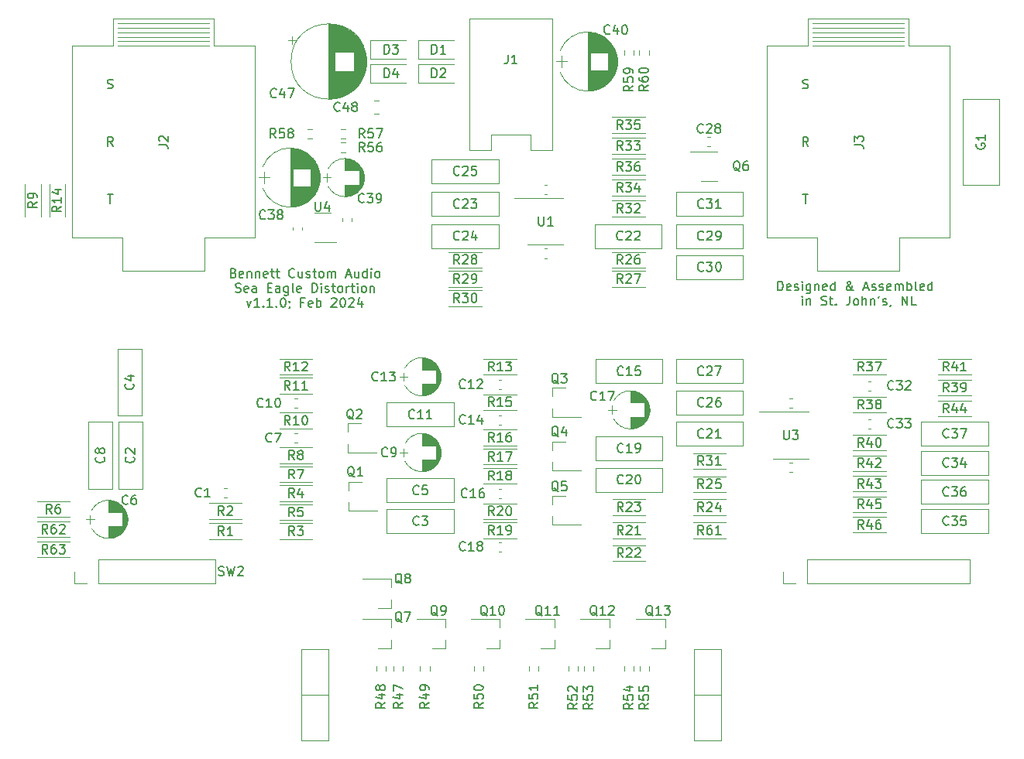
<source format=gbr>
G04 #@! TF.GenerationSoftware,KiCad,Pcbnew,7.0.10*
G04 #@! TF.CreationDate,2024-02-16T20:24:02-03:30*
G04 #@! TF.ProjectId,tight-distortion,74696768-742d-4646-9973-746f7274696f,rev?*
G04 #@! TF.SameCoordinates,Original*
G04 #@! TF.FileFunction,Legend,Top*
G04 #@! TF.FilePolarity,Positive*
%FSLAX46Y46*%
G04 Gerber Fmt 4.6, Leading zero omitted, Abs format (unit mm)*
G04 Created by KiCad (PCBNEW 7.0.10) date 2024-02-16 20:24:02*
%MOMM*%
%LPD*%
G01*
G04 APERTURE LIST*
%ADD10C,0.150000*%
%ADD11C,0.120000*%
G04 APERTURE END LIST*
D10*
X29190475Y13750180D02*
X29190475Y14750180D01*
X29190475Y14750180D02*
X29428570Y14750180D01*
X29428570Y14750180D02*
X29571427Y14702561D01*
X29571427Y14702561D02*
X29666665Y14607323D01*
X29666665Y14607323D02*
X29714284Y14512085D01*
X29714284Y14512085D02*
X29761903Y14321609D01*
X29761903Y14321609D02*
X29761903Y14178752D01*
X29761903Y14178752D02*
X29714284Y13988276D01*
X29714284Y13988276D02*
X29666665Y13893038D01*
X29666665Y13893038D02*
X29571427Y13797800D01*
X29571427Y13797800D02*
X29428570Y13750180D01*
X29428570Y13750180D02*
X29190475Y13750180D01*
X30571427Y13797800D02*
X30476189Y13750180D01*
X30476189Y13750180D02*
X30285713Y13750180D01*
X30285713Y13750180D02*
X30190475Y13797800D01*
X30190475Y13797800D02*
X30142856Y13893038D01*
X30142856Y13893038D02*
X30142856Y14273990D01*
X30142856Y14273990D02*
X30190475Y14369228D01*
X30190475Y14369228D02*
X30285713Y14416847D01*
X30285713Y14416847D02*
X30476189Y14416847D01*
X30476189Y14416847D02*
X30571427Y14369228D01*
X30571427Y14369228D02*
X30619046Y14273990D01*
X30619046Y14273990D02*
X30619046Y14178752D01*
X30619046Y14178752D02*
X30142856Y14083514D01*
X30999999Y13797800D02*
X31095237Y13750180D01*
X31095237Y13750180D02*
X31285713Y13750180D01*
X31285713Y13750180D02*
X31380951Y13797800D01*
X31380951Y13797800D02*
X31428570Y13893038D01*
X31428570Y13893038D02*
X31428570Y13940657D01*
X31428570Y13940657D02*
X31380951Y14035895D01*
X31380951Y14035895D02*
X31285713Y14083514D01*
X31285713Y14083514D02*
X31142856Y14083514D01*
X31142856Y14083514D02*
X31047618Y14131133D01*
X31047618Y14131133D02*
X30999999Y14226371D01*
X30999999Y14226371D02*
X30999999Y14273990D01*
X30999999Y14273990D02*
X31047618Y14369228D01*
X31047618Y14369228D02*
X31142856Y14416847D01*
X31142856Y14416847D02*
X31285713Y14416847D01*
X31285713Y14416847D02*
X31380951Y14369228D01*
X31857142Y13750180D02*
X31857142Y14416847D01*
X31857142Y14750180D02*
X31809523Y14702561D01*
X31809523Y14702561D02*
X31857142Y14654942D01*
X31857142Y14654942D02*
X31904761Y14702561D01*
X31904761Y14702561D02*
X31857142Y14750180D01*
X31857142Y14750180D02*
X31857142Y14654942D01*
X32761903Y14416847D02*
X32761903Y13607323D01*
X32761903Y13607323D02*
X32714284Y13512085D01*
X32714284Y13512085D02*
X32666665Y13464466D01*
X32666665Y13464466D02*
X32571427Y13416847D01*
X32571427Y13416847D02*
X32428570Y13416847D01*
X32428570Y13416847D02*
X32333332Y13464466D01*
X32761903Y13797800D02*
X32666665Y13750180D01*
X32666665Y13750180D02*
X32476189Y13750180D01*
X32476189Y13750180D02*
X32380951Y13797800D01*
X32380951Y13797800D02*
X32333332Y13845419D01*
X32333332Y13845419D02*
X32285713Y13940657D01*
X32285713Y13940657D02*
X32285713Y14226371D01*
X32285713Y14226371D02*
X32333332Y14321609D01*
X32333332Y14321609D02*
X32380951Y14369228D01*
X32380951Y14369228D02*
X32476189Y14416847D01*
X32476189Y14416847D02*
X32666665Y14416847D01*
X32666665Y14416847D02*
X32761903Y14369228D01*
X33238094Y14416847D02*
X33238094Y13750180D01*
X33238094Y14321609D02*
X33285713Y14369228D01*
X33285713Y14369228D02*
X33380951Y14416847D01*
X33380951Y14416847D02*
X33523808Y14416847D01*
X33523808Y14416847D02*
X33619046Y14369228D01*
X33619046Y14369228D02*
X33666665Y14273990D01*
X33666665Y14273990D02*
X33666665Y13750180D01*
X34523808Y13797800D02*
X34428570Y13750180D01*
X34428570Y13750180D02*
X34238094Y13750180D01*
X34238094Y13750180D02*
X34142856Y13797800D01*
X34142856Y13797800D02*
X34095237Y13893038D01*
X34095237Y13893038D02*
X34095237Y14273990D01*
X34095237Y14273990D02*
X34142856Y14369228D01*
X34142856Y14369228D02*
X34238094Y14416847D01*
X34238094Y14416847D02*
X34428570Y14416847D01*
X34428570Y14416847D02*
X34523808Y14369228D01*
X34523808Y14369228D02*
X34571427Y14273990D01*
X34571427Y14273990D02*
X34571427Y14178752D01*
X34571427Y14178752D02*
X34095237Y14083514D01*
X35428570Y13750180D02*
X35428570Y14750180D01*
X35428570Y13797800D02*
X35333332Y13750180D01*
X35333332Y13750180D02*
X35142856Y13750180D01*
X35142856Y13750180D02*
X35047618Y13797800D01*
X35047618Y13797800D02*
X34999999Y13845419D01*
X34999999Y13845419D02*
X34952380Y13940657D01*
X34952380Y13940657D02*
X34952380Y14226371D01*
X34952380Y14226371D02*
X34999999Y14321609D01*
X34999999Y14321609D02*
X35047618Y14369228D01*
X35047618Y14369228D02*
X35142856Y14416847D01*
X35142856Y14416847D02*
X35333332Y14416847D01*
X35333332Y14416847D02*
X35428570Y14369228D01*
X37476190Y13750180D02*
X37428571Y13750180D01*
X37428571Y13750180D02*
X37333332Y13797800D01*
X37333332Y13797800D02*
X37190475Y13940657D01*
X37190475Y13940657D02*
X36952380Y14226371D01*
X36952380Y14226371D02*
X36857142Y14369228D01*
X36857142Y14369228D02*
X36809523Y14512085D01*
X36809523Y14512085D02*
X36809523Y14607323D01*
X36809523Y14607323D02*
X36857142Y14702561D01*
X36857142Y14702561D02*
X36952380Y14750180D01*
X36952380Y14750180D02*
X36999999Y14750180D01*
X36999999Y14750180D02*
X37095237Y14702561D01*
X37095237Y14702561D02*
X37142856Y14607323D01*
X37142856Y14607323D02*
X37142856Y14559704D01*
X37142856Y14559704D02*
X37095237Y14464466D01*
X37095237Y14464466D02*
X37047618Y14416847D01*
X37047618Y14416847D02*
X36761904Y14226371D01*
X36761904Y14226371D02*
X36714285Y14178752D01*
X36714285Y14178752D02*
X36666666Y14083514D01*
X36666666Y14083514D02*
X36666666Y13940657D01*
X36666666Y13940657D02*
X36714285Y13845419D01*
X36714285Y13845419D02*
X36761904Y13797800D01*
X36761904Y13797800D02*
X36857142Y13750180D01*
X36857142Y13750180D02*
X36999999Y13750180D01*
X36999999Y13750180D02*
X37095237Y13797800D01*
X37095237Y13797800D02*
X37142856Y13845419D01*
X37142856Y13845419D02*
X37285713Y14035895D01*
X37285713Y14035895D02*
X37333332Y14178752D01*
X37333332Y14178752D02*
X37333332Y14273990D01*
X38619047Y14035895D02*
X39095237Y14035895D01*
X38523809Y13750180D02*
X38857142Y14750180D01*
X38857142Y14750180D02*
X39190475Y13750180D01*
X39476190Y13797800D02*
X39571428Y13750180D01*
X39571428Y13750180D02*
X39761904Y13750180D01*
X39761904Y13750180D02*
X39857142Y13797800D01*
X39857142Y13797800D02*
X39904761Y13893038D01*
X39904761Y13893038D02*
X39904761Y13940657D01*
X39904761Y13940657D02*
X39857142Y14035895D01*
X39857142Y14035895D02*
X39761904Y14083514D01*
X39761904Y14083514D02*
X39619047Y14083514D01*
X39619047Y14083514D02*
X39523809Y14131133D01*
X39523809Y14131133D02*
X39476190Y14226371D01*
X39476190Y14226371D02*
X39476190Y14273990D01*
X39476190Y14273990D02*
X39523809Y14369228D01*
X39523809Y14369228D02*
X39619047Y14416847D01*
X39619047Y14416847D02*
X39761904Y14416847D01*
X39761904Y14416847D02*
X39857142Y14369228D01*
X40285714Y13797800D02*
X40380952Y13750180D01*
X40380952Y13750180D02*
X40571428Y13750180D01*
X40571428Y13750180D02*
X40666666Y13797800D01*
X40666666Y13797800D02*
X40714285Y13893038D01*
X40714285Y13893038D02*
X40714285Y13940657D01*
X40714285Y13940657D02*
X40666666Y14035895D01*
X40666666Y14035895D02*
X40571428Y14083514D01*
X40571428Y14083514D02*
X40428571Y14083514D01*
X40428571Y14083514D02*
X40333333Y14131133D01*
X40333333Y14131133D02*
X40285714Y14226371D01*
X40285714Y14226371D02*
X40285714Y14273990D01*
X40285714Y14273990D02*
X40333333Y14369228D01*
X40333333Y14369228D02*
X40428571Y14416847D01*
X40428571Y14416847D02*
X40571428Y14416847D01*
X40571428Y14416847D02*
X40666666Y14369228D01*
X41523809Y13797800D02*
X41428571Y13750180D01*
X41428571Y13750180D02*
X41238095Y13750180D01*
X41238095Y13750180D02*
X41142857Y13797800D01*
X41142857Y13797800D02*
X41095238Y13893038D01*
X41095238Y13893038D02*
X41095238Y14273990D01*
X41095238Y14273990D02*
X41142857Y14369228D01*
X41142857Y14369228D02*
X41238095Y14416847D01*
X41238095Y14416847D02*
X41428571Y14416847D01*
X41428571Y14416847D02*
X41523809Y14369228D01*
X41523809Y14369228D02*
X41571428Y14273990D01*
X41571428Y14273990D02*
X41571428Y14178752D01*
X41571428Y14178752D02*
X41095238Y14083514D01*
X42000000Y13750180D02*
X42000000Y14416847D01*
X42000000Y14321609D02*
X42047619Y14369228D01*
X42047619Y14369228D02*
X42142857Y14416847D01*
X42142857Y14416847D02*
X42285714Y14416847D01*
X42285714Y14416847D02*
X42380952Y14369228D01*
X42380952Y14369228D02*
X42428571Y14273990D01*
X42428571Y14273990D02*
X42428571Y13750180D01*
X42428571Y14273990D02*
X42476190Y14369228D01*
X42476190Y14369228D02*
X42571428Y14416847D01*
X42571428Y14416847D02*
X42714285Y14416847D01*
X42714285Y14416847D02*
X42809524Y14369228D01*
X42809524Y14369228D02*
X42857143Y14273990D01*
X42857143Y14273990D02*
X42857143Y13750180D01*
X43333333Y13750180D02*
X43333333Y14750180D01*
X43333333Y14369228D02*
X43428571Y14416847D01*
X43428571Y14416847D02*
X43619047Y14416847D01*
X43619047Y14416847D02*
X43714285Y14369228D01*
X43714285Y14369228D02*
X43761904Y14321609D01*
X43761904Y14321609D02*
X43809523Y14226371D01*
X43809523Y14226371D02*
X43809523Y13940657D01*
X43809523Y13940657D02*
X43761904Y13845419D01*
X43761904Y13845419D02*
X43714285Y13797800D01*
X43714285Y13797800D02*
X43619047Y13750180D01*
X43619047Y13750180D02*
X43428571Y13750180D01*
X43428571Y13750180D02*
X43333333Y13797800D01*
X44380952Y13750180D02*
X44285714Y13797800D01*
X44285714Y13797800D02*
X44238095Y13893038D01*
X44238095Y13893038D02*
X44238095Y14750180D01*
X45142857Y13797800D02*
X45047619Y13750180D01*
X45047619Y13750180D02*
X44857143Y13750180D01*
X44857143Y13750180D02*
X44761905Y13797800D01*
X44761905Y13797800D02*
X44714286Y13893038D01*
X44714286Y13893038D02*
X44714286Y14273990D01*
X44714286Y14273990D02*
X44761905Y14369228D01*
X44761905Y14369228D02*
X44857143Y14416847D01*
X44857143Y14416847D02*
X45047619Y14416847D01*
X45047619Y14416847D02*
X45142857Y14369228D01*
X45142857Y14369228D02*
X45190476Y14273990D01*
X45190476Y14273990D02*
X45190476Y14178752D01*
X45190476Y14178752D02*
X44714286Y14083514D01*
X46047619Y13750180D02*
X46047619Y14750180D01*
X46047619Y13797800D02*
X45952381Y13750180D01*
X45952381Y13750180D02*
X45761905Y13750180D01*
X45761905Y13750180D02*
X45666667Y13797800D01*
X45666667Y13797800D02*
X45619048Y13845419D01*
X45619048Y13845419D02*
X45571429Y13940657D01*
X45571429Y13940657D02*
X45571429Y14226371D01*
X45571429Y14226371D02*
X45619048Y14321609D01*
X45619048Y14321609D02*
X45666667Y14369228D01*
X45666667Y14369228D02*
X45761905Y14416847D01*
X45761905Y14416847D02*
X45952381Y14416847D01*
X45952381Y14416847D02*
X46047619Y14369228D01*
X31857143Y12140180D02*
X31857143Y12806847D01*
X31857143Y13140180D02*
X31809524Y13092561D01*
X31809524Y13092561D02*
X31857143Y13044942D01*
X31857143Y13044942D02*
X31904762Y13092561D01*
X31904762Y13092561D02*
X31857143Y13140180D01*
X31857143Y13140180D02*
X31857143Y13044942D01*
X32333333Y12806847D02*
X32333333Y12140180D01*
X32333333Y12711609D02*
X32380952Y12759228D01*
X32380952Y12759228D02*
X32476190Y12806847D01*
X32476190Y12806847D02*
X32619047Y12806847D01*
X32619047Y12806847D02*
X32714285Y12759228D01*
X32714285Y12759228D02*
X32761904Y12663990D01*
X32761904Y12663990D02*
X32761904Y12140180D01*
X33952381Y12187800D02*
X34095238Y12140180D01*
X34095238Y12140180D02*
X34333333Y12140180D01*
X34333333Y12140180D02*
X34428571Y12187800D01*
X34428571Y12187800D02*
X34476190Y12235419D01*
X34476190Y12235419D02*
X34523809Y12330657D01*
X34523809Y12330657D02*
X34523809Y12425895D01*
X34523809Y12425895D02*
X34476190Y12521133D01*
X34476190Y12521133D02*
X34428571Y12568752D01*
X34428571Y12568752D02*
X34333333Y12616371D01*
X34333333Y12616371D02*
X34142857Y12663990D01*
X34142857Y12663990D02*
X34047619Y12711609D01*
X34047619Y12711609D02*
X34000000Y12759228D01*
X34000000Y12759228D02*
X33952381Y12854466D01*
X33952381Y12854466D02*
X33952381Y12949704D01*
X33952381Y12949704D02*
X34000000Y13044942D01*
X34000000Y13044942D02*
X34047619Y13092561D01*
X34047619Y13092561D02*
X34142857Y13140180D01*
X34142857Y13140180D02*
X34380952Y13140180D01*
X34380952Y13140180D02*
X34523809Y13092561D01*
X34809524Y12806847D02*
X35190476Y12806847D01*
X34952381Y13140180D02*
X34952381Y12283038D01*
X34952381Y12283038D02*
X35000000Y12187800D01*
X35000000Y12187800D02*
X35095238Y12140180D01*
X35095238Y12140180D02*
X35190476Y12140180D01*
X35523810Y12235419D02*
X35571429Y12187800D01*
X35571429Y12187800D02*
X35523810Y12140180D01*
X35523810Y12140180D02*
X35476191Y12187800D01*
X35476191Y12187800D02*
X35523810Y12235419D01*
X35523810Y12235419D02*
X35523810Y12140180D01*
X37047619Y13140180D02*
X37047619Y12425895D01*
X37047619Y12425895D02*
X37000000Y12283038D01*
X37000000Y12283038D02*
X36904762Y12187800D01*
X36904762Y12187800D02*
X36761905Y12140180D01*
X36761905Y12140180D02*
X36666667Y12140180D01*
X37666667Y12140180D02*
X37571429Y12187800D01*
X37571429Y12187800D02*
X37523810Y12235419D01*
X37523810Y12235419D02*
X37476191Y12330657D01*
X37476191Y12330657D02*
X37476191Y12616371D01*
X37476191Y12616371D02*
X37523810Y12711609D01*
X37523810Y12711609D02*
X37571429Y12759228D01*
X37571429Y12759228D02*
X37666667Y12806847D01*
X37666667Y12806847D02*
X37809524Y12806847D01*
X37809524Y12806847D02*
X37904762Y12759228D01*
X37904762Y12759228D02*
X37952381Y12711609D01*
X37952381Y12711609D02*
X38000000Y12616371D01*
X38000000Y12616371D02*
X38000000Y12330657D01*
X38000000Y12330657D02*
X37952381Y12235419D01*
X37952381Y12235419D02*
X37904762Y12187800D01*
X37904762Y12187800D02*
X37809524Y12140180D01*
X37809524Y12140180D02*
X37666667Y12140180D01*
X38428572Y12140180D02*
X38428572Y13140180D01*
X38857143Y12140180D02*
X38857143Y12663990D01*
X38857143Y12663990D02*
X38809524Y12759228D01*
X38809524Y12759228D02*
X38714286Y12806847D01*
X38714286Y12806847D02*
X38571429Y12806847D01*
X38571429Y12806847D02*
X38476191Y12759228D01*
X38476191Y12759228D02*
X38428572Y12711609D01*
X39333334Y12806847D02*
X39333334Y12140180D01*
X39333334Y12711609D02*
X39380953Y12759228D01*
X39380953Y12759228D02*
X39476191Y12806847D01*
X39476191Y12806847D02*
X39619048Y12806847D01*
X39619048Y12806847D02*
X39714286Y12759228D01*
X39714286Y12759228D02*
X39761905Y12663990D01*
X39761905Y12663990D02*
X39761905Y12140180D01*
X40285715Y13140180D02*
X40190477Y12949704D01*
X40666667Y12187800D02*
X40761905Y12140180D01*
X40761905Y12140180D02*
X40952381Y12140180D01*
X40952381Y12140180D02*
X41047619Y12187800D01*
X41047619Y12187800D02*
X41095238Y12283038D01*
X41095238Y12283038D02*
X41095238Y12330657D01*
X41095238Y12330657D02*
X41047619Y12425895D01*
X41047619Y12425895D02*
X40952381Y12473514D01*
X40952381Y12473514D02*
X40809524Y12473514D01*
X40809524Y12473514D02*
X40714286Y12521133D01*
X40714286Y12521133D02*
X40666667Y12616371D01*
X40666667Y12616371D02*
X40666667Y12663990D01*
X40666667Y12663990D02*
X40714286Y12759228D01*
X40714286Y12759228D02*
X40809524Y12806847D01*
X40809524Y12806847D02*
X40952381Y12806847D01*
X40952381Y12806847D02*
X41047619Y12759228D01*
X41571429Y12187800D02*
X41571429Y12140180D01*
X41571429Y12140180D02*
X41523810Y12044942D01*
X41523810Y12044942D02*
X41476191Y11997323D01*
X42761905Y12140180D02*
X42761905Y13140180D01*
X42761905Y13140180D02*
X43333333Y12140180D01*
X43333333Y12140180D02*
X43333333Y13140180D01*
X44285714Y12140180D02*
X43809524Y12140180D01*
X43809524Y12140180D02*
X43809524Y13140180D01*
X-30309524Y15678990D02*
X-30166667Y15631371D01*
X-30166667Y15631371D02*
X-30119048Y15583752D01*
X-30119048Y15583752D02*
X-30071429Y15488514D01*
X-30071429Y15488514D02*
X-30071429Y15345657D01*
X-30071429Y15345657D02*
X-30119048Y15250419D01*
X-30119048Y15250419D02*
X-30166667Y15202800D01*
X-30166667Y15202800D02*
X-30261905Y15155180D01*
X-30261905Y15155180D02*
X-30642857Y15155180D01*
X-30642857Y15155180D02*
X-30642857Y16155180D01*
X-30642857Y16155180D02*
X-30309524Y16155180D01*
X-30309524Y16155180D02*
X-30214286Y16107561D01*
X-30214286Y16107561D02*
X-30166667Y16059942D01*
X-30166667Y16059942D02*
X-30119048Y15964704D01*
X-30119048Y15964704D02*
X-30119048Y15869466D01*
X-30119048Y15869466D02*
X-30166667Y15774228D01*
X-30166667Y15774228D02*
X-30214286Y15726609D01*
X-30214286Y15726609D02*
X-30309524Y15678990D01*
X-30309524Y15678990D02*
X-30642857Y15678990D01*
X-29261905Y15202800D02*
X-29357143Y15155180D01*
X-29357143Y15155180D02*
X-29547619Y15155180D01*
X-29547619Y15155180D02*
X-29642857Y15202800D01*
X-29642857Y15202800D02*
X-29690476Y15298038D01*
X-29690476Y15298038D02*
X-29690476Y15678990D01*
X-29690476Y15678990D02*
X-29642857Y15774228D01*
X-29642857Y15774228D02*
X-29547619Y15821847D01*
X-29547619Y15821847D02*
X-29357143Y15821847D01*
X-29357143Y15821847D02*
X-29261905Y15774228D01*
X-29261905Y15774228D02*
X-29214286Y15678990D01*
X-29214286Y15678990D02*
X-29214286Y15583752D01*
X-29214286Y15583752D02*
X-29690476Y15488514D01*
X-28785714Y15821847D02*
X-28785714Y15155180D01*
X-28785714Y15726609D02*
X-28738095Y15774228D01*
X-28738095Y15774228D02*
X-28642857Y15821847D01*
X-28642857Y15821847D02*
X-28500000Y15821847D01*
X-28500000Y15821847D02*
X-28404762Y15774228D01*
X-28404762Y15774228D02*
X-28357143Y15678990D01*
X-28357143Y15678990D02*
X-28357143Y15155180D01*
X-27880952Y15821847D02*
X-27880952Y15155180D01*
X-27880952Y15726609D02*
X-27833333Y15774228D01*
X-27833333Y15774228D02*
X-27738095Y15821847D01*
X-27738095Y15821847D02*
X-27595238Y15821847D01*
X-27595238Y15821847D02*
X-27500000Y15774228D01*
X-27500000Y15774228D02*
X-27452381Y15678990D01*
X-27452381Y15678990D02*
X-27452381Y15155180D01*
X-26595238Y15202800D02*
X-26690476Y15155180D01*
X-26690476Y15155180D02*
X-26880952Y15155180D01*
X-26880952Y15155180D02*
X-26976190Y15202800D01*
X-26976190Y15202800D02*
X-27023809Y15298038D01*
X-27023809Y15298038D02*
X-27023809Y15678990D01*
X-27023809Y15678990D02*
X-26976190Y15774228D01*
X-26976190Y15774228D02*
X-26880952Y15821847D01*
X-26880952Y15821847D02*
X-26690476Y15821847D01*
X-26690476Y15821847D02*
X-26595238Y15774228D01*
X-26595238Y15774228D02*
X-26547619Y15678990D01*
X-26547619Y15678990D02*
X-26547619Y15583752D01*
X-26547619Y15583752D02*
X-27023809Y15488514D01*
X-26261904Y15821847D02*
X-25880952Y15821847D01*
X-26119047Y16155180D02*
X-26119047Y15298038D01*
X-26119047Y15298038D02*
X-26071428Y15202800D01*
X-26071428Y15202800D02*
X-25976190Y15155180D01*
X-25976190Y15155180D02*
X-25880952Y15155180D01*
X-25690475Y15821847D02*
X-25309523Y15821847D01*
X-25547618Y16155180D02*
X-25547618Y15298038D01*
X-25547618Y15298038D02*
X-25499999Y15202800D01*
X-25499999Y15202800D02*
X-25404761Y15155180D01*
X-25404761Y15155180D02*
X-25309523Y15155180D01*
X-23642856Y15250419D02*
X-23690475Y15202800D01*
X-23690475Y15202800D02*
X-23833332Y15155180D01*
X-23833332Y15155180D02*
X-23928570Y15155180D01*
X-23928570Y15155180D02*
X-24071427Y15202800D01*
X-24071427Y15202800D02*
X-24166665Y15298038D01*
X-24166665Y15298038D02*
X-24214284Y15393276D01*
X-24214284Y15393276D02*
X-24261903Y15583752D01*
X-24261903Y15583752D02*
X-24261903Y15726609D01*
X-24261903Y15726609D02*
X-24214284Y15917085D01*
X-24214284Y15917085D02*
X-24166665Y16012323D01*
X-24166665Y16012323D02*
X-24071427Y16107561D01*
X-24071427Y16107561D02*
X-23928570Y16155180D01*
X-23928570Y16155180D02*
X-23833332Y16155180D01*
X-23833332Y16155180D02*
X-23690475Y16107561D01*
X-23690475Y16107561D02*
X-23642856Y16059942D01*
X-22785713Y15821847D02*
X-22785713Y15155180D01*
X-23214284Y15821847D02*
X-23214284Y15298038D01*
X-23214284Y15298038D02*
X-23166665Y15202800D01*
X-23166665Y15202800D02*
X-23071427Y15155180D01*
X-23071427Y15155180D02*
X-22928570Y15155180D01*
X-22928570Y15155180D02*
X-22833332Y15202800D01*
X-22833332Y15202800D02*
X-22785713Y15250419D01*
X-22357141Y15202800D02*
X-22261903Y15155180D01*
X-22261903Y15155180D02*
X-22071427Y15155180D01*
X-22071427Y15155180D02*
X-21976189Y15202800D01*
X-21976189Y15202800D02*
X-21928570Y15298038D01*
X-21928570Y15298038D02*
X-21928570Y15345657D01*
X-21928570Y15345657D02*
X-21976189Y15440895D01*
X-21976189Y15440895D02*
X-22071427Y15488514D01*
X-22071427Y15488514D02*
X-22214284Y15488514D01*
X-22214284Y15488514D02*
X-22309522Y15536133D01*
X-22309522Y15536133D02*
X-22357141Y15631371D01*
X-22357141Y15631371D02*
X-22357141Y15678990D01*
X-22357141Y15678990D02*
X-22309522Y15774228D01*
X-22309522Y15774228D02*
X-22214284Y15821847D01*
X-22214284Y15821847D02*
X-22071427Y15821847D01*
X-22071427Y15821847D02*
X-21976189Y15774228D01*
X-21642855Y15821847D02*
X-21261903Y15821847D01*
X-21499998Y16155180D02*
X-21499998Y15298038D01*
X-21499998Y15298038D02*
X-21452379Y15202800D01*
X-21452379Y15202800D02*
X-21357141Y15155180D01*
X-21357141Y15155180D02*
X-21261903Y15155180D01*
X-20785712Y15155180D02*
X-20880950Y15202800D01*
X-20880950Y15202800D02*
X-20928569Y15250419D01*
X-20928569Y15250419D02*
X-20976188Y15345657D01*
X-20976188Y15345657D02*
X-20976188Y15631371D01*
X-20976188Y15631371D02*
X-20928569Y15726609D01*
X-20928569Y15726609D02*
X-20880950Y15774228D01*
X-20880950Y15774228D02*
X-20785712Y15821847D01*
X-20785712Y15821847D02*
X-20642855Y15821847D01*
X-20642855Y15821847D02*
X-20547617Y15774228D01*
X-20547617Y15774228D02*
X-20499998Y15726609D01*
X-20499998Y15726609D02*
X-20452379Y15631371D01*
X-20452379Y15631371D02*
X-20452379Y15345657D01*
X-20452379Y15345657D02*
X-20499998Y15250419D01*
X-20499998Y15250419D02*
X-20547617Y15202800D01*
X-20547617Y15202800D02*
X-20642855Y15155180D01*
X-20642855Y15155180D02*
X-20785712Y15155180D01*
X-20023807Y15155180D02*
X-20023807Y15821847D01*
X-20023807Y15726609D02*
X-19976188Y15774228D01*
X-19976188Y15774228D02*
X-19880950Y15821847D01*
X-19880950Y15821847D02*
X-19738093Y15821847D01*
X-19738093Y15821847D02*
X-19642855Y15774228D01*
X-19642855Y15774228D02*
X-19595236Y15678990D01*
X-19595236Y15678990D02*
X-19595236Y15155180D01*
X-19595236Y15678990D02*
X-19547617Y15774228D01*
X-19547617Y15774228D02*
X-19452379Y15821847D01*
X-19452379Y15821847D02*
X-19309522Y15821847D01*
X-19309522Y15821847D02*
X-19214283Y15774228D01*
X-19214283Y15774228D02*
X-19166664Y15678990D01*
X-19166664Y15678990D02*
X-19166664Y15155180D01*
X-17976188Y15440895D02*
X-17499998Y15440895D01*
X-18071426Y15155180D02*
X-17738093Y16155180D01*
X-17738093Y16155180D02*
X-17404760Y15155180D01*
X-16642855Y15821847D02*
X-16642855Y15155180D01*
X-17071426Y15821847D02*
X-17071426Y15298038D01*
X-17071426Y15298038D02*
X-17023807Y15202800D01*
X-17023807Y15202800D02*
X-16928569Y15155180D01*
X-16928569Y15155180D02*
X-16785712Y15155180D01*
X-16785712Y15155180D02*
X-16690474Y15202800D01*
X-16690474Y15202800D02*
X-16642855Y15250419D01*
X-15738093Y15155180D02*
X-15738093Y16155180D01*
X-15738093Y15202800D02*
X-15833331Y15155180D01*
X-15833331Y15155180D02*
X-16023807Y15155180D01*
X-16023807Y15155180D02*
X-16119045Y15202800D01*
X-16119045Y15202800D02*
X-16166664Y15250419D01*
X-16166664Y15250419D02*
X-16214283Y15345657D01*
X-16214283Y15345657D02*
X-16214283Y15631371D01*
X-16214283Y15631371D02*
X-16166664Y15726609D01*
X-16166664Y15726609D02*
X-16119045Y15774228D01*
X-16119045Y15774228D02*
X-16023807Y15821847D01*
X-16023807Y15821847D02*
X-15833331Y15821847D01*
X-15833331Y15821847D02*
X-15738093Y15774228D01*
X-15261902Y15155180D02*
X-15261902Y15821847D01*
X-15261902Y16155180D02*
X-15309521Y16107561D01*
X-15309521Y16107561D02*
X-15261902Y16059942D01*
X-15261902Y16059942D02*
X-15214283Y16107561D01*
X-15214283Y16107561D02*
X-15261902Y16155180D01*
X-15261902Y16155180D02*
X-15261902Y16059942D01*
X-14642855Y15155180D02*
X-14738093Y15202800D01*
X-14738093Y15202800D02*
X-14785712Y15250419D01*
X-14785712Y15250419D02*
X-14833331Y15345657D01*
X-14833331Y15345657D02*
X-14833331Y15631371D01*
X-14833331Y15631371D02*
X-14785712Y15726609D01*
X-14785712Y15726609D02*
X-14738093Y15774228D01*
X-14738093Y15774228D02*
X-14642855Y15821847D01*
X-14642855Y15821847D02*
X-14499998Y15821847D01*
X-14499998Y15821847D02*
X-14404760Y15774228D01*
X-14404760Y15774228D02*
X-14357141Y15726609D01*
X-14357141Y15726609D02*
X-14309522Y15631371D01*
X-14309522Y15631371D02*
X-14309522Y15345657D01*
X-14309522Y15345657D02*
X-14357141Y15250419D01*
X-14357141Y15250419D02*
X-14404760Y15202800D01*
X-14404760Y15202800D02*
X-14499998Y15155180D01*
X-14499998Y15155180D02*
X-14642855Y15155180D01*
X-30095238Y13592800D02*
X-29952381Y13545180D01*
X-29952381Y13545180D02*
X-29714286Y13545180D01*
X-29714286Y13545180D02*
X-29619048Y13592800D01*
X-29619048Y13592800D02*
X-29571429Y13640419D01*
X-29571429Y13640419D02*
X-29523810Y13735657D01*
X-29523810Y13735657D02*
X-29523810Y13830895D01*
X-29523810Y13830895D02*
X-29571429Y13926133D01*
X-29571429Y13926133D02*
X-29619048Y13973752D01*
X-29619048Y13973752D02*
X-29714286Y14021371D01*
X-29714286Y14021371D02*
X-29904762Y14068990D01*
X-29904762Y14068990D02*
X-30000000Y14116609D01*
X-30000000Y14116609D02*
X-30047619Y14164228D01*
X-30047619Y14164228D02*
X-30095238Y14259466D01*
X-30095238Y14259466D02*
X-30095238Y14354704D01*
X-30095238Y14354704D02*
X-30047619Y14449942D01*
X-30047619Y14449942D02*
X-30000000Y14497561D01*
X-30000000Y14497561D02*
X-29904762Y14545180D01*
X-29904762Y14545180D02*
X-29666667Y14545180D01*
X-29666667Y14545180D02*
X-29523810Y14497561D01*
X-28714286Y13592800D02*
X-28809524Y13545180D01*
X-28809524Y13545180D02*
X-29000000Y13545180D01*
X-29000000Y13545180D02*
X-29095238Y13592800D01*
X-29095238Y13592800D02*
X-29142857Y13688038D01*
X-29142857Y13688038D02*
X-29142857Y14068990D01*
X-29142857Y14068990D02*
X-29095238Y14164228D01*
X-29095238Y14164228D02*
X-29000000Y14211847D01*
X-29000000Y14211847D02*
X-28809524Y14211847D01*
X-28809524Y14211847D02*
X-28714286Y14164228D01*
X-28714286Y14164228D02*
X-28666667Y14068990D01*
X-28666667Y14068990D02*
X-28666667Y13973752D01*
X-28666667Y13973752D02*
X-29142857Y13878514D01*
X-27809524Y13545180D02*
X-27809524Y14068990D01*
X-27809524Y14068990D02*
X-27857143Y14164228D01*
X-27857143Y14164228D02*
X-27952381Y14211847D01*
X-27952381Y14211847D02*
X-28142857Y14211847D01*
X-28142857Y14211847D02*
X-28238095Y14164228D01*
X-27809524Y13592800D02*
X-27904762Y13545180D01*
X-27904762Y13545180D02*
X-28142857Y13545180D01*
X-28142857Y13545180D02*
X-28238095Y13592800D01*
X-28238095Y13592800D02*
X-28285714Y13688038D01*
X-28285714Y13688038D02*
X-28285714Y13783276D01*
X-28285714Y13783276D02*
X-28238095Y13878514D01*
X-28238095Y13878514D02*
X-28142857Y13926133D01*
X-28142857Y13926133D02*
X-27904762Y13926133D01*
X-27904762Y13926133D02*
X-27809524Y13973752D01*
X-26571428Y14068990D02*
X-26238095Y14068990D01*
X-26095238Y13545180D02*
X-26571428Y13545180D01*
X-26571428Y13545180D02*
X-26571428Y14545180D01*
X-26571428Y14545180D02*
X-26095238Y14545180D01*
X-25238095Y13545180D02*
X-25238095Y14068990D01*
X-25238095Y14068990D02*
X-25285714Y14164228D01*
X-25285714Y14164228D02*
X-25380952Y14211847D01*
X-25380952Y14211847D02*
X-25571428Y14211847D01*
X-25571428Y14211847D02*
X-25666666Y14164228D01*
X-25238095Y13592800D02*
X-25333333Y13545180D01*
X-25333333Y13545180D02*
X-25571428Y13545180D01*
X-25571428Y13545180D02*
X-25666666Y13592800D01*
X-25666666Y13592800D02*
X-25714285Y13688038D01*
X-25714285Y13688038D02*
X-25714285Y13783276D01*
X-25714285Y13783276D02*
X-25666666Y13878514D01*
X-25666666Y13878514D02*
X-25571428Y13926133D01*
X-25571428Y13926133D02*
X-25333333Y13926133D01*
X-25333333Y13926133D02*
X-25238095Y13973752D01*
X-24333333Y14211847D02*
X-24333333Y13402323D01*
X-24333333Y13402323D02*
X-24380952Y13307085D01*
X-24380952Y13307085D02*
X-24428571Y13259466D01*
X-24428571Y13259466D02*
X-24523809Y13211847D01*
X-24523809Y13211847D02*
X-24666666Y13211847D01*
X-24666666Y13211847D02*
X-24761904Y13259466D01*
X-24333333Y13592800D02*
X-24428571Y13545180D01*
X-24428571Y13545180D02*
X-24619047Y13545180D01*
X-24619047Y13545180D02*
X-24714285Y13592800D01*
X-24714285Y13592800D02*
X-24761904Y13640419D01*
X-24761904Y13640419D02*
X-24809523Y13735657D01*
X-24809523Y13735657D02*
X-24809523Y14021371D01*
X-24809523Y14021371D02*
X-24761904Y14116609D01*
X-24761904Y14116609D02*
X-24714285Y14164228D01*
X-24714285Y14164228D02*
X-24619047Y14211847D01*
X-24619047Y14211847D02*
X-24428571Y14211847D01*
X-24428571Y14211847D02*
X-24333333Y14164228D01*
X-23714285Y13545180D02*
X-23809523Y13592800D01*
X-23809523Y13592800D02*
X-23857142Y13688038D01*
X-23857142Y13688038D02*
X-23857142Y14545180D01*
X-22952380Y13592800D02*
X-23047618Y13545180D01*
X-23047618Y13545180D02*
X-23238094Y13545180D01*
X-23238094Y13545180D02*
X-23333332Y13592800D01*
X-23333332Y13592800D02*
X-23380951Y13688038D01*
X-23380951Y13688038D02*
X-23380951Y14068990D01*
X-23380951Y14068990D02*
X-23333332Y14164228D01*
X-23333332Y14164228D02*
X-23238094Y14211847D01*
X-23238094Y14211847D02*
X-23047618Y14211847D01*
X-23047618Y14211847D02*
X-22952380Y14164228D01*
X-22952380Y14164228D02*
X-22904761Y14068990D01*
X-22904761Y14068990D02*
X-22904761Y13973752D01*
X-22904761Y13973752D02*
X-23380951Y13878514D01*
X-21714284Y13545180D02*
X-21714284Y14545180D01*
X-21714284Y14545180D02*
X-21476189Y14545180D01*
X-21476189Y14545180D02*
X-21333332Y14497561D01*
X-21333332Y14497561D02*
X-21238094Y14402323D01*
X-21238094Y14402323D02*
X-21190475Y14307085D01*
X-21190475Y14307085D02*
X-21142856Y14116609D01*
X-21142856Y14116609D02*
X-21142856Y13973752D01*
X-21142856Y13973752D02*
X-21190475Y13783276D01*
X-21190475Y13783276D02*
X-21238094Y13688038D01*
X-21238094Y13688038D02*
X-21333332Y13592800D01*
X-21333332Y13592800D02*
X-21476189Y13545180D01*
X-21476189Y13545180D02*
X-21714284Y13545180D01*
X-20714284Y13545180D02*
X-20714284Y14211847D01*
X-20714284Y14545180D02*
X-20761903Y14497561D01*
X-20761903Y14497561D02*
X-20714284Y14449942D01*
X-20714284Y14449942D02*
X-20666665Y14497561D01*
X-20666665Y14497561D02*
X-20714284Y14545180D01*
X-20714284Y14545180D02*
X-20714284Y14449942D01*
X-20285713Y13592800D02*
X-20190475Y13545180D01*
X-20190475Y13545180D02*
X-19999999Y13545180D01*
X-19999999Y13545180D02*
X-19904761Y13592800D01*
X-19904761Y13592800D02*
X-19857142Y13688038D01*
X-19857142Y13688038D02*
X-19857142Y13735657D01*
X-19857142Y13735657D02*
X-19904761Y13830895D01*
X-19904761Y13830895D02*
X-19999999Y13878514D01*
X-19999999Y13878514D02*
X-20142856Y13878514D01*
X-20142856Y13878514D02*
X-20238094Y13926133D01*
X-20238094Y13926133D02*
X-20285713Y14021371D01*
X-20285713Y14021371D02*
X-20285713Y14068990D01*
X-20285713Y14068990D02*
X-20238094Y14164228D01*
X-20238094Y14164228D02*
X-20142856Y14211847D01*
X-20142856Y14211847D02*
X-19999999Y14211847D01*
X-19999999Y14211847D02*
X-19904761Y14164228D01*
X-19571427Y14211847D02*
X-19190475Y14211847D01*
X-19428570Y14545180D02*
X-19428570Y13688038D01*
X-19428570Y13688038D02*
X-19380951Y13592800D01*
X-19380951Y13592800D02*
X-19285713Y13545180D01*
X-19285713Y13545180D02*
X-19190475Y13545180D01*
X-18714284Y13545180D02*
X-18809522Y13592800D01*
X-18809522Y13592800D02*
X-18857141Y13640419D01*
X-18857141Y13640419D02*
X-18904760Y13735657D01*
X-18904760Y13735657D02*
X-18904760Y14021371D01*
X-18904760Y14021371D02*
X-18857141Y14116609D01*
X-18857141Y14116609D02*
X-18809522Y14164228D01*
X-18809522Y14164228D02*
X-18714284Y14211847D01*
X-18714284Y14211847D02*
X-18571427Y14211847D01*
X-18571427Y14211847D02*
X-18476189Y14164228D01*
X-18476189Y14164228D02*
X-18428570Y14116609D01*
X-18428570Y14116609D02*
X-18380951Y14021371D01*
X-18380951Y14021371D02*
X-18380951Y13735657D01*
X-18380951Y13735657D02*
X-18428570Y13640419D01*
X-18428570Y13640419D02*
X-18476189Y13592800D01*
X-18476189Y13592800D02*
X-18571427Y13545180D01*
X-18571427Y13545180D02*
X-18714284Y13545180D01*
X-17952379Y13545180D02*
X-17952379Y14211847D01*
X-17952379Y14021371D02*
X-17904760Y14116609D01*
X-17904760Y14116609D02*
X-17857141Y14164228D01*
X-17857141Y14164228D02*
X-17761903Y14211847D01*
X-17761903Y14211847D02*
X-17666665Y14211847D01*
X-17476188Y14211847D02*
X-17095236Y14211847D01*
X-17333331Y14545180D02*
X-17333331Y13688038D01*
X-17333331Y13688038D02*
X-17285712Y13592800D01*
X-17285712Y13592800D02*
X-17190474Y13545180D01*
X-17190474Y13545180D02*
X-17095236Y13545180D01*
X-16761902Y13545180D02*
X-16761902Y14211847D01*
X-16761902Y14545180D02*
X-16809521Y14497561D01*
X-16809521Y14497561D02*
X-16761902Y14449942D01*
X-16761902Y14449942D02*
X-16714283Y14497561D01*
X-16714283Y14497561D02*
X-16761902Y14545180D01*
X-16761902Y14545180D02*
X-16761902Y14449942D01*
X-16142855Y13545180D02*
X-16238093Y13592800D01*
X-16238093Y13592800D02*
X-16285712Y13640419D01*
X-16285712Y13640419D02*
X-16333331Y13735657D01*
X-16333331Y13735657D02*
X-16333331Y14021371D01*
X-16333331Y14021371D02*
X-16285712Y14116609D01*
X-16285712Y14116609D02*
X-16238093Y14164228D01*
X-16238093Y14164228D02*
X-16142855Y14211847D01*
X-16142855Y14211847D02*
X-15999998Y14211847D01*
X-15999998Y14211847D02*
X-15904760Y14164228D01*
X-15904760Y14164228D02*
X-15857141Y14116609D01*
X-15857141Y14116609D02*
X-15809522Y14021371D01*
X-15809522Y14021371D02*
X-15809522Y13735657D01*
X-15809522Y13735657D02*
X-15857141Y13640419D01*
X-15857141Y13640419D02*
X-15904760Y13592800D01*
X-15904760Y13592800D02*
X-15999998Y13545180D01*
X-15999998Y13545180D02*
X-16142855Y13545180D01*
X-15380950Y14211847D02*
X-15380950Y13545180D01*
X-15380950Y14116609D02*
X-15333331Y14164228D01*
X-15333331Y14164228D02*
X-15238093Y14211847D01*
X-15238093Y14211847D02*
X-15095236Y14211847D01*
X-15095236Y14211847D02*
X-14999998Y14164228D01*
X-14999998Y14164228D02*
X-14952379Y14068990D01*
X-14952379Y14068990D02*
X-14952379Y13545180D01*
X-28857142Y12601847D02*
X-28619047Y11935180D01*
X-28619047Y11935180D02*
X-28380952Y12601847D01*
X-27476190Y11935180D02*
X-28047618Y11935180D01*
X-27761904Y11935180D02*
X-27761904Y12935180D01*
X-27761904Y12935180D02*
X-27857142Y12792323D01*
X-27857142Y12792323D02*
X-27952380Y12697085D01*
X-27952380Y12697085D02*
X-28047618Y12649466D01*
X-27047618Y12030419D02*
X-26999999Y11982800D01*
X-26999999Y11982800D02*
X-27047618Y11935180D01*
X-27047618Y11935180D02*
X-27095237Y11982800D01*
X-27095237Y11982800D02*
X-27047618Y12030419D01*
X-27047618Y12030419D02*
X-27047618Y11935180D01*
X-26047619Y11935180D02*
X-26619047Y11935180D01*
X-26333333Y11935180D02*
X-26333333Y12935180D01*
X-26333333Y12935180D02*
X-26428571Y12792323D01*
X-26428571Y12792323D02*
X-26523809Y12697085D01*
X-26523809Y12697085D02*
X-26619047Y12649466D01*
X-25619047Y12030419D02*
X-25571428Y11982800D01*
X-25571428Y11982800D02*
X-25619047Y11935180D01*
X-25619047Y11935180D02*
X-25666666Y11982800D01*
X-25666666Y11982800D02*
X-25619047Y12030419D01*
X-25619047Y12030419D02*
X-25619047Y11935180D01*
X-24952381Y12935180D02*
X-24857143Y12935180D01*
X-24857143Y12935180D02*
X-24761905Y12887561D01*
X-24761905Y12887561D02*
X-24714286Y12839942D01*
X-24714286Y12839942D02*
X-24666667Y12744704D01*
X-24666667Y12744704D02*
X-24619048Y12554228D01*
X-24619048Y12554228D02*
X-24619048Y12316133D01*
X-24619048Y12316133D02*
X-24666667Y12125657D01*
X-24666667Y12125657D02*
X-24714286Y12030419D01*
X-24714286Y12030419D02*
X-24761905Y11982800D01*
X-24761905Y11982800D02*
X-24857143Y11935180D01*
X-24857143Y11935180D02*
X-24952381Y11935180D01*
X-24952381Y11935180D02*
X-25047619Y11982800D01*
X-25047619Y11982800D02*
X-25095238Y12030419D01*
X-25095238Y12030419D02*
X-25142857Y12125657D01*
X-25142857Y12125657D02*
X-25190476Y12316133D01*
X-25190476Y12316133D02*
X-25190476Y12554228D01*
X-25190476Y12554228D02*
X-25142857Y12744704D01*
X-25142857Y12744704D02*
X-25095238Y12839942D01*
X-25095238Y12839942D02*
X-25047619Y12887561D01*
X-25047619Y12887561D02*
X-24952381Y12935180D01*
X-24142857Y11982800D02*
X-24142857Y11935180D01*
X-24142857Y11935180D02*
X-24190476Y11839942D01*
X-24190476Y11839942D02*
X-24238095Y11792323D01*
X-24190476Y12554228D02*
X-24142857Y12506609D01*
X-24142857Y12506609D02*
X-24190476Y12458990D01*
X-24190476Y12458990D02*
X-24238095Y12506609D01*
X-24238095Y12506609D02*
X-24190476Y12554228D01*
X-24190476Y12554228D02*
X-24190476Y12458990D01*
X-22619048Y12458990D02*
X-22952381Y12458990D01*
X-22952381Y11935180D02*
X-22952381Y12935180D01*
X-22952381Y12935180D02*
X-22476191Y12935180D01*
X-21714286Y11982800D02*
X-21809524Y11935180D01*
X-21809524Y11935180D02*
X-22000000Y11935180D01*
X-22000000Y11935180D02*
X-22095238Y11982800D01*
X-22095238Y11982800D02*
X-22142857Y12078038D01*
X-22142857Y12078038D02*
X-22142857Y12458990D01*
X-22142857Y12458990D02*
X-22095238Y12554228D01*
X-22095238Y12554228D02*
X-22000000Y12601847D01*
X-22000000Y12601847D02*
X-21809524Y12601847D01*
X-21809524Y12601847D02*
X-21714286Y12554228D01*
X-21714286Y12554228D02*
X-21666667Y12458990D01*
X-21666667Y12458990D02*
X-21666667Y12363752D01*
X-21666667Y12363752D02*
X-22142857Y12268514D01*
X-21238095Y11935180D02*
X-21238095Y12935180D01*
X-21238095Y12554228D02*
X-21142857Y12601847D01*
X-21142857Y12601847D02*
X-20952381Y12601847D01*
X-20952381Y12601847D02*
X-20857143Y12554228D01*
X-20857143Y12554228D02*
X-20809524Y12506609D01*
X-20809524Y12506609D02*
X-20761905Y12411371D01*
X-20761905Y12411371D02*
X-20761905Y12125657D01*
X-20761905Y12125657D02*
X-20809524Y12030419D01*
X-20809524Y12030419D02*
X-20857143Y11982800D01*
X-20857143Y11982800D02*
X-20952381Y11935180D01*
X-20952381Y11935180D02*
X-21142857Y11935180D01*
X-21142857Y11935180D02*
X-21238095Y11982800D01*
X-19619047Y12839942D02*
X-19571428Y12887561D01*
X-19571428Y12887561D02*
X-19476190Y12935180D01*
X-19476190Y12935180D02*
X-19238095Y12935180D01*
X-19238095Y12935180D02*
X-19142857Y12887561D01*
X-19142857Y12887561D02*
X-19095238Y12839942D01*
X-19095238Y12839942D02*
X-19047619Y12744704D01*
X-19047619Y12744704D02*
X-19047619Y12649466D01*
X-19047619Y12649466D02*
X-19095238Y12506609D01*
X-19095238Y12506609D02*
X-19666666Y11935180D01*
X-19666666Y11935180D02*
X-19047619Y11935180D01*
X-18428571Y12935180D02*
X-18333333Y12935180D01*
X-18333333Y12935180D02*
X-18238095Y12887561D01*
X-18238095Y12887561D02*
X-18190476Y12839942D01*
X-18190476Y12839942D02*
X-18142857Y12744704D01*
X-18142857Y12744704D02*
X-18095238Y12554228D01*
X-18095238Y12554228D02*
X-18095238Y12316133D01*
X-18095238Y12316133D02*
X-18142857Y12125657D01*
X-18142857Y12125657D02*
X-18190476Y12030419D01*
X-18190476Y12030419D02*
X-18238095Y11982800D01*
X-18238095Y11982800D02*
X-18333333Y11935180D01*
X-18333333Y11935180D02*
X-18428571Y11935180D01*
X-18428571Y11935180D02*
X-18523809Y11982800D01*
X-18523809Y11982800D02*
X-18571428Y12030419D01*
X-18571428Y12030419D02*
X-18619047Y12125657D01*
X-18619047Y12125657D02*
X-18666666Y12316133D01*
X-18666666Y12316133D02*
X-18666666Y12554228D01*
X-18666666Y12554228D02*
X-18619047Y12744704D01*
X-18619047Y12744704D02*
X-18571428Y12839942D01*
X-18571428Y12839942D02*
X-18523809Y12887561D01*
X-18523809Y12887561D02*
X-18428571Y12935180D01*
X-17714285Y12839942D02*
X-17666666Y12887561D01*
X-17666666Y12887561D02*
X-17571428Y12935180D01*
X-17571428Y12935180D02*
X-17333333Y12935180D01*
X-17333333Y12935180D02*
X-17238095Y12887561D01*
X-17238095Y12887561D02*
X-17190476Y12839942D01*
X-17190476Y12839942D02*
X-17142857Y12744704D01*
X-17142857Y12744704D02*
X-17142857Y12649466D01*
X-17142857Y12649466D02*
X-17190476Y12506609D01*
X-17190476Y12506609D02*
X-17761904Y11935180D01*
X-17761904Y11935180D02*
X-17142857Y11935180D01*
X-16285714Y12601847D02*
X-16285714Y11935180D01*
X-16523809Y12982800D02*
X-16761904Y12268514D01*
X-16761904Y12268514D02*
X-16142857Y12268514D01*
X-333333Y39545180D02*
X-333333Y38830895D01*
X-333333Y38830895D02*
X-380952Y38688038D01*
X-380952Y38688038D02*
X-476190Y38592800D01*
X-476190Y38592800D02*
X-619047Y38545180D01*
X-619047Y38545180D02*
X-714285Y38545180D01*
X666666Y38545180D02*
X95238Y38545180D01*
X380952Y38545180D02*
X380952Y39545180D01*
X380952Y39545180D02*
X285714Y39402323D01*
X285714Y39402323D02*
X190476Y39307085D01*
X190476Y39307085D02*
X95238Y39259466D01*
X-38470180Y29666666D02*
X-37755895Y29666666D01*
X-37755895Y29666666D02*
X-37613038Y29619047D01*
X-37613038Y29619047D02*
X-37517800Y29523809D01*
X-37517800Y29523809D02*
X-37470180Y29380952D01*
X-37470180Y29380952D02*
X-37470180Y29285714D01*
X-38374942Y30095238D02*
X-38422561Y30142857D01*
X-38422561Y30142857D02*
X-38470180Y30238095D01*
X-38470180Y30238095D02*
X-38470180Y30476190D01*
X-38470180Y30476190D02*
X-38422561Y30571428D01*
X-38422561Y30571428D02*
X-38374942Y30619047D01*
X-38374942Y30619047D02*
X-38279704Y30666666D01*
X-38279704Y30666666D02*
X-38184466Y30666666D01*
X-38184466Y30666666D02*
X-38041609Y30619047D01*
X-38041609Y30619047D02*
X-37470180Y30047619D01*
X-37470180Y30047619D02*
X-37470180Y30666666D01*
X-44085713Y35892800D02*
X-43942856Y35845180D01*
X-43942856Y35845180D02*
X-43704761Y35845180D01*
X-43704761Y35845180D02*
X-43609523Y35892800D01*
X-43609523Y35892800D02*
X-43561904Y35940419D01*
X-43561904Y35940419D02*
X-43514285Y36035657D01*
X-43514285Y36035657D02*
X-43514285Y36130895D01*
X-43514285Y36130895D02*
X-43561904Y36226133D01*
X-43561904Y36226133D02*
X-43609523Y36273752D01*
X-43609523Y36273752D02*
X-43704761Y36321371D01*
X-43704761Y36321371D02*
X-43895237Y36368990D01*
X-43895237Y36368990D02*
X-43990475Y36416609D01*
X-43990475Y36416609D02*
X-44038094Y36464228D01*
X-44038094Y36464228D02*
X-44085713Y36559466D01*
X-44085713Y36559466D02*
X-44085713Y36654704D01*
X-44085713Y36654704D02*
X-44038094Y36749942D01*
X-44038094Y36749942D02*
X-43990475Y36797561D01*
X-43990475Y36797561D02*
X-43895237Y36845180D01*
X-43895237Y36845180D02*
X-43657142Y36845180D01*
X-43657142Y36845180D02*
X-43514285Y36797561D01*
X-44085713Y24245180D02*
X-43514285Y24245180D01*
X-43799999Y23245180D02*
X-43799999Y24245180D01*
X-43490476Y29545180D02*
X-43823809Y30021371D01*
X-44061904Y29545180D02*
X-44061904Y30545180D01*
X-44061904Y30545180D02*
X-43680952Y30545180D01*
X-43680952Y30545180D02*
X-43585714Y30497561D01*
X-43585714Y30497561D02*
X-43538095Y30449942D01*
X-43538095Y30449942D02*
X-43490476Y30354704D01*
X-43490476Y30354704D02*
X-43490476Y30211847D01*
X-43490476Y30211847D02*
X-43538095Y30116609D01*
X-43538095Y30116609D02*
X-43585714Y30068990D01*
X-43585714Y30068990D02*
X-43680952Y30021371D01*
X-43680952Y30021371D02*
X-44061904Y30021371D01*
X37529819Y29666666D02*
X38244104Y29666666D01*
X38244104Y29666666D02*
X38386961Y29619047D01*
X38386961Y29619047D02*
X38482200Y29523809D01*
X38482200Y29523809D02*
X38529819Y29380952D01*
X38529819Y29380952D02*
X38529819Y29285714D01*
X37529819Y30047619D02*
X37529819Y30666666D01*
X37529819Y30666666D02*
X37910771Y30333333D01*
X37910771Y30333333D02*
X37910771Y30476190D01*
X37910771Y30476190D02*
X37958390Y30571428D01*
X37958390Y30571428D02*
X38006009Y30619047D01*
X38006009Y30619047D02*
X38101247Y30666666D01*
X38101247Y30666666D02*
X38339342Y30666666D01*
X38339342Y30666666D02*
X38434580Y30619047D01*
X38434580Y30619047D02*
X38482200Y30571428D01*
X38482200Y30571428D02*
X38529819Y30476190D01*
X38529819Y30476190D02*
X38529819Y30190476D01*
X38529819Y30190476D02*
X38482200Y30095238D01*
X38482200Y30095238D02*
X38434580Y30047619D01*
X31914286Y35892800D02*
X32057143Y35845180D01*
X32057143Y35845180D02*
X32295238Y35845180D01*
X32295238Y35845180D02*
X32390476Y35892800D01*
X32390476Y35892800D02*
X32438095Y35940419D01*
X32438095Y35940419D02*
X32485714Y36035657D01*
X32485714Y36035657D02*
X32485714Y36130895D01*
X32485714Y36130895D02*
X32438095Y36226133D01*
X32438095Y36226133D02*
X32390476Y36273752D01*
X32390476Y36273752D02*
X32295238Y36321371D01*
X32295238Y36321371D02*
X32104762Y36368990D01*
X32104762Y36368990D02*
X32009524Y36416609D01*
X32009524Y36416609D02*
X31961905Y36464228D01*
X31961905Y36464228D02*
X31914286Y36559466D01*
X31914286Y36559466D02*
X31914286Y36654704D01*
X31914286Y36654704D02*
X31961905Y36749942D01*
X31961905Y36749942D02*
X32009524Y36797561D01*
X32009524Y36797561D02*
X32104762Y36845180D01*
X32104762Y36845180D02*
X32342857Y36845180D01*
X32342857Y36845180D02*
X32485714Y36797561D01*
X31914286Y24245180D02*
X32485714Y24245180D01*
X32200000Y23245180D02*
X32200000Y24245180D01*
X32509523Y29545180D02*
X32176190Y30021371D01*
X31938095Y29545180D02*
X31938095Y30545180D01*
X31938095Y30545180D02*
X32319047Y30545180D01*
X32319047Y30545180D02*
X32414285Y30497561D01*
X32414285Y30497561D02*
X32461904Y30449942D01*
X32461904Y30449942D02*
X32509523Y30354704D01*
X32509523Y30354704D02*
X32509523Y30211847D01*
X32509523Y30211847D02*
X32461904Y30116609D01*
X32461904Y30116609D02*
X32414285Y30068990D01*
X32414285Y30068990D02*
X32319047Y30021371D01*
X32319047Y30021371D02*
X31938095Y30021371D01*
X50902438Y29785714D02*
X50854819Y29690476D01*
X50854819Y29690476D02*
X50854819Y29547619D01*
X50854819Y29547619D02*
X50902438Y29404762D01*
X50902438Y29404762D02*
X50997676Y29309524D01*
X50997676Y29309524D02*
X51092914Y29261905D01*
X51092914Y29261905D02*
X51283390Y29214286D01*
X51283390Y29214286D02*
X51426247Y29214286D01*
X51426247Y29214286D02*
X51616723Y29261905D01*
X51616723Y29261905D02*
X51711961Y29309524D01*
X51711961Y29309524D02*
X51807200Y29404762D01*
X51807200Y29404762D02*
X51854819Y29547619D01*
X51854819Y29547619D02*
X51854819Y29642857D01*
X51854819Y29642857D02*
X51807200Y29785714D01*
X51807200Y29785714D02*
X51759580Y29833333D01*
X51759580Y29833333D02*
X51426247Y29833333D01*
X51426247Y29833333D02*
X51426247Y29642857D01*
X51854819Y30785714D02*
X51854819Y30214286D01*
X51854819Y30500000D02*
X50854819Y30500000D01*
X50854819Y30500000D02*
X50997676Y30404762D01*
X50997676Y30404762D02*
X51092914Y30309524D01*
X51092914Y30309524D02*
X51140533Y30214286D01*
X-33841541Y-8759580D02*
X-33889160Y-8807200D01*
X-33889160Y-8807200D02*
X-34032017Y-8854819D01*
X-34032017Y-8854819D02*
X-34127255Y-8854819D01*
X-34127255Y-8854819D02*
X-34270112Y-8807200D01*
X-34270112Y-8807200D02*
X-34365350Y-8711961D01*
X-34365350Y-8711961D02*
X-34412969Y-8616723D01*
X-34412969Y-8616723D02*
X-34460588Y-8426247D01*
X-34460588Y-8426247D02*
X-34460588Y-8283390D01*
X-34460588Y-8283390D02*
X-34412969Y-8092914D01*
X-34412969Y-8092914D02*
X-34365350Y-7997676D01*
X-34365350Y-7997676D02*
X-34270112Y-7902438D01*
X-34270112Y-7902438D02*
X-34127255Y-7854819D01*
X-34127255Y-7854819D02*
X-34032017Y-7854819D01*
X-34032017Y-7854819D02*
X-33889160Y-7902438D01*
X-33889160Y-7902438D02*
X-33841541Y-7950057D01*
X-32889160Y-8854819D02*
X-33460588Y-8854819D01*
X-33174874Y-8854819D02*
X-33174874Y-7854819D01*
X-33174874Y-7854819D02*
X-33270112Y-7997676D01*
X-33270112Y-7997676D02*
X-33365350Y-8092914D01*
X-33365350Y-8092914D02*
X-33460588Y-8140533D01*
X-41290419Y3533333D02*
X-41242800Y3485714D01*
X-41242800Y3485714D02*
X-41195180Y3342857D01*
X-41195180Y3342857D02*
X-41195180Y3247619D01*
X-41195180Y3247619D02*
X-41242800Y3104762D01*
X-41242800Y3104762D02*
X-41338038Y3009524D01*
X-41338038Y3009524D02*
X-41433276Y2961905D01*
X-41433276Y2961905D02*
X-41623752Y2914286D01*
X-41623752Y2914286D02*
X-41766609Y2914286D01*
X-41766609Y2914286D02*
X-41957085Y2961905D01*
X-41957085Y2961905D02*
X-42052323Y3009524D01*
X-42052323Y3009524D02*
X-42147561Y3104762D01*
X-42147561Y3104762D02*
X-42195180Y3247619D01*
X-42195180Y3247619D02*
X-42195180Y3342857D01*
X-42195180Y3342857D02*
X-42147561Y3485714D01*
X-42147561Y3485714D02*
X-42099942Y3533333D01*
X-41861847Y4390476D02*
X-41195180Y4390476D01*
X-42242800Y4152381D02*
X-41528514Y3914286D01*
X-41528514Y3914286D02*
X-41528514Y4533333D01*
X-10066666Y-8494580D02*
X-10114285Y-8542200D01*
X-10114285Y-8542200D02*
X-10257142Y-8589819D01*
X-10257142Y-8589819D02*
X-10352380Y-8589819D01*
X-10352380Y-8589819D02*
X-10495237Y-8542200D01*
X-10495237Y-8542200D02*
X-10590475Y-8446961D01*
X-10590475Y-8446961D02*
X-10638094Y-8351723D01*
X-10638094Y-8351723D02*
X-10685713Y-8161247D01*
X-10685713Y-8161247D02*
X-10685713Y-8018390D01*
X-10685713Y-8018390D02*
X-10638094Y-7827914D01*
X-10638094Y-7827914D02*
X-10590475Y-7732676D01*
X-10590475Y-7732676D02*
X-10495237Y-7637438D01*
X-10495237Y-7637438D02*
X-10352380Y-7589819D01*
X-10352380Y-7589819D02*
X-10257142Y-7589819D01*
X-10257142Y-7589819D02*
X-10114285Y-7637438D01*
X-10114285Y-7637438D02*
X-10066666Y-7685057D01*
X-9161904Y-7589819D02*
X-9638094Y-7589819D01*
X-9638094Y-7589819D02*
X-9685713Y-8066009D01*
X-9685713Y-8066009D02*
X-9638094Y-8018390D01*
X-9638094Y-8018390D02*
X-9542856Y-7970771D01*
X-9542856Y-7970771D02*
X-9304761Y-7970771D01*
X-9304761Y-7970771D02*
X-9209523Y-8018390D01*
X-9209523Y-8018390D02*
X-9161904Y-8066009D01*
X-9161904Y-8066009D02*
X-9114285Y-8161247D01*
X-9114285Y-8161247D02*
X-9114285Y-8399342D01*
X-9114285Y-8399342D02*
X-9161904Y-8494580D01*
X-9161904Y-8494580D02*
X-9209523Y-8542200D01*
X-9209523Y-8542200D02*
X-9304761Y-8589819D01*
X-9304761Y-8589819D02*
X-9542856Y-8589819D01*
X-9542856Y-8589819D02*
X-9638094Y-8542200D01*
X-9638094Y-8542200D02*
X-9685713Y-8494580D01*
X-41866666Y-9559580D02*
X-41914285Y-9607200D01*
X-41914285Y-9607200D02*
X-42057142Y-9654819D01*
X-42057142Y-9654819D02*
X-42152380Y-9654819D01*
X-42152380Y-9654819D02*
X-42295237Y-9607200D01*
X-42295237Y-9607200D02*
X-42390475Y-9511961D01*
X-42390475Y-9511961D02*
X-42438094Y-9416723D01*
X-42438094Y-9416723D02*
X-42485713Y-9226247D01*
X-42485713Y-9226247D02*
X-42485713Y-9083390D01*
X-42485713Y-9083390D02*
X-42438094Y-8892914D01*
X-42438094Y-8892914D02*
X-42390475Y-8797676D01*
X-42390475Y-8797676D02*
X-42295237Y-8702438D01*
X-42295237Y-8702438D02*
X-42152380Y-8654819D01*
X-42152380Y-8654819D02*
X-42057142Y-8654819D01*
X-42057142Y-8654819D02*
X-41914285Y-8702438D01*
X-41914285Y-8702438D02*
X-41866666Y-8750057D01*
X-41009523Y-8654819D02*
X-41199999Y-8654819D01*
X-41199999Y-8654819D02*
X-41295237Y-8702438D01*
X-41295237Y-8702438D02*
X-41342856Y-8750057D01*
X-41342856Y-8750057D02*
X-41438094Y-8892914D01*
X-41438094Y-8892914D02*
X-41485713Y-9083390D01*
X-41485713Y-9083390D02*
X-41485713Y-9464342D01*
X-41485713Y-9464342D02*
X-41438094Y-9559580D01*
X-41438094Y-9559580D02*
X-41390475Y-9607200D01*
X-41390475Y-9607200D02*
X-41295237Y-9654819D01*
X-41295237Y-9654819D02*
X-41104761Y-9654819D01*
X-41104761Y-9654819D02*
X-41009523Y-9607200D01*
X-41009523Y-9607200D02*
X-40961904Y-9559580D01*
X-40961904Y-9559580D02*
X-40914285Y-9464342D01*
X-40914285Y-9464342D02*
X-40914285Y-9226247D01*
X-40914285Y-9226247D02*
X-40961904Y-9131009D01*
X-40961904Y-9131009D02*
X-41009523Y-9083390D01*
X-41009523Y-9083390D02*
X-41104761Y-9035771D01*
X-41104761Y-9035771D02*
X-41295237Y-9035771D01*
X-41295237Y-9035771D02*
X-41390475Y-9083390D01*
X-41390475Y-9083390D02*
X-41438094Y-9131009D01*
X-41438094Y-9131009D02*
X-41485713Y-9226247D01*
X-26141541Y-2757912D02*
X-26189160Y-2805532D01*
X-26189160Y-2805532D02*
X-26332017Y-2853151D01*
X-26332017Y-2853151D02*
X-26427255Y-2853151D01*
X-26427255Y-2853151D02*
X-26570112Y-2805532D01*
X-26570112Y-2805532D02*
X-26665350Y-2710293D01*
X-26665350Y-2710293D02*
X-26712969Y-2615055D01*
X-26712969Y-2615055D02*
X-26760588Y-2424579D01*
X-26760588Y-2424579D02*
X-26760588Y-2281722D01*
X-26760588Y-2281722D02*
X-26712969Y-2091246D01*
X-26712969Y-2091246D02*
X-26665350Y-1996008D01*
X-26665350Y-1996008D02*
X-26570112Y-1900770D01*
X-26570112Y-1900770D02*
X-26427255Y-1853151D01*
X-26427255Y-1853151D02*
X-26332017Y-1853151D01*
X-26332017Y-1853151D02*
X-26189160Y-1900770D01*
X-26189160Y-1900770D02*
X-26141541Y-1948389D01*
X-25808207Y-1853151D02*
X-25141541Y-1853151D01*
X-25141541Y-1853151D02*
X-25570112Y-2853151D01*
X-44490419Y-4466666D02*
X-44442800Y-4514285D01*
X-44442800Y-4514285D02*
X-44395180Y-4657142D01*
X-44395180Y-4657142D02*
X-44395180Y-4752380D01*
X-44395180Y-4752380D02*
X-44442800Y-4895237D01*
X-44442800Y-4895237D02*
X-44538038Y-4990475D01*
X-44538038Y-4990475D02*
X-44633276Y-5038094D01*
X-44633276Y-5038094D02*
X-44823752Y-5085713D01*
X-44823752Y-5085713D02*
X-44966609Y-5085713D01*
X-44966609Y-5085713D02*
X-45157085Y-5038094D01*
X-45157085Y-5038094D02*
X-45252323Y-4990475D01*
X-45252323Y-4990475D02*
X-45347561Y-4895237D01*
X-45347561Y-4895237D02*
X-45395180Y-4752380D01*
X-45395180Y-4752380D02*
X-45395180Y-4657142D01*
X-45395180Y-4657142D02*
X-45347561Y-4514285D01*
X-45347561Y-4514285D02*
X-45299942Y-4466666D01*
X-44966609Y-3895237D02*
X-45014228Y-3990475D01*
X-45014228Y-3990475D02*
X-45061847Y-4038094D01*
X-45061847Y-4038094D02*
X-45157085Y-4085713D01*
X-45157085Y-4085713D02*
X-45204704Y-4085713D01*
X-45204704Y-4085713D02*
X-45299942Y-4038094D01*
X-45299942Y-4038094D02*
X-45347561Y-3990475D01*
X-45347561Y-3990475D02*
X-45395180Y-3895237D01*
X-45395180Y-3895237D02*
X-45395180Y-3704761D01*
X-45395180Y-3704761D02*
X-45347561Y-3609523D01*
X-45347561Y-3609523D02*
X-45299942Y-3561904D01*
X-45299942Y-3561904D02*
X-45204704Y-3514285D01*
X-45204704Y-3514285D02*
X-45157085Y-3514285D01*
X-45157085Y-3514285D02*
X-45061847Y-3561904D01*
X-45061847Y-3561904D02*
X-45014228Y-3609523D01*
X-45014228Y-3609523D02*
X-44966609Y-3704761D01*
X-44966609Y-3704761D02*
X-44966609Y-3895237D01*
X-44966609Y-3895237D02*
X-44918990Y-3990475D01*
X-44918990Y-3990475D02*
X-44871371Y-4038094D01*
X-44871371Y-4038094D02*
X-44776133Y-4085713D01*
X-44776133Y-4085713D02*
X-44585657Y-4085713D01*
X-44585657Y-4085713D02*
X-44490419Y-4038094D01*
X-44490419Y-4038094D02*
X-44442800Y-3990475D01*
X-44442800Y-3990475D02*
X-44395180Y-3895237D01*
X-44395180Y-3895237D02*
X-44395180Y-3704761D01*
X-44395180Y-3704761D02*
X-44442800Y-3609523D01*
X-44442800Y-3609523D02*
X-44490419Y-3561904D01*
X-44490419Y-3561904D02*
X-44585657Y-3514285D01*
X-44585657Y-3514285D02*
X-44776133Y-3514285D01*
X-44776133Y-3514285D02*
X-44871371Y-3561904D01*
X-44871371Y-3561904D02*
X-44918990Y-3609523D01*
X-44918990Y-3609523D02*
X-44966609Y-3704761D01*
X-13486666Y-4349580D02*
X-13534285Y-4397200D01*
X-13534285Y-4397200D02*
X-13677142Y-4444819D01*
X-13677142Y-4444819D02*
X-13772380Y-4444819D01*
X-13772380Y-4444819D02*
X-13915237Y-4397200D01*
X-13915237Y-4397200D02*
X-14010475Y-4301961D01*
X-14010475Y-4301961D02*
X-14058094Y-4206723D01*
X-14058094Y-4206723D02*
X-14105713Y-4016247D01*
X-14105713Y-4016247D02*
X-14105713Y-3873390D01*
X-14105713Y-3873390D02*
X-14058094Y-3682914D01*
X-14058094Y-3682914D02*
X-14010475Y-3587676D01*
X-14010475Y-3587676D02*
X-13915237Y-3492438D01*
X-13915237Y-3492438D02*
X-13772380Y-3444819D01*
X-13772380Y-3444819D02*
X-13677142Y-3444819D01*
X-13677142Y-3444819D02*
X-13534285Y-3492438D01*
X-13534285Y-3492438D02*
X-13486666Y-3540057D01*
X-13010475Y-4444819D02*
X-12819999Y-4444819D01*
X-12819999Y-4444819D02*
X-12724761Y-4397200D01*
X-12724761Y-4397200D02*
X-12677142Y-4349580D01*
X-12677142Y-4349580D02*
X-12581904Y-4206723D01*
X-12581904Y-4206723D02*
X-12534285Y-4016247D01*
X-12534285Y-4016247D02*
X-12534285Y-3635295D01*
X-12534285Y-3635295D02*
X-12581904Y-3540057D01*
X-12581904Y-3540057D02*
X-12629523Y-3492438D01*
X-12629523Y-3492438D02*
X-12724761Y-3444819D01*
X-12724761Y-3444819D02*
X-12915237Y-3444819D01*
X-12915237Y-3444819D02*
X-13010475Y-3492438D01*
X-13010475Y-3492438D02*
X-13058094Y-3540057D01*
X-13058094Y-3540057D02*
X-13105713Y-3635295D01*
X-13105713Y-3635295D02*
X-13105713Y-3873390D01*
X-13105713Y-3873390D02*
X-13058094Y-3968628D01*
X-13058094Y-3968628D02*
X-13010475Y-4016247D01*
X-13010475Y-4016247D02*
X-12915237Y-4063866D01*
X-12915237Y-4063866D02*
X-12724761Y-4063866D01*
X-12724761Y-4063866D02*
X-12629523Y-4016247D01*
X-12629523Y-4016247D02*
X-12581904Y-3968628D01*
X-12581904Y-3968628D02*
X-12534285Y-3873390D01*
X-14542857Y3940419D02*
X-14590476Y3892800D01*
X-14590476Y3892800D02*
X-14733333Y3845180D01*
X-14733333Y3845180D02*
X-14828571Y3845180D01*
X-14828571Y3845180D02*
X-14971428Y3892800D01*
X-14971428Y3892800D02*
X-15066666Y3988038D01*
X-15066666Y3988038D02*
X-15114285Y4083276D01*
X-15114285Y4083276D02*
X-15161904Y4273752D01*
X-15161904Y4273752D02*
X-15161904Y4416609D01*
X-15161904Y4416609D02*
X-15114285Y4607085D01*
X-15114285Y4607085D02*
X-15066666Y4702323D01*
X-15066666Y4702323D02*
X-14971428Y4797561D01*
X-14971428Y4797561D02*
X-14828571Y4845180D01*
X-14828571Y4845180D02*
X-14733333Y4845180D01*
X-14733333Y4845180D02*
X-14590476Y4797561D01*
X-14590476Y4797561D02*
X-14542857Y4749942D01*
X-13590476Y3845180D02*
X-14161904Y3845180D01*
X-13876190Y3845180D02*
X-13876190Y4845180D01*
X-13876190Y4845180D02*
X-13971428Y4702323D01*
X-13971428Y4702323D02*
X-14066666Y4607085D01*
X-14066666Y4607085D02*
X-14161904Y4559466D01*
X-13257142Y4845180D02*
X-12638095Y4845180D01*
X-12638095Y4845180D02*
X-12971428Y4464228D01*
X-12971428Y4464228D02*
X-12828571Y4464228D01*
X-12828571Y4464228D02*
X-12733333Y4416609D01*
X-12733333Y4416609D02*
X-12685714Y4368990D01*
X-12685714Y4368990D02*
X-12638095Y4273752D01*
X-12638095Y4273752D02*
X-12638095Y4035657D01*
X-12638095Y4035657D02*
X-12685714Y3940419D01*
X-12685714Y3940419D02*
X-12733333Y3892800D01*
X-12733333Y3892800D02*
X-12828571Y3845180D01*
X-12828571Y3845180D02*
X-13114285Y3845180D01*
X-13114285Y3845180D02*
X-13209523Y3892800D01*
X-13209523Y3892800D02*
X-13257142Y3940419D01*
X-4993922Y-766080D02*
X-5041541Y-813700D01*
X-5041541Y-813700D02*
X-5184398Y-861319D01*
X-5184398Y-861319D02*
X-5279636Y-861319D01*
X-5279636Y-861319D02*
X-5422493Y-813700D01*
X-5422493Y-813700D02*
X-5517731Y-718461D01*
X-5517731Y-718461D02*
X-5565350Y-623223D01*
X-5565350Y-623223D02*
X-5612969Y-432747D01*
X-5612969Y-432747D02*
X-5612969Y-289890D01*
X-5612969Y-289890D02*
X-5565350Y-99414D01*
X-5565350Y-99414D02*
X-5517731Y-4176D01*
X-5517731Y-4176D02*
X-5422493Y91061D01*
X-5422493Y91061D02*
X-5279636Y138680D01*
X-5279636Y138680D02*
X-5184398Y138680D01*
X-5184398Y138680D02*
X-5041541Y91061D01*
X-5041541Y91061D02*
X-4993922Y43442D01*
X-4041541Y-861319D02*
X-4612969Y-861319D01*
X-4327255Y-861319D02*
X-4327255Y138680D01*
X-4327255Y138680D02*
X-4422493Y-4176D01*
X-4422493Y-4176D02*
X-4517731Y-99414D01*
X-4517731Y-99414D02*
X-4612969Y-147033D01*
X-3184398Y-194652D02*
X-3184398Y-861319D01*
X-3422493Y186300D02*
X-3660588Y-527985D01*
X-3660588Y-527985D02*
X-3041541Y-527985D01*
X12257142Y4540419D02*
X12209523Y4492800D01*
X12209523Y4492800D02*
X12066666Y4445180D01*
X12066666Y4445180D02*
X11971428Y4445180D01*
X11971428Y4445180D02*
X11828571Y4492800D01*
X11828571Y4492800D02*
X11733333Y4588038D01*
X11733333Y4588038D02*
X11685714Y4683276D01*
X11685714Y4683276D02*
X11638095Y4873752D01*
X11638095Y4873752D02*
X11638095Y5016609D01*
X11638095Y5016609D02*
X11685714Y5207085D01*
X11685714Y5207085D02*
X11733333Y5302323D01*
X11733333Y5302323D02*
X11828571Y5397561D01*
X11828571Y5397561D02*
X11971428Y5445180D01*
X11971428Y5445180D02*
X12066666Y5445180D01*
X12066666Y5445180D02*
X12209523Y5397561D01*
X12209523Y5397561D02*
X12257142Y5349942D01*
X13209523Y4445180D02*
X12638095Y4445180D01*
X12923809Y4445180D02*
X12923809Y5445180D01*
X12923809Y5445180D02*
X12828571Y5302323D01*
X12828571Y5302323D02*
X12733333Y5207085D01*
X12733333Y5207085D02*
X12638095Y5159466D01*
X14114285Y5445180D02*
X13638095Y5445180D01*
X13638095Y5445180D02*
X13590476Y4968990D01*
X13590476Y4968990D02*
X13638095Y5016609D01*
X13638095Y5016609D02*
X13733333Y5064228D01*
X13733333Y5064228D02*
X13971428Y5064228D01*
X13971428Y5064228D02*
X14066666Y5016609D01*
X14066666Y5016609D02*
X14114285Y4968990D01*
X14114285Y4968990D02*
X14161904Y4873752D01*
X14161904Y4873752D02*
X14161904Y4635657D01*
X14161904Y4635657D02*
X14114285Y4540419D01*
X14114285Y4540419D02*
X14066666Y4492800D01*
X14066666Y4492800D02*
X13971428Y4445180D01*
X13971428Y4445180D02*
X13733333Y4445180D01*
X13733333Y4445180D02*
X13638095Y4492800D01*
X13638095Y4492800D02*
X13590476Y4540419D01*
X12207142Y19340419D02*
X12159523Y19292800D01*
X12159523Y19292800D02*
X12016666Y19245180D01*
X12016666Y19245180D02*
X11921428Y19245180D01*
X11921428Y19245180D02*
X11778571Y19292800D01*
X11778571Y19292800D02*
X11683333Y19388038D01*
X11683333Y19388038D02*
X11635714Y19483276D01*
X11635714Y19483276D02*
X11588095Y19673752D01*
X11588095Y19673752D02*
X11588095Y19816609D01*
X11588095Y19816609D02*
X11635714Y20007085D01*
X11635714Y20007085D02*
X11683333Y20102323D01*
X11683333Y20102323D02*
X11778571Y20197561D01*
X11778571Y20197561D02*
X11921428Y20245180D01*
X11921428Y20245180D02*
X12016666Y20245180D01*
X12016666Y20245180D02*
X12159523Y20197561D01*
X12159523Y20197561D02*
X12207142Y20149942D01*
X12588095Y20149942D02*
X12635714Y20197561D01*
X12635714Y20197561D02*
X12730952Y20245180D01*
X12730952Y20245180D02*
X12969047Y20245180D01*
X12969047Y20245180D02*
X13064285Y20197561D01*
X13064285Y20197561D02*
X13111904Y20149942D01*
X13111904Y20149942D02*
X13159523Y20054704D01*
X13159523Y20054704D02*
X13159523Y19959466D01*
X13159523Y19959466D02*
X13111904Y19816609D01*
X13111904Y19816609D02*
X12540476Y19245180D01*
X12540476Y19245180D02*
X13159523Y19245180D01*
X13540476Y20149942D02*
X13588095Y20197561D01*
X13588095Y20197561D02*
X13683333Y20245180D01*
X13683333Y20245180D02*
X13921428Y20245180D01*
X13921428Y20245180D02*
X14016666Y20197561D01*
X14016666Y20197561D02*
X14064285Y20149942D01*
X14064285Y20149942D02*
X14111904Y20054704D01*
X14111904Y20054704D02*
X14111904Y19959466D01*
X14111904Y19959466D02*
X14064285Y19816609D01*
X14064285Y19816609D02*
X13492857Y19245180D01*
X13492857Y19245180D02*
X14111904Y19245180D01*
X-31366666Y-13054819D02*
X-31699999Y-12578628D01*
X-31938094Y-13054819D02*
X-31938094Y-12054819D01*
X-31938094Y-12054819D02*
X-31557142Y-12054819D01*
X-31557142Y-12054819D02*
X-31461904Y-12102438D01*
X-31461904Y-12102438D02*
X-31414285Y-12150057D01*
X-31414285Y-12150057D02*
X-31366666Y-12245295D01*
X-31366666Y-12245295D02*
X-31366666Y-12388152D01*
X-31366666Y-12388152D02*
X-31414285Y-12483390D01*
X-31414285Y-12483390D02*
X-31461904Y-12531009D01*
X-31461904Y-12531009D02*
X-31557142Y-12578628D01*
X-31557142Y-12578628D02*
X-31938094Y-12578628D01*
X-30414285Y-13054819D02*
X-30985713Y-13054819D01*
X-30699999Y-13054819D02*
X-30699999Y-12054819D01*
X-30699999Y-12054819D02*
X-30795237Y-12197676D01*
X-30795237Y-12197676D02*
X-30890475Y-12292914D01*
X-30890475Y-12292914D02*
X-30985713Y-12340533D01*
X47857142Y-2284578D02*
X47809523Y-2332198D01*
X47809523Y-2332198D02*
X47666666Y-2379817D01*
X47666666Y-2379817D02*
X47571428Y-2379817D01*
X47571428Y-2379817D02*
X47428571Y-2332198D01*
X47428571Y-2332198D02*
X47333333Y-2236959D01*
X47333333Y-2236959D02*
X47285714Y-2141721D01*
X47285714Y-2141721D02*
X47238095Y-1951245D01*
X47238095Y-1951245D02*
X47238095Y-1808388D01*
X47238095Y-1808388D02*
X47285714Y-1617912D01*
X47285714Y-1617912D02*
X47333333Y-1522674D01*
X47333333Y-1522674D02*
X47428571Y-1427436D01*
X47428571Y-1427436D02*
X47571428Y-1379817D01*
X47571428Y-1379817D02*
X47666666Y-1379817D01*
X47666666Y-1379817D02*
X47809523Y-1427436D01*
X47809523Y-1427436D02*
X47857142Y-1475055D01*
X48190476Y-1379817D02*
X48809523Y-1379817D01*
X48809523Y-1379817D02*
X48476190Y-1760769D01*
X48476190Y-1760769D02*
X48619047Y-1760769D01*
X48619047Y-1760769D02*
X48714285Y-1808388D01*
X48714285Y-1808388D02*
X48761904Y-1856007D01*
X48761904Y-1856007D02*
X48809523Y-1951245D01*
X48809523Y-1951245D02*
X48809523Y-2189340D01*
X48809523Y-2189340D02*
X48761904Y-2284578D01*
X48761904Y-2284578D02*
X48714285Y-2332198D01*
X48714285Y-2332198D02*
X48619047Y-2379817D01*
X48619047Y-2379817D02*
X48333333Y-2379817D01*
X48333333Y-2379817D02*
X48238095Y-2332198D01*
X48238095Y-2332198D02*
X48190476Y-2284578D01*
X49142857Y-1379817D02*
X49809523Y-1379817D01*
X49809523Y-1379817D02*
X49380952Y-2379817D01*
X-41240419Y-4466666D02*
X-41192800Y-4514285D01*
X-41192800Y-4514285D02*
X-41145180Y-4657142D01*
X-41145180Y-4657142D02*
X-41145180Y-4752380D01*
X-41145180Y-4752380D02*
X-41192800Y-4895237D01*
X-41192800Y-4895237D02*
X-41288038Y-4990475D01*
X-41288038Y-4990475D02*
X-41383276Y-5038094D01*
X-41383276Y-5038094D02*
X-41573752Y-5085713D01*
X-41573752Y-5085713D02*
X-41716609Y-5085713D01*
X-41716609Y-5085713D02*
X-41907085Y-5038094D01*
X-41907085Y-5038094D02*
X-42002323Y-4990475D01*
X-42002323Y-4990475D02*
X-42097561Y-4895237D01*
X-42097561Y-4895237D02*
X-42145180Y-4752380D01*
X-42145180Y-4752380D02*
X-42145180Y-4657142D01*
X-42145180Y-4657142D02*
X-42097561Y-4514285D01*
X-42097561Y-4514285D02*
X-42049942Y-4466666D01*
X-42049942Y-4085713D02*
X-42097561Y-4038094D01*
X-42097561Y-4038094D02*
X-42145180Y-3942856D01*
X-42145180Y-3942856D02*
X-42145180Y-3704761D01*
X-42145180Y-3704761D02*
X-42097561Y-3609523D01*
X-42097561Y-3609523D02*
X-42049942Y-3561904D01*
X-42049942Y-3561904D02*
X-41954704Y-3514285D01*
X-41954704Y-3514285D02*
X-41859466Y-3514285D01*
X-41859466Y-3514285D02*
X-41716609Y-3561904D01*
X-41716609Y-3561904D02*
X-41145180Y-4133332D01*
X-41145180Y-4133332D02*
X-41145180Y-3514285D01*
X-16042857Y23440419D02*
X-16090476Y23392800D01*
X-16090476Y23392800D02*
X-16233333Y23345180D01*
X-16233333Y23345180D02*
X-16328571Y23345180D01*
X-16328571Y23345180D02*
X-16471428Y23392800D01*
X-16471428Y23392800D02*
X-16566666Y23488038D01*
X-16566666Y23488038D02*
X-16614285Y23583276D01*
X-16614285Y23583276D02*
X-16661904Y23773752D01*
X-16661904Y23773752D02*
X-16661904Y23916609D01*
X-16661904Y23916609D02*
X-16614285Y24107085D01*
X-16614285Y24107085D02*
X-16566666Y24202323D01*
X-16566666Y24202323D02*
X-16471428Y24297561D01*
X-16471428Y24297561D02*
X-16328571Y24345180D01*
X-16328571Y24345180D02*
X-16233333Y24345180D01*
X-16233333Y24345180D02*
X-16090476Y24297561D01*
X-16090476Y24297561D02*
X-16042857Y24249942D01*
X-15709523Y24345180D02*
X-15090476Y24345180D01*
X-15090476Y24345180D02*
X-15423809Y23964228D01*
X-15423809Y23964228D02*
X-15280952Y23964228D01*
X-15280952Y23964228D02*
X-15185714Y23916609D01*
X-15185714Y23916609D02*
X-15138095Y23868990D01*
X-15138095Y23868990D02*
X-15090476Y23773752D01*
X-15090476Y23773752D02*
X-15090476Y23535657D01*
X-15090476Y23535657D02*
X-15138095Y23440419D01*
X-15138095Y23440419D02*
X-15185714Y23392800D01*
X-15185714Y23392800D02*
X-15280952Y23345180D01*
X-15280952Y23345180D02*
X-15566666Y23345180D01*
X-15566666Y23345180D02*
X-15661904Y23392800D01*
X-15661904Y23392800D02*
X-15709523Y23440419D01*
X-14614285Y23345180D02*
X-14423809Y23345180D01*
X-14423809Y23345180D02*
X-14328571Y23392800D01*
X-14328571Y23392800D02*
X-14280952Y23440419D01*
X-14280952Y23440419D02*
X-14185714Y23583276D01*
X-14185714Y23583276D02*
X-14138095Y23773752D01*
X-14138095Y23773752D02*
X-14138095Y24154704D01*
X-14138095Y24154704D02*
X-14185714Y24249942D01*
X-14185714Y24249942D02*
X-14233333Y24297561D01*
X-14233333Y24297561D02*
X-14328571Y24345180D01*
X-14328571Y24345180D02*
X-14519047Y24345180D01*
X-14519047Y24345180D02*
X-14614285Y24297561D01*
X-14614285Y24297561D02*
X-14661904Y24249942D01*
X-14661904Y24249942D02*
X-14709523Y24154704D01*
X-14709523Y24154704D02*
X-14709523Y23916609D01*
X-14709523Y23916609D02*
X-14661904Y23821371D01*
X-14661904Y23821371D02*
X-14614285Y23773752D01*
X-14614285Y23773752D02*
X-14519047Y23726133D01*
X-14519047Y23726133D02*
X-14328571Y23726133D01*
X-14328571Y23726133D02*
X-14233333Y23773752D01*
X-14233333Y23773752D02*
X-14185714Y23821371D01*
X-14185714Y23821371D02*
X-14138095Y23916609D01*
X10807142Y41890419D02*
X10759523Y41842800D01*
X10759523Y41842800D02*
X10616666Y41795180D01*
X10616666Y41795180D02*
X10521428Y41795180D01*
X10521428Y41795180D02*
X10378571Y41842800D01*
X10378571Y41842800D02*
X10283333Y41938038D01*
X10283333Y41938038D02*
X10235714Y42033276D01*
X10235714Y42033276D02*
X10188095Y42223752D01*
X10188095Y42223752D02*
X10188095Y42366609D01*
X10188095Y42366609D02*
X10235714Y42557085D01*
X10235714Y42557085D02*
X10283333Y42652323D01*
X10283333Y42652323D02*
X10378571Y42747561D01*
X10378571Y42747561D02*
X10521428Y42795180D01*
X10521428Y42795180D02*
X10616666Y42795180D01*
X10616666Y42795180D02*
X10759523Y42747561D01*
X10759523Y42747561D02*
X10807142Y42699942D01*
X11664285Y42461847D02*
X11664285Y41795180D01*
X11426190Y42842800D02*
X11188095Y42128514D01*
X11188095Y42128514D02*
X11807142Y42128514D01*
X12378571Y42795180D02*
X12473809Y42795180D01*
X12473809Y42795180D02*
X12569047Y42747561D01*
X12569047Y42747561D02*
X12616666Y42699942D01*
X12616666Y42699942D02*
X12664285Y42604704D01*
X12664285Y42604704D02*
X12711904Y42414228D01*
X12711904Y42414228D02*
X12711904Y42176133D01*
X12711904Y42176133D02*
X12664285Y41985657D01*
X12664285Y41985657D02*
X12616666Y41890419D01*
X12616666Y41890419D02*
X12569047Y41842800D01*
X12569047Y41842800D02*
X12473809Y41795180D01*
X12473809Y41795180D02*
X12378571Y41795180D01*
X12378571Y41795180D02*
X12283333Y41842800D01*
X12283333Y41842800D02*
X12235714Y41890419D01*
X12235714Y41890419D02*
X12188095Y41985657D01*
X12188095Y41985657D02*
X12140476Y42176133D01*
X12140476Y42176133D02*
X12140476Y42414228D01*
X12140476Y42414228D02*
X12188095Y42604704D01*
X12188095Y42604704D02*
X12235714Y42699942D01*
X12235714Y42699942D02*
X12283333Y42747561D01*
X12283333Y42747561D02*
X12378571Y42795180D01*
X-25642857Y34940419D02*
X-25690476Y34892800D01*
X-25690476Y34892800D02*
X-25833333Y34845180D01*
X-25833333Y34845180D02*
X-25928571Y34845180D01*
X-25928571Y34845180D02*
X-26071428Y34892800D01*
X-26071428Y34892800D02*
X-26166666Y34988038D01*
X-26166666Y34988038D02*
X-26214285Y35083276D01*
X-26214285Y35083276D02*
X-26261904Y35273752D01*
X-26261904Y35273752D02*
X-26261904Y35416609D01*
X-26261904Y35416609D02*
X-26214285Y35607085D01*
X-26214285Y35607085D02*
X-26166666Y35702323D01*
X-26166666Y35702323D02*
X-26071428Y35797561D01*
X-26071428Y35797561D02*
X-25928571Y35845180D01*
X-25928571Y35845180D02*
X-25833333Y35845180D01*
X-25833333Y35845180D02*
X-25690476Y35797561D01*
X-25690476Y35797561D02*
X-25642857Y35749942D01*
X-24785714Y35511847D02*
X-24785714Y34845180D01*
X-25023809Y35892800D02*
X-25261904Y35178514D01*
X-25261904Y35178514D02*
X-24642857Y35178514D01*
X-24357142Y35845180D02*
X-23690476Y35845180D01*
X-23690476Y35845180D02*
X-24119047Y34845180D01*
X-18692857Y33440419D02*
X-18740476Y33392800D01*
X-18740476Y33392800D02*
X-18883333Y33345180D01*
X-18883333Y33345180D02*
X-18978571Y33345180D01*
X-18978571Y33345180D02*
X-19121428Y33392800D01*
X-19121428Y33392800D02*
X-19216666Y33488038D01*
X-19216666Y33488038D02*
X-19264285Y33583276D01*
X-19264285Y33583276D02*
X-19311904Y33773752D01*
X-19311904Y33773752D02*
X-19311904Y33916609D01*
X-19311904Y33916609D02*
X-19264285Y34107085D01*
X-19264285Y34107085D02*
X-19216666Y34202323D01*
X-19216666Y34202323D02*
X-19121428Y34297561D01*
X-19121428Y34297561D02*
X-18978571Y34345180D01*
X-18978571Y34345180D02*
X-18883333Y34345180D01*
X-18883333Y34345180D02*
X-18740476Y34297561D01*
X-18740476Y34297561D02*
X-18692857Y34249942D01*
X-17835714Y34011847D02*
X-17835714Y33345180D01*
X-18073809Y34392800D02*
X-18311904Y33678514D01*
X-18311904Y33678514D02*
X-17692857Y33678514D01*
X-17169047Y33916609D02*
X-17264285Y33964228D01*
X-17264285Y33964228D02*
X-17311904Y34011847D01*
X-17311904Y34011847D02*
X-17359523Y34107085D01*
X-17359523Y34107085D02*
X-17359523Y34154704D01*
X-17359523Y34154704D02*
X-17311904Y34249942D01*
X-17311904Y34249942D02*
X-17264285Y34297561D01*
X-17264285Y34297561D02*
X-17169047Y34345180D01*
X-17169047Y34345180D02*
X-16978571Y34345180D01*
X-16978571Y34345180D02*
X-16883333Y34297561D01*
X-16883333Y34297561D02*
X-16835714Y34249942D01*
X-16835714Y34249942D02*
X-16788095Y34154704D01*
X-16788095Y34154704D02*
X-16788095Y34107085D01*
X-16788095Y34107085D02*
X-16835714Y34011847D01*
X-16835714Y34011847D02*
X-16883333Y33964228D01*
X-16883333Y33964228D02*
X-16978571Y33916609D01*
X-16978571Y33916609D02*
X-17169047Y33916609D01*
X-17169047Y33916609D02*
X-17264285Y33868990D01*
X-17264285Y33868990D02*
X-17311904Y33821371D01*
X-17311904Y33821371D02*
X-17359523Y33726133D01*
X-17359523Y33726133D02*
X-17359523Y33535657D01*
X-17359523Y33535657D02*
X-17311904Y33440419D01*
X-17311904Y33440419D02*
X-17264285Y33392800D01*
X-17264285Y33392800D02*
X-17169047Y33345180D01*
X-17169047Y33345180D02*
X-16978571Y33345180D01*
X-16978571Y33345180D02*
X-16883333Y33392800D01*
X-16883333Y33392800D02*
X-16835714Y33440419D01*
X-16835714Y33440419D02*
X-16788095Y33535657D01*
X-16788095Y33535657D02*
X-16788095Y33726133D01*
X-16788095Y33726133D02*
X-16835714Y33821371D01*
X-16835714Y33821371D02*
X-16883333Y33868990D01*
X-16883333Y33868990D02*
X-16978571Y33916609D01*
X-8638094Y39645180D02*
X-8638094Y40645180D01*
X-8638094Y40645180D02*
X-8399999Y40645180D01*
X-8399999Y40645180D02*
X-8257142Y40597561D01*
X-8257142Y40597561D02*
X-8161904Y40502323D01*
X-8161904Y40502323D02*
X-8114285Y40407085D01*
X-8114285Y40407085D02*
X-8066666Y40216609D01*
X-8066666Y40216609D02*
X-8066666Y40073752D01*
X-8066666Y40073752D02*
X-8114285Y39883276D01*
X-8114285Y39883276D02*
X-8161904Y39788038D01*
X-8161904Y39788038D02*
X-8257142Y39692800D01*
X-8257142Y39692800D02*
X-8399999Y39645180D01*
X-8399999Y39645180D02*
X-8638094Y39645180D01*
X-7114285Y39645180D02*
X-7685713Y39645180D01*
X-7399999Y39645180D02*
X-7399999Y40645180D01*
X-7399999Y40645180D02*
X-7495237Y40502323D01*
X-7495237Y40502323D02*
X-7590475Y40407085D01*
X-7590475Y40407085D02*
X-7685713Y40359466D01*
X-8638094Y37045180D02*
X-8638094Y38045180D01*
X-8638094Y38045180D02*
X-8399999Y38045180D01*
X-8399999Y38045180D02*
X-8257142Y37997561D01*
X-8257142Y37997561D02*
X-8161904Y37902323D01*
X-8161904Y37902323D02*
X-8114285Y37807085D01*
X-8114285Y37807085D02*
X-8066666Y37616609D01*
X-8066666Y37616609D02*
X-8066666Y37473752D01*
X-8066666Y37473752D02*
X-8114285Y37283276D01*
X-8114285Y37283276D02*
X-8161904Y37188038D01*
X-8161904Y37188038D02*
X-8257142Y37092800D01*
X-8257142Y37092800D02*
X-8399999Y37045180D01*
X-8399999Y37045180D02*
X-8638094Y37045180D01*
X-7685713Y37949942D02*
X-7638094Y37997561D01*
X-7638094Y37997561D02*
X-7542856Y38045180D01*
X-7542856Y38045180D02*
X-7304761Y38045180D01*
X-7304761Y38045180D02*
X-7209523Y37997561D01*
X-7209523Y37997561D02*
X-7161904Y37949942D01*
X-7161904Y37949942D02*
X-7114285Y37854704D01*
X-7114285Y37854704D02*
X-7114285Y37759466D01*
X-7114285Y37759466D02*
X-7161904Y37616609D01*
X-7161904Y37616609D02*
X-7733332Y37045180D01*
X-7733332Y37045180D02*
X-7114285Y37045180D01*
X-13838094Y39645180D02*
X-13838094Y40645180D01*
X-13838094Y40645180D02*
X-13599999Y40645180D01*
X-13599999Y40645180D02*
X-13457142Y40597561D01*
X-13457142Y40597561D02*
X-13361904Y40502323D01*
X-13361904Y40502323D02*
X-13314285Y40407085D01*
X-13314285Y40407085D02*
X-13266666Y40216609D01*
X-13266666Y40216609D02*
X-13266666Y40073752D01*
X-13266666Y40073752D02*
X-13314285Y39883276D01*
X-13314285Y39883276D02*
X-13361904Y39788038D01*
X-13361904Y39788038D02*
X-13457142Y39692800D01*
X-13457142Y39692800D02*
X-13599999Y39645180D01*
X-13599999Y39645180D02*
X-13838094Y39645180D01*
X-12933332Y40645180D02*
X-12314285Y40645180D01*
X-12314285Y40645180D02*
X-12647618Y40264228D01*
X-12647618Y40264228D02*
X-12504761Y40264228D01*
X-12504761Y40264228D02*
X-12409523Y40216609D01*
X-12409523Y40216609D02*
X-12361904Y40168990D01*
X-12361904Y40168990D02*
X-12314285Y40073752D01*
X-12314285Y40073752D02*
X-12314285Y39835657D01*
X-12314285Y39835657D02*
X-12361904Y39740419D01*
X-12361904Y39740419D02*
X-12409523Y39692800D01*
X-12409523Y39692800D02*
X-12504761Y39645180D01*
X-12504761Y39645180D02*
X-12790475Y39645180D01*
X-12790475Y39645180D02*
X-12885713Y39692800D01*
X-12885713Y39692800D02*
X-12933332Y39740419D01*
X-13838094Y37045180D02*
X-13838094Y38045180D01*
X-13838094Y38045180D02*
X-13599999Y38045180D01*
X-13599999Y38045180D02*
X-13457142Y37997561D01*
X-13457142Y37997561D02*
X-13361904Y37902323D01*
X-13361904Y37902323D02*
X-13314285Y37807085D01*
X-13314285Y37807085D02*
X-13266666Y37616609D01*
X-13266666Y37616609D02*
X-13266666Y37473752D01*
X-13266666Y37473752D02*
X-13314285Y37283276D01*
X-13314285Y37283276D02*
X-13361904Y37188038D01*
X-13361904Y37188038D02*
X-13457142Y37092800D01*
X-13457142Y37092800D02*
X-13599999Y37045180D01*
X-13599999Y37045180D02*
X-13838094Y37045180D01*
X-12409523Y37711847D02*
X-12409523Y37045180D01*
X-12647618Y38092800D02*
X-12885713Y37378514D01*
X-12885713Y37378514D02*
X-12266666Y37378514D01*
X-17195238Y-350057D02*
X-17290476Y-302438D01*
X-17290476Y-302438D02*
X-17385714Y-207200D01*
X-17385714Y-207200D02*
X-17528571Y-64342D01*
X-17528571Y-64342D02*
X-17623809Y-16723D01*
X-17623809Y-16723D02*
X-17719047Y-16723D01*
X-17671428Y-254819D02*
X-17766666Y-207200D01*
X-17766666Y-207200D02*
X-17861904Y-111961D01*
X-17861904Y-111961D02*
X-17909523Y78514D01*
X-17909523Y78514D02*
X-17909523Y411847D01*
X-17909523Y411847D02*
X-17861904Y602323D01*
X-17861904Y602323D02*
X-17766666Y697561D01*
X-17766666Y697561D02*
X-17671428Y745180D01*
X-17671428Y745180D02*
X-17480952Y745180D01*
X-17480952Y745180D02*
X-17385714Y697561D01*
X-17385714Y697561D02*
X-17290476Y602323D01*
X-17290476Y602323D02*
X-17242857Y411847D01*
X-17242857Y411847D02*
X-17242857Y78514D01*
X-17242857Y78514D02*
X-17290476Y-111961D01*
X-17290476Y-111961D02*
X-17385714Y-207200D01*
X-17385714Y-207200D02*
X-17480952Y-254819D01*
X-17480952Y-254819D02*
X-17671428Y-254819D01*
X-16861904Y649942D02*
X-16814285Y697561D01*
X-16814285Y697561D02*
X-16719047Y745180D01*
X-16719047Y745180D02*
X-16480952Y745180D01*
X-16480952Y745180D02*
X-16385714Y697561D01*
X-16385714Y697561D02*
X-16338095Y649942D01*
X-16338095Y649942D02*
X-16290476Y554704D01*
X-16290476Y554704D02*
X-16290476Y459466D01*
X-16290476Y459466D02*
X-16338095Y316609D01*
X-16338095Y316609D02*
X-16909523Y-254819D01*
X-16909523Y-254819D02*
X-16290476Y-254819D01*
X5204761Y3549942D02*
X5109523Y3597561D01*
X5109523Y3597561D02*
X5014285Y3692800D01*
X5014285Y3692800D02*
X4871428Y3835657D01*
X4871428Y3835657D02*
X4776190Y3883276D01*
X4776190Y3883276D02*
X4680952Y3883276D01*
X4728571Y3645180D02*
X4633333Y3692800D01*
X4633333Y3692800D02*
X4538095Y3788038D01*
X4538095Y3788038D02*
X4490476Y3978514D01*
X4490476Y3978514D02*
X4490476Y4311847D01*
X4490476Y4311847D02*
X4538095Y4502323D01*
X4538095Y4502323D02*
X4633333Y4597561D01*
X4633333Y4597561D02*
X4728571Y4645180D01*
X4728571Y4645180D02*
X4919047Y4645180D01*
X4919047Y4645180D02*
X5014285Y4597561D01*
X5014285Y4597561D02*
X5109523Y4502323D01*
X5109523Y4502323D02*
X5157142Y4311847D01*
X5157142Y4311847D02*
X5157142Y3978514D01*
X5157142Y3978514D02*
X5109523Y3788038D01*
X5109523Y3788038D02*
X5014285Y3692800D01*
X5014285Y3692800D02*
X4919047Y3645180D01*
X4919047Y3645180D02*
X4728571Y3645180D01*
X5490476Y4645180D02*
X6109523Y4645180D01*
X6109523Y4645180D02*
X5776190Y4264228D01*
X5776190Y4264228D02*
X5919047Y4264228D01*
X5919047Y4264228D02*
X6014285Y4216609D01*
X6014285Y4216609D02*
X6061904Y4168990D01*
X6061904Y4168990D02*
X6109523Y4073752D01*
X6109523Y4073752D02*
X6109523Y3835657D01*
X6109523Y3835657D02*
X6061904Y3740419D01*
X6061904Y3740419D02*
X6014285Y3692800D01*
X6014285Y3692800D02*
X5919047Y3645180D01*
X5919047Y3645180D02*
X5633333Y3645180D01*
X5633333Y3645180D02*
X5538095Y3692800D01*
X5538095Y3692800D02*
X5490476Y3740419D01*
X5204761Y-2250057D02*
X5109523Y-2202438D01*
X5109523Y-2202438D02*
X5014285Y-2107200D01*
X5014285Y-2107200D02*
X4871428Y-1964342D01*
X4871428Y-1964342D02*
X4776190Y-1916723D01*
X4776190Y-1916723D02*
X4680952Y-1916723D01*
X4728571Y-2154819D02*
X4633333Y-2107200D01*
X4633333Y-2107200D02*
X4538095Y-2011961D01*
X4538095Y-2011961D02*
X4490476Y-1821485D01*
X4490476Y-1821485D02*
X4490476Y-1488152D01*
X4490476Y-1488152D02*
X4538095Y-1297676D01*
X4538095Y-1297676D02*
X4633333Y-1202438D01*
X4633333Y-1202438D02*
X4728571Y-1154819D01*
X4728571Y-1154819D02*
X4919047Y-1154819D01*
X4919047Y-1154819D02*
X5014285Y-1202438D01*
X5014285Y-1202438D02*
X5109523Y-1297676D01*
X5109523Y-1297676D02*
X5157142Y-1488152D01*
X5157142Y-1488152D02*
X5157142Y-1821485D01*
X5157142Y-1821485D02*
X5109523Y-2011961D01*
X5109523Y-2011961D02*
X5014285Y-2107200D01*
X5014285Y-2107200D02*
X4919047Y-2154819D01*
X4919047Y-2154819D02*
X4728571Y-2154819D01*
X6014285Y-1488152D02*
X6014285Y-2154819D01*
X5776190Y-1107200D02*
X5538095Y-1821485D01*
X5538095Y-1821485D02*
X6157142Y-1821485D01*
X-11895238Y-22550057D02*
X-11990476Y-22502438D01*
X-11990476Y-22502438D02*
X-12085714Y-22407200D01*
X-12085714Y-22407200D02*
X-12228571Y-22264342D01*
X-12228571Y-22264342D02*
X-12323809Y-22216723D01*
X-12323809Y-22216723D02*
X-12419047Y-22216723D01*
X-12371428Y-22454819D02*
X-12466666Y-22407200D01*
X-12466666Y-22407200D02*
X-12561904Y-22311961D01*
X-12561904Y-22311961D02*
X-12609523Y-22121485D01*
X-12609523Y-22121485D02*
X-12609523Y-21788152D01*
X-12609523Y-21788152D02*
X-12561904Y-21597676D01*
X-12561904Y-21597676D02*
X-12466666Y-21502438D01*
X-12466666Y-21502438D02*
X-12371428Y-21454819D01*
X-12371428Y-21454819D02*
X-12180952Y-21454819D01*
X-12180952Y-21454819D02*
X-12085714Y-21502438D01*
X-12085714Y-21502438D02*
X-11990476Y-21597676D01*
X-11990476Y-21597676D02*
X-11942857Y-21788152D01*
X-11942857Y-21788152D02*
X-11942857Y-22121485D01*
X-11942857Y-22121485D02*
X-11990476Y-22311961D01*
X-11990476Y-22311961D02*
X-12085714Y-22407200D01*
X-12085714Y-22407200D02*
X-12180952Y-22454819D01*
X-12180952Y-22454819D02*
X-12371428Y-22454819D01*
X-11609523Y-21454819D02*
X-10942857Y-21454819D01*
X-10942857Y-21454819D02*
X-11371428Y-22454819D01*
X-11895238Y-18350057D02*
X-11990476Y-18302438D01*
X-11990476Y-18302438D02*
X-12085714Y-18207200D01*
X-12085714Y-18207200D02*
X-12228571Y-18064342D01*
X-12228571Y-18064342D02*
X-12323809Y-18016723D01*
X-12323809Y-18016723D02*
X-12419047Y-18016723D01*
X-12371428Y-18254819D02*
X-12466666Y-18207200D01*
X-12466666Y-18207200D02*
X-12561904Y-18111961D01*
X-12561904Y-18111961D02*
X-12609523Y-17921485D01*
X-12609523Y-17921485D02*
X-12609523Y-17588152D01*
X-12609523Y-17588152D02*
X-12561904Y-17397676D01*
X-12561904Y-17397676D02*
X-12466666Y-17302438D01*
X-12466666Y-17302438D02*
X-12371428Y-17254819D01*
X-12371428Y-17254819D02*
X-12180952Y-17254819D01*
X-12180952Y-17254819D02*
X-12085714Y-17302438D01*
X-12085714Y-17302438D02*
X-11990476Y-17397676D01*
X-11990476Y-17397676D02*
X-11942857Y-17588152D01*
X-11942857Y-17588152D02*
X-11942857Y-17921485D01*
X-11942857Y-17921485D02*
X-11990476Y-18111961D01*
X-11990476Y-18111961D02*
X-12085714Y-18207200D01*
X-12085714Y-18207200D02*
X-12180952Y-18254819D01*
X-12180952Y-18254819D02*
X-12371428Y-18254819D01*
X-11371428Y-17683390D02*
X-11466666Y-17635771D01*
X-11466666Y-17635771D02*
X-11514285Y-17588152D01*
X-11514285Y-17588152D02*
X-11561904Y-17492914D01*
X-11561904Y-17492914D02*
X-11561904Y-17445295D01*
X-11561904Y-17445295D02*
X-11514285Y-17350057D01*
X-11514285Y-17350057D02*
X-11466666Y-17302438D01*
X-11466666Y-17302438D02*
X-11371428Y-17254819D01*
X-11371428Y-17254819D02*
X-11180952Y-17254819D01*
X-11180952Y-17254819D02*
X-11085714Y-17302438D01*
X-11085714Y-17302438D02*
X-11038095Y-17350057D01*
X-11038095Y-17350057D02*
X-10990476Y-17445295D01*
X-10990476Y-17445295D02*
X-10990476Y-17492914D01*
X-10990476Y-17492914D02*
X-11038095Y-17588152D01*
X-11038095Y-17588152D02*
X-11085714Y-17635771D01*
X-11085714Y-17635771D02*
X-11180952Y-17683390D01*
X-11180952Y-17683390D02*
X-11371428Y-17683390D01*
X-11371428Y-17683390D02*
X-11466666Y-17731009D01*
X-11466666Y-17731009D02*
X-11514285Y-17778628D01*
X-11514285Y-17778628D02*
X-11561904Y-17873866D01*
X-11561904Y-17873866D02*
X-11561904Y-18064342D01*
X-11561904Y-18064342D02*
X-11514285Y-18159580D01*
X-11514285Y-18159580D02*
X-11466666Y-18207200D01*
X-11466666Y-18207200D02*
X-11371428Y-18254819D01*
X-11371428Y-18254819D02*
X-11180952Y-18254819D01*
X-11180952Y-18254819D02*
X-11085714Y-18207200D01*
X-11085714Y-18207200D02*
X-11038095Y-18159580D01*
X-11038095Y-18159580D02*
X-10990476Y-18064342D01*
X-10990476Y-18064342D02*
X-10990476Y-17873866D01*
X-10990476Y-17873866D02*
X-11038095Y-17778628D01*
X-11038095Y-17778628D02*
X-11085714Y-17731009D01*
X-11085714Y-17731009D02*
X-11180952Y-17683390D01*
X-7995238Y-21850057D02*
X-8090476Y-21802438D01*
X-8090476Y-21802438D02*
X-8185714Y-21707200D01*
X-8185714Y-21707200D02*
X-8328571Y-21564342D01*
X-8328571Y-21564342D02*
X-8423809Y-21516723D01*
X-8423809Y-21516723D02*
X-8519047Y-21516723D01*
X-8471428Y-21754819D02*
X-8566666Y-21707200D01*
X-8566666Y-21707200D02*
X-8661904Y-21611961D01*
X-8661904Y-21611961D02*
X-8709523Y-21421485D01*
X-8709523Y-21421485D02*
X-8709523Y-21088152D01*
X-8709523Y-21088152D02*
X-8661904Y-20897676D01*
X-8661904Y-20897676D02*
X-8566666Y-20802438D01*
X-8566666Y-20802438D02*
X-8471428Y-20754819D01*
X-8471428Y-20754819D02*
X-8280952Y-20754819D01*
X-8280952Y-20754819D02*
X-8185714Y-20802438D01*
X-8185714Y-20802438D02*
X-8090476Y-20897676D01*
X-8090476Y-20897676D02*
X-8042857Y-21088152D01*
X-8042857Y-21088152D02*
X-8042857Y-21421485D01*
X-8042857Y-21421485D02*
X-8090476Y-21611961D01*
X-8090476Y-21611961D02*
X-8185714Y-21707200D01*
X-8185714Y-21707200D02*
X-8280952Y-21754819D01*
X-8280952Y-21754819D02*
X-8471428Y-21754819D01*
X-7566666Y-21754819D02*
X-7376190Y-21754819D01*
X-7376190Y-21754819D02*
X-7280952Y-21707200D01*
X-7280952Y-21707200D02*
X-7233333Y-21659580D01*
X-7233333Y-21659580D02*
X-7138095Y-21516723D01*
X-7138095Y-21516723D02*
X-7090476Y-21326247D01*
X-7090476Y-21326247D02*
X-7090476Y-20945295D01*
X-7090476Y-20945295D02*
X-7138095Y-20850057D01*
X-7138095Y-20850057D02*
X-7185714Y-20802438D01*
X-7185714Y-20802438D02*
X-7280952Y-20754819D01*
X-7280952Y-20754819D02*
X-7471428Y-20754819D01*
X-7471428Y-20754819D02*
X-7566666Y-20802438D01*
X-7566666Y-20802438D02*
X-7614285Y-20850057D01*
X-7614285Y-20850057D02*
X-7661904Y-20945295D01*
X-7661904Y-20945295D02*
X-7661904Y-21183390D01*
X-7661904Y-21183390D02*
X-7614285Y-21278628D01*
X-7614285Y-21278628D02*
X-7566666Y-21326247D01*
X-7566666Y-21326247D02*
X-7471428Y-21373866D01*
X-7471428Y-21373866D02*
X-7280952Y-21373866D01*
X-7280952Y-21373866D02*
X-7185714Y-21326247D01*
X-7185714Y-21326247D02*
X-7138095Y-21278628D01*
X-7138095Y-21278628D02*
X-7090476Y-21183390D01*
X-2571428Y-21850057D02*
X-2666666Y-21802438D01*
X-2666666Y-21802438D02*
X-2761904Y-21707200D01*
X-2761904Y-21707200D02*
X-2904761Y-21564342D01*
X-2904761Y-21564342D02*
X-2999999Y-21516723D01*
X-2999999Y-21516723D02*
X-3095237Y-21516723D01*
X-3047618Y-21754819D02*
X-3142856Y-21707200D01*
X-3142856Y-21707200D02*
X-3238094Y-21611961D01*
X-3238094Y-21611961D02*
X-3285713Y-21421485D01*
X-3285713Y-21421485D02*
X-3285713Y-21088152D01*
X-3285713Y-21088152D02*
X-3238094Y-20897676D01*
X-3238094Y-20897676D02*
X-3142856Y-20802438D01*
X-3142856Y-20802438D02*
X-3047618Y-20754819D01*
X-3047618Y-20754819D02*
X-2857142Y-20754819D01*
X-2857142Y-20754819D02*
X-2761904Y-20802438D01*
X-2761904Y-20802438D02*
X-2666666Y-20897676D01*
X-2666666Y-20897676D02*
X-2619047Y-21088152D01*
X-2619047Y-21088152D02*
X-2619047Y-21421485D01*
X-2619047Y-21421485D02*
X-2666666Y-21611961D01*
X-2666666Y-21611961D02*
X-2761904Y-21707200D01*
X-2761904Y-21707200D02*
X-2857142Y-21754819D01*
X-2857142Y-21754819D02*
X-3047618Y-21754819D01*
X-1666666Y-21754819D02*
X-2238094Y-21754819D01*
X-1952380Y-21754819D02*
X-1952380Y-20754819D01*
X-1952380Y-20754819D02*
X-2047618Y-20897676D01*
X-2047618Y-20897676D02*
X-2142856Y-20992914D01*
X-2142856Y-20992914D02*
X-2238094Y-21040533D01*
X-1047618Y-20754819D02*
X-952380Y-20754819D01*
X-952380Y-20754819D02*
X-857142Y-20802438D01*
X-857142Y-20802438D02*
X-809523Y-20850057D01*
X-809523Y-20850057D02*
X-761904Y-20945295D01*
X-761904Y-20945295D02*
X-714285Y-21135771D01*
X-714285Y-21135771D02*
X-714285Y-21373866D01*
X-714285Y-21373866D02*
X-761904Y-21564342D01*
X-761904Y-21564342D02*
X-809523Y-21659580D01*
X-809523Y-21659580D02*
X-857142Y-21707200D01*
X-857142Y-21707200D02*
X-952380Y-21754819D01*
X-952380Y-21754819D02*
X-1047618Y-21754819D01*
X-1047618Y-21754819D02*
X-1142856Y-21707200D01*
X-1142856Y-21707200D02*
X-1190475Y-21659580D01*
X-1190475Y-21659580D02*
X-1238094Y-21564342D01*
X-1238094Y-21564342D02*
X-1285713Y-21373866D01*
X-1285713Y-21373866D02*
X-1285713Y-21135771D01*
X-1285713Y-21135771D02*
X-1238094Y-20945295D01*
X-1238094Y-20945295D02*
X-1190475Y-20850057D01*
X-1190475Y-20850057D02*
X-1142856Y-20802438D01*
X-1142856Y-20802438D02*
X-1047618Y-20754819D01*
X3428571Y-21850057D02*
X3333333Y-21802438D01*
X3333333Y-21802438D02*
X3238095Y-21707200D01*
X3238095Y-21707200D02*
X3095238Y-21564342D01*
X3095238Y-21564342D02*
X3000000Y-21516723D01*
X3000000Y-21516723D02*
X2904762Y-21516723D01*
X2952381Y-21754819D02*
X2857143Y-21707200D01*
X2857143Y-21707200D02*
X2761905Y-21611961D01*
X2761905Y-21611961D02*
X2714286Y-21421485D01*
X2714286Y-21421485D02*
X2714286Y-21088152D01*
X2714286Y-21088152D02*
X2761905Y-20897676D01*
X2761905Y-20897676D02*
X2857143Y-20802438D01*
X2857143Y-20802438D02*
X2952381Y-20754819D01*
X2952381Y-20754819D02*
X3142857Y-20754819D01*
X3142857Y-20754819D02*
X3238095Y-20802438D01*
X3238095Y-20802438D02*
X3333333Y-20897676D01*
X3333333Y-20897676D02*
X3380952Y-21088152D01*
X3380952Y-21088152D02*
X3380952Y-21421485D01*
X3380952Y-21421485D02*
X3333333Y-21611961D01*
X3333333Y-21611961D02*
X3238095Y-21707200D01*
X3238095Y-21707200D02*
X3142857Y-21754819D01*
X3142857Y-21754819D02*
X2952381Y-21754819D01*
X4333333Y-21754819D02*
X3761905Y-21754819D01*
X4047619Y-21754819D02*
X4047619Y-20754819D01*
X4047619Y-20754819D02*
X3952381Y-20897676D01*
X3952381Y-20897676D02*
X3857143Y-20992914D01*
X3857143Y-20992914D02*
X3761905Y-21040533D01*
X5285714Y-21754819D02*
X4714286Y-21754819D01*
X5000000Y-21754819D02*
X5000000Y-20754819D01*
X5000000Y-20754819D02*
X4904762Y-20897676D01*
X4904762Y-20897676D02*
X4809524Y-20992914D01*
X4809524Y-20992914D02*
X4714286Y-21040533D01*
X9428571Y-21850057D02*
X9333333Y-21802438D01*
X9333333Y-21802438D02*
X9238095Y-21707200D01*
X9238095Y-21707200D02*
X9095238Y-21564342D01*
X9095238Y-21564342D02*
X9000000Y-21516723D01*
X9000000Y-21516723D02*
X8904762Y-21516723D01*
X8952381Y-21754819D02*
X8857143Y-21707200D01*
X8857143Y-21707200D02*
X8761905Y-21611961D01*
X8761905Y-21611961D02*
X8714286Y-21421485D01*
X8714286Y-21421485D02*
X8714286Y-21088152D01*
X8714286Y-21088152D02*
X8761905Y-20897676D01*
X8761905Y-20897676D02*
X8857143Y-20802438D01*
X8857143Y-20802438D02*
X8952381Y-20754819D01*
X8952381Y-20754819D02*
X9142857Y-20754819D01*
X9142857Y-20754819D02*
X9238095Y-20802438D01*
X9238095Y-20802438D02*
X9333333Y-20897676D01*
X9333333Y-20897676D02*
X9380952Y-21088152D01*
X9380952Y-21088152D02*
X9380952Y-21421485D01*
X9380952Y-21421485D02*
X9333333Y-21611961D01*
X9333333Y-21611961D02*
X9238095Y-21707200D01*
X9238095Y-21707200D02*
X9142857Y-21754819D01*
X9142857Y-21754819D02*
X8952381Y-21754819D01*
X10333333Y-21754819D02*
X9761905Y-21754819D01*
X10047619Y-21754819D02*
X10047619Y-20754819D01*
X10047619Y-20754819D02*
X9952381Y-20897676D01*
X9952381Y-20897676D02*
X9857143Y-20992914D01*
X9857143Y-20992914D02*
X9761905Y-21040533D01*
X10714286Y-20850057D02*
X10761905Y-20802438D01*
X10761905Y-20802438D02*
X10857143Y-20754819D01*
X10857143Y-20754819D02*
X11095238Y-20754819D01*
X11095238Y-20754819D02*
X11190476Y-20802438D01*
X11190476Y-20802438D02*
X11238095Y-20850057D01*
X11238095Y-20850057D02*
X11285714Y-20945295D01*
X11285714Y-20945295D02*
X11285714Y-21040533D01*
X11285714Y-21040533D02*
X11238095Y-21183390D01*
X11238095Y-21183390D02*
X10666667Y-21754819D01*
X10666667Y-21754819D02*
X11285714Y-21754819D01*
X15528571Y-21850057D02*
X15433333Y-21802438D01*
X15433333Y-21802438D02*
X15338095Y-21707200D01*
X15338095Y-21707200D02*
X15195238Y-21564342D01*
X15195238Y-21564342D02*
X15100000Y-21516723D01*
X15100000Y-21516723D02*
X15004762Y-21516723D01*
X15052381Y-21754819D02*
X14957143Y-21707200D01*
X14957143Y-21707200D02*
X14861905Y-21611961D01*
X14861905Y-21611961D02*
X14814286Y-21421485D01*
X14814286Y-21421485D02*
X14814286Y-21088152D01*
X14814286Y-21088152D02*
X14861905Y-20897676D01*
X14861905Y-20897676D02*
X14957143Y-20802438D01*
X14957143Y-20802438D02*
X15052381Y-20754819D01*
X15052381Y-20754819D02*
X15242857Y-20754819D01*
X15242857Y-20754819D02*
X15338095Y-20802438D01*
X15338095Y-20802438D02*
X15433333Y-20897676D01*
X15433333Y-20897676D02*
X15480952Y-21088152D01*
X15480952Y-21088152D02*
X15480952Y-21421485D01*
X15480952Y-21421485D02*
X15433333Y-21611961D01*
X15433333Y-21611961D02*
X15338095Y-21707200D01*
X15338095Y-21707200D02*
X15242857Y-21754819D01*
X15242857Y-21754819D02*
X15052381Y-21754819D01*
X16433333Y-21754819D02*
X15861905Y-21754819D01*
X16147619Y-21754819D02*
X16147619Y-20754819D01*
X16147619Y-20754819D02*
X16052381Y-20897676D01*
X16052381Y-20897676D02*
X15957143Y-20992914D01*
X15957143Y-20992914D02*
X15861905Y-21040533D01*
X16766667Y-20754819D02*
X17385714Y-20754819D01*
X17385714Y-20754819D02*
X17052381Y-21135771D01*
X17052381Y-21135771D02*
X17195238Y-21135771D01*
X17195238Y-21135771D02*
X17290476Y-21183390D01*
X17290476Y-21183390D02*
X17338095Y-21231009D01*
X17338095Y-21231009D02*
X17385714Y-21326247D01*
X17385714Y-21326247D02*
X17385714Y-21564342D01*
X17385714Y-21564342D02*
X17338095Y-21659580D01*
X17338095Y-21659580D02*
X17290476Y-21707200D01*
X17290476Y-21707200D02*
X17195238Y-21754819D01*
X17195238Y-21754819D02*
X16909524Y-21754819D01*
X16909524Y-21754819D02*
X16814286Y-21707200D01*
X16814286Y-21707200D02*
X16766667Y-21659580D01*
X-31366666Y-10854819D02*
X-31699999Y-10378628D01*
X-31938094Y-10854819D02*
X-31938094Y-9854819D01*
X-31938094Y-9854819D02*
X-31557142Y-9854819D01*
X-31557142Y-9854819D02*
X-31461904Y-9902438D01*
X-31461904Y-9902438D02*
X-31414285Y-9950057D01*
X-31414285Y-9950057D02*
X-31366666Y-10045295D01*
X-31366666Y-10045295D02*
X-31366666Y-10188152D01*
X-31366666Y-10188152D02*
X-31414285Y-10283390D01*
X-31414285Y-10283390D02*
X-31461904Y-10331009D01*
X-31461904Y-10331009D02*
X-31557142Y-10378628D01*
X-31557142Y-10378628D02*
X-31938094Y-10378628D01*
X-30985713Y-9950057D02*
X-30938094Y-9902438D01*
X-30938094Y-9902438D02*
X-30842856Y-9854819D01*
X-30842856Y-9854819D02*
X-30604761Y-9854819D01*
X-30604761Y-9854819D02*
X-30509523Y-9902438D01*
X-30509523Y-9902438D02*
X-30461904Y-9950057D01*
X-30461904Y-9950057D02*
X-30414285Y-10045295D01*
X-30414285Y-10045295D02*
X-30414285Y-10140533D01*
X-30414285Y-10140533D02*
X-30461904Y-10283390D01*
X-30461904Y-10283390D02*
X-31033332Y-10854819D01*
X-31033332Y-10854819D02*
X-30414285Y-10854819D01*
X-23666666Y-13054819D02*
X-23999999Y-12578628D01*
X-24238094Y-13054819D02*
X-24238094Y-12054819D01*
X-24238094Y-12054819D02*
X-23857142Y-12054819D01*
X-23857142Y-12054819D02*
X-23761904Y-12102438D01*
X-23761904Y-12102438D02*
X-23714285Y-12150057D01*
X-23714285Y-12150057D02*
X-23666666Y-12245295D01*
X-23666666Y-12245295D02*
X-23666666Y-12388152D01*
X-23666666Y-12388152D02*
X-23714285Y-12483390D01*
X-23714285Y-12483390D02*
X-23761904Y-12531009D01*
X-23761904Y-12531009D02*
X-23857142Y-12578628D01*
X-23857142Y-12578628D02*
X-24238094Y-12578628D01*
X-23333332Y-12054819D02*
X-22714285Y-12054819D01*
X-22714285Y-12054819D02*
X-23047618Y-12435771D01*
X-23047618Y-12435771D02*
X-22904761Y-12435771D01*
X-22904761Y-12435771D02*
X-22809523Y-12483390D01*
X-22809523Y-12483390D02*
X-22761904Y-12531009D01*
X-22761904Y-12531009D02*
X-22714285Y-12626247D01*
X-22714285Y-12626247D02*
X-22714285Y-12864342D01*
X-22714285Y-12864342D02*
X-22761904Y-12959580D01*
X-22761904Y-12959580D02*
X-22809523Y-13007200D01*
X-22809523Y-13007200D02*
X-22904761Y-13054819D01*
X-22904761Y-13054819D02*
X-23190475Y-13054819D01*
X-23190475Y-13054819D02*
X-23285713Y-13007200D01*
X-23285713Y-13007200D02*
X-23333332Y-12959580D01*
X-23666666Y-8908150D02*
X-23999999Y-8431959D01*
X-24238094Y-8908150D02*
X-24238094Y-7908150D01*
X-24238094Y-7908150D02*
X-23857142Y-7908150D01*
X-23857142Y-7908150D02*
X-23761904Y-7955769D01*
X-23761904Y-7955769D02*
X-23714285Y-8003388D01*
X-23714285Y-8003388D02*
X-23666666Y-8098626D01*
X-23666666Y-8098626D02*
X-23666666Y-8241483D01*
X-23666666Y-8241483D02*
X-23714285Y-8336721D01*
X-23714285Y-8336721D02*
X-23761904Y-8384340D01*
X-23761904Y-8384340D02*
X-23857142Y-8431959D01*
X-23857142Y-8431959D02*
X-24238094Y-8431959D01*
X-22809523Y-8241483D02*
X-22809523Y-8908150D01*
X-23047618Y-7860531D02*
X-23285713Y-8574816D01*
X-23285713Y-8574816D02*
X-22666666Y-8574816D01*
X-23666666Y-10981483D02*
X-23999999Y-10505292D01*
X-24238094Y-10981483D02*
X-24238094Y-9981483D01*
X-24238094Y-9981483D02*
X-23857142Y-9981483D01*
X-23857142Y-9981483D02*
X-23761904Y-10029102D01*
X-23761904Y-10029102D02*
X-23714285Y-10076721D01*
X-23714285Y-10076721D02*
X-23666666Y-10171959D01*
X-23666666Y-10171959D02*
X-23666666Y-10314816D01*
X-23666666Y-10314816D02*
X-23714285Y-10410054D01*
X-23714285Y-10410054D02*
X-23761904Y-10457673D01*
X-23761904Y-10457673D02*
X-23857142Y-10505292D01*
X-23857142Y-10505292D02*
X-24238094Y-10505292D01*
X-22761904Y-9981483D02*
X-23238094Y-9981483D01*
X-23238094Y-9981483D02*
X-23285713Y-10457673D01*
X-23285713Y-10457673D02*
X-23238094Y-10410054D01*
X-23238094Y-10410054D02*
X-23142856Y-10362435D01*
X-23142856Y-10362435D02*
X-22904761Y-10362435D01*
X-22904761Y-10362435D02*
X-22809523Y-10410054D01*
X-22809523Y-10410054D02*
X-22761904Y-10457673D01*
X-22761904Y-10457673D02*
X-22714285Y-10552911D01*
X-22714285Y-10552911D02*
X-22714285Y-10791006D01*
X-22714285Y-10791006D02*
X-22761904Y-10886244D01*
X-22761904Y-10886244D02*
X-22809523Y-10933864D01*
X-22809523Y-10933864D02*
X-22904761Y-10981483D01*
X-22904761Y-10981483D02*
X-23142856Y-10981483D01*
X-23142856Y-10981483D02*
X-23238094Y-10933864D01*
X-23238094Y-10933864D02*
X-23285713Y-10886244D01*
X-23666666Y-6834817D02*
X-23999999Y-6358626D01*
X-24238094Y-6834817D02*
X-24238094Y-5834817D01*
X-24238094Y-5834817D02*
X-23857142Y-5834817D01*
X-23857142Y-5834817D02*
X-23761904Y-5882436D01*
X-23761904Y-5882436D02*
X-23714285Y-5930055D01*
X-23714285Y-5930055D02*
X-23666666Y-6025293D01*
X-23666666Y-6025293D02*
X-23666666Y-6168150D01*
X-23666666Y-6168150D02*
X-23714285Y-6263388D01*
X-23714285Y-6263388D02*
X-23761904Y-6311007D01*
X-23761904Y-6311007D02*
X-23857142Y-6358626D01*
X-23857142Y-6358626D02*
X-24238094Y-6358626D01*
X-23333332Y-5834817D02*
X-22666666Y-5834817D01*
X-22666666Y-5834817D02*
X-23095237Y-6834817D01*
X-23666666Y-4761484D02*
X-23999999Y-4285293D01*
X-24238094Y-4761484D02*
X-24238094Y-3761484D01*
X-24238094Y-3761484D02*
X-23857142Y-3761484D01*
X-23857142Y-3761484D02*
X-23761904Y-3809103D01*
X-23761904Y-3809103D02*
X-23714285Y-3856722D01*
X-23714285Y-3856722D02*
X-23666666Y-3951960D01*
X-23666666Y-3951960D02*
X-23666666Y-4094817D01*
X-23666666Y-4094817D02*
X-23714285Y-4190055D01*
X-23714285Y-4190055D02*
X-23761904Y-4237674D01*
X-23761904Y-4237674D02*
X-23857142Y-4285293D01*
X-23857142Y-4285293D02*
X-24238094Y-4285293D01*
X-23095237Y-4190055D02*
X-23190475Y-4142436D01*
X-23190475Y-4142436D02*
X-23238094Y-4094817D01*
X-23238094Y-4094817D02*
X-23285713Y-3999579D01*
X-23285713Y-3999579D02*
X-23285713Y-3951960D01*
X-23285713Y-3951960D02*
X-23238094Y-3856722D01*
X-23238094Y-3856722D02*
X-23190475Y-3809103D01*
X-23190475Y-3809103D02*
X-23095237Y-3761484D01*
X-23095237Y-3761484D02*
X-22904761Y-3761484D01*
X-22904761Y-3761484D02*
X-22809523Y-3809103D01*
X-22809523Y-3809103D02*
X-22761904Y-3856722D01*
X-22761904Y-3856722D02*
X-22714285Y-3951960D01*
X-22714285Y-3951960D02*
X-22714285Y-3999579D01*
X-22714285Y-3999579D02*
X-22761904Y-4094817D01*
X-22761904Y-4094817D02*
X-22809523Y-4142436D01*
X-22809523Y-4142436D02*
X-22904761Y-4190055D01*
X-22904761Y-4190055D02*
X-23095237Y-4190055D01*
X-23095237Y-4190055D02*
X-23190475Y-4237674D01*
X-23190475Y-4237674D02*
X-23238094Y-4285293D01*
X-23238094Y-4285293D02*
X-23285713Y-4380531D01*
X-23285713Y-4380531D02*
X-23285713Y-4571007D01*
X-23285713Y-4571007D02*
X-23238094Y-4666245D01*
X-23238094Y-4666245D02*
X-23190475Y-4713865D01*
X-23190475Y-4713865D02*
X-23095237Y-4761484D01*
X-23095237Y-4761484D02*
X-22904761Y-4761484D01*
X-22904761Y-4761484D02*
X-22809523Y-4713865D01*
X-22809523Y-4713865D02*
X-22761904Y-4666245D01*
X-22761904Y-4666245D02*
X-22714285Y-4571007D01*
X-22714285Y-4571007D02*
X-22714285Y-4380531D01*
X-22714285Y-4380531D02*
X-22761904Y-4285293D01*
X-22761904Y-4285293D02*
X-22809523Y-4237674D01*
X-22809523Y-4237674D02*
X-22904761Y-4190055D01*
X-51795180Y23433333D02*
X-52271371Y23100000D01*
X-51795180Y22861905D02*
X-52795180Y22861905D01*
X-52795180Y22861905D02*
X-52795180Y23242857D01*
X-52795180Y23242857D02*
X-52747561Y23338095D01*
X-52747561Y23338095D02*
X-52699942Y23385714D01*
X-52699942Y23385714D02*
X-52604704Y23433333D01*
X-52604704Y23433333D02*
X-52461847Y23433333D01*
X-52461847Y23433333D02*
X-52366609Y23385714D01*
X-52366609Y23385714D02*
X-52318990Y23338095D01*
X-52318990Y23338095D02*
X-52271371Y23242857D01*
X-52271371Y23242857D02*
X-52271371Y22861905D01*
X-51795180Y23909524D02*
X-51795180Y24100000D01*
X-51795180Y24100000D02*
X-51842800Y24195238D01*
X-51842800Y24195238D02*
X-51890419Y24242857D01*
X-51890419Y24242857D02*
X-52033276Y24338095D01*
X-52033276Y24338095D02*
X-52223752Y24385714D01*
X-52223752Y24385714D02*
X-52604704Y24385714D01*
X-52604704Y24385714D02*
X-52699942Y24338095D01*
X-52699942Y24338095D02*
X-52747561Y24290476D01*
X-52747561Y24290476D02*
X-52795180Y24195238D01*
X-52795180Y24195238D02*
X-52795180Y24004762D01*
X-52795180Y24004762D02*
X-52747561Y23909524D01*
X-52747561Y23909524D02*
X-52699942Y23861905D01*
X-52699942Y23861905D02*
X-52604704Y23814286D01*
X-52604704Y23814286D02*
X-52366609Y23814286D01*
X-52366609Y23814286D02*
X-52271371Y23861905D01*
X-52271371Y23861905D02*
X-52223752Y23909524D01*
X-52223752Y23909524D02*
X-52176133Y24004762D01*
X-52176133Y24004762D02*
X-52176133Y24195238D01*
X-52176133Y24195238D02*
X-52223752Y24290476D01*
X-52223752Y24290476D02*
X-52271371Y24338095D01*
X-52271371Y24338095D02*
X-52366609Y24385714D01*
X-24142857Y2871847D02*
X-24476190Y3348038D01*
X-24714285Y2871847D02*
X-24714285Y3871847D01*
X-24714285Y3871847D02*
X-24333333Y3871847D01*
X-24333333Y3871847D02*
X-24238095Y3824228D01*
X-24238095Y3824228D02*
X-24190476Y3776609D01*
X-24190476Y3776609D02*
X-24142857Y3681371D01*
X-24142857Y3681371D02*
X-24142857Y3538514D01*
X-24142857Y3538514D02*
X-24190476Y3443276D01*
X-24190476Y3443276D02*
X-24238095Y3395657D01*
X-24238095Y3395657D02*
X-24333333Y3348038D01*
X-24333333Y3348038D02*
X-24714285Y3348038D01*
X-23190476Y2871847D02*
X-23761904Y2871847D01*
X-23476190Y2871847D02*
X-23476190Y3871847D01*
X-23476190Y3871847D02*
X-23571428Y3728990D01*
X-23571428Y3728990D02*
X-23666666Y3633752D01*
X-23666666Y3633752D02*
X-23761904Y3586133D01*
X-22238095Y2871847D02*
X-22809523Y2871847D01*
X-22523809Y2871847D02*
X-22523809Y3871847D01*
X-22523809Y3871847D02*
X-22619047Y3728990D01*
X-22619047Y3728990D02*
X-22714285Y3633752D01*
X-22714285Y3633752D02*
X-22809523Y3586133D01*
X-10066666Y-11859580D02*
X-10114285Y-11907200D01*
X-10114285Y-11907200D02*
X-10257142Y-11954819D01*
X-10257142Y-11954819D02*
X-10352380Y-11954819D01*
X-10352380Y-11954819D02*
X-10495237Y-11907200D01*
X-10495237Y-11907200D02*
X-10590475Y-11811961D01*
X-10590475Y-11811961D02*
X-10638094Y-11716723D01*
X-10638094Y-11716723D02*
X-10685713Y-11526247D01*
X-10685713Y-11526247D02*
X-10685713Y-11383390D01*
X-10685713Y-11383390D02*
X-10638094Y-11192914D01*
X-10638094Y-11192914D02*
X-10590475Y-11097676D01*
X-10590475Y-11097676D02*
X-10495237Y-11002438D01*
X-10495237Y-11002438D02*
X-10352380Y-10954819D01*
X-10352380Y-10954819D02*
X-10257142Y-10954819D01*
X-10257142Y-10954819D02*
X-10114285Y-11002438D01*
X-10114285Y-11002438D02*
X-10066666Y-11050057D01*
X-9733332Y-10954819D02*
X-9114285Y-10954819D01*
X-9114285Y-10954819D02*
X-9447618Y-11335771D01*
X-9447618Y-11335771D02*
X-9304761Y-11335771D01*
X-9304761Y-11335771D02*
X-9209523Y-11383390D01*
X-9209523Y-11383390D02*
X-9161904Y-11431009D01*
X-9161904Y-11431009D02*
X-9114285Y-11526247D01*
X-9114285Y-11526247D02*
X-9114285Y-11764342D01*
X-9114285Y-11764342D02*
X-9161904Y-11859580D01*
X-9161904Y-11859580D02*
X-9209523Y-11907200D01*
X-9209523Y-11907200D02*
X-9304761Y-11954819D01*
X-9304761Y-11954819D02*
X-9590475Y-11954819D01*
X-9590475Y-11954819D02*
X-9685713Y-11907200D01*
X-9685713Y-11907200D02*
X-9733332Y-11859580D01*
X-1842857Y4945180D02*
X-2176190Y5421371D01*
X-2414285Y4945180D02*
X-2414285Y5945180D01*
X-2414285Y5945180D02*
X-2033333Y5945180D01*
X-2033333Y5945180D02*
X-1938095Y5897561D01*
X-1938095Y5897561D02*
X-1890476Y5849942D01*
X-1890476Y5849942D02*
X-1842857Y5754704D01*
X-1842857Y5754704D02*
X-1842857Y5611847D01*
X-1842857Y5611847D02*
X-1890476Y5516609D01*
X-1890476Y5516609D02*
X-1938095Y5468990D01*
X-1938095Y5468990D02*
X-2033333Y5421371D01*
X-2033333Y5421371D02*
X-2414285Y5421371D01*
X-890476Y4945180D02*
X-1461904Y4945180D01*
X-1176190Y4945180D02*
X-1176190Y5945180D01*
X-1176190Y5945180D02*
X-1271428Y5802323D01*
X-1271428Y5802323D02*
X-1366666Y5707085D01*
X-1366666Y5707085D02*
X-1461904Y5659466D01*
X-557142Y5945180D02*
X61904Y5945180D01*
X61904Y5945180D02*
X-271428Y5564228D01*
X-271428Y5564228D02*
X-128571Y5564228D01*
X-128571Y5564228D02*
X-33333Y5516609D01*
X-33333Y5516609D02*
X14285Y5468990D01*
X14285Y5468990D02*
X61904Y5373752D01*
X61904Y5373752D02*
X61904Y5135657D01*
X61904Y5135657D02*
X14285Y5040419D01*
X14285Y5040419D02*
X-33333Y4992800D01*
X-33333Y4992800D02*
X-128571Y4945180D01*
X-128571Y4945180D02*
X-414285Y4945180D01*
X-414285Y4945180D02*
X-509523Y4992800D01*
X-509523Y4992800D02*
X-557142Y5040419D01*
X-49145180Y22957142D02*
X-49621371Y22623809D01*
X-49145180Y22385714D02*
X-50145180Y22385714D01*
X-50145180Y22385714D02*
X-50145180Y22766666D01*
X-50145180Y22766666D02*
X-50097561Y22861904D01*
X-50097561Y22861904D02*
X-50049942Y22909523D01*
X-50049942Y22909523D02*
X-49954704Y22957142D01*
X-49954704Y22957142D02*
X-49811847Y22957142D01*
X-49811847Y22957142D02*
X-49716609Y22909523D01*
X-49716609Y22909523D02*
X-49668990Y22861904D01*
X-49668990Y22861904D02*
X-49621371Y22766666D01*
X-49621371Y22766666D02*
X-49621371Y22385714D01*
X-49145180Y23909523D02*
X-49145180Y23338095D01*
X-49145180Y23623809D02*
X-50145180Y23623809D01*
X-50145180Y23623809D02*
X-50002323Y23528571D01*
X-50002323Y23528571D02*
X-49907085Y23433333D01*
X-49907085Y23433333D02*
X-49859466Y23338095D01*
X-49811847Y24766666D02*
X-49145180Y24766666D01*
X-50192800Y24528571D02*
X-49478514Y24290476D01*
X-49478514Y24290476D02*
X-49478514Y24909523D01*
X-1842857Y1074180D02*
X-2176190Y1550371D01*
X-2414285Y1074180D02*
X-2414285Y2074180D01*
X-2414285Y2074180D02*
X-2033333Y2074180D01*
X-2033333Y2074180D02*
X-1938095Y2026561D01*
X-1938095Y2026561D02*
X-1890476Y1978942D01*
X-1890476Y1978942D02*
X-1842857Y1883704D01*
X-1842857Y1883704D02*
X-1842857Y1740847D01*
X-1842857Y1740847D02*
X-1890476Y1645609D01*
X-1890476Y1645609D02*
X-1938095Y1597990D01*
X-1938095Y1597990D02*
X-2033333Y1550371D01*
X-2033333Y1550371D02*
X-2414285Y1550371D01*
X-890476Y1074180D02*
X-1461904Y1074180D01*
X-1176190Y1074180D02*
X-1176190Y2074180D01*
X-1176190Y2074180D02*
X-1271428Y1931323D01*
X-1271428Y1931323D02*
X-1366666Y1836085D01*
X-1366666Y1836085D02*
X-1461904Y1788466D01*
X14285Y2074180D02*
X-461904Y2074180D01*
X-461904Y2074180D02*
X-509523Y1597990D01*
X-509523Y1597990D02*
X-461904Y1645609D01*
X-461904Y1645609D02*
X-366666Y1693228D01*
X-366666Y1693228D02*
X-128571Y1693228D01*
X-128571Y1693228D02*
X-33333Y1645609D01*
X-33333Y1645609D02*
X14285Y1597990D01*
X14285Y1597990D02*
X61904Y1502752D01*
X61904Y1502752D02*
X61904Y1264657D01*
X61904Y1264657D02*
X14285Y1169419D01*
X14285Y1169419D02*
X-33333Y1121800D01*
X-33333Y1121800D02*
X-128571Y1074180D01*
X-128571Y1074180D02*
X-366666Y1074180D01*
X-366666Y1074180D02*
X-461904Y1121800D01*
X-461904Y1121800D02*
X-509523Y1169419D01*
X-1842857Y-2796819D02*
X-2176190Y-2320628D01*
X-2414285Y-2796819D02*
X-2414285Y-1796819D01*
X-2414285Y-1796819D02*
X-2033333Y-1796819D01*
X-2033333Y-1796819D02*
X-1938095Y-1844438D01*
X-1938095Y-1844438D02*
X-1890476Y-1892057D01*
X-1890476Y-1892057D02*
X-1842857Y-1987295D01*
X-1842857Y-1987295D02*
X-1842857Y-2130152D01*
X-1842857Y-2130152D02*
X-1890476Y-2225390D01*
X-1890476Y-2225390D02*
X-1938095Y-2273009D01*
X-1938095Y-2273009D02*
X-2033333Y-2320628D01*
X-2033333Y-2320628D02*
X-2414285Y-2320628D01*
X-890476Y-2796819D02*
X-1461904Y-2796819D01*
X-1176190Y-2796819D02*
X-1176190Y-1796819D01*
X-1176190Y-1796819D02*
X-1271428Y-1939676D01*
X-1271428Y-1939676D02*
X-1366666Y-2034914D01*
X-1366666Y-2034914D02*
X-1461904Y-2082533D01*
X-33333Y-1796819D02*
X-223809Y-1796819D01*
X-223809Y-1796819D02*
X-319047Y-1844438D01*
X-319047Y-1844438D02*
X-366666Y-1892057D01*
X-366666Y-1892057D02*
X-461904Y-2034914D01*
X-461904Y-2034914D02*
X-509523Y-2225390D01*
X-509523Y-2225390D02*
X-509523Y-2606342D01*
X-509523Y-2606342D02*
X-461904Y-2701580D01*
X-461904Y-2701580D02*
X-414285Y-2749200D01*
X-414285Y-2749200D02*
X-319047Y-2796819D01*
X-319047Y-2796819D02*
X-128571Y-2796819D01*
X-128571Y-2796819D02*
X-33333Y-2749200D01*
X-33333Y-2749200D02*
X14285Y-2701580D01*
X14285Y-2701580D02*
X61904Y-2606342D01*
X61904Y-2606342D02*
X61904Y-2368247D01*
X61904Y-2368247D02*
X14285Y-2273009D01*
X14285Y-2273009D02*
X-33333Y-2225390D01*
X-33333Y-2225390D02*
X-128571Y-2177771D01*
X-128571Y-2177771D02*
X-319047Y-2177771D01*
X-319047Y-2177771D02*
X-414285Y-2225390D01*
X-414285Y-2225390D02*
X-461904Y-2273009D01*
X-461904Y-2273009D02*
X-509523Y-2368247D01*
X-1842857Y-4897319D02*
X-2176190Y-4421128D01*
X-2414285Y-4897319D02*
X-2414285Y-3897319D01*
X-2414285Y-3897319D02*
X-2033333Y-3897319D01*
X-2033333Y-3897319D02*
X-1938095Y-3944938D01*
X-1938095Y-3944938D02*
X-1890476Y-3992557D01*
X-1890476Y-3992557D02*
X-1842857Y-4087795D01*
X-1842857Y-4087795D02*
X-1842857Y-4230652D01*
X-1842857Y-4230652D02*
X-1890476Y-4325890D01*
X-1890476Y-4325890D02*
X-1938095Y-4373509D01*
X-1938095Y-4373509D02*
X-2033333Y-4421128D01*
X-2033333Y-4421128D02*
X-2414285Y-4421128D01*
X-890476Y-4897319D02*
X-1461904Y-4897319D01*
X-1176190Y-4897319D02*
X-1176190Y-3897319D01*
X-1176190Y-3897319D02*
X-1271428Y-4040176D01*
X-1271428Y-4040176D02*
X-1366666Y-4135414D01*
X-1366666Y-4135414D02*
X-1461904Y-4183033D01*
X-557142Y-3897319D02*
X109523Y-3897319D01*
X109523Y-3897319D02*
X-319047Y-4897319D01*
X-1842857Y-6997819D02*
X-2176190Y-6521628D01*
X-2414285Y-6997819D02*
X-2414285Y-5997819D01*
X-2414285Y-5997819D02*
X-2033333Y-5997819D01*
X-2033333Y-5997819D02*
X-1938095Y-6045438D01*
X-1938095Y-6045438D02*
X-1890476Y-6093057D01*
X-1890476Y-6093057D02*
X-1842857Y-6188295D01*
X-1842857Y-6188295D02*
X-1842857Y-6331152D01*
X-1842857Y-6331152D02*
X-1890476Y-6426390D01*
X-1890476Y-6426390D02*
X-1938095Y-6474009D01*
X-1938095Y-6474009D02*
X-2033333Y-6521628D01*
X-2033333Y-6521628D02*
X-2414285Y-6521628D01*
X-890476Y-6997819D02*
X-1461904Y-6997819D01*
X-1176190Y-6997819D02*
X-1176190Y-5997819D01*
X-1176190Y-5997819D02*
X-1271428Y-6140676D01*
X-1271428Y-6140676D02*
X-1366666Y-6235914D01*
X-1366666Y-6235914D02*
X-1461904Y-6283533D01*
X-319047Y-6426390D02*
X-414285Y-6378771D01*
X-414285Y-6378771D02*
X-461904Y-6331152D01*
X-461904Y-6331152D02*
X-509523Y-6235914D01*
X-509523Y-6235914D02*
X-509523Y-6188295D01*
X-509523Y-6188295D02*
X-461904Y-6093057D01*
X-461904Y-6093057D02*
X-414285Y-6045438D01*
X-414285Y-6045438D02*
X-319047Y-5997819D01*
X-319047Y-5997819D02*
X-128571Y-5997819D01*
X-128571Y-5997819D02*
X-33333Y-6045438D01*
X-33333Y-6045438D02*
X14285Y-6093057D01*
X14285Y-6093057D02*
X61904Y-6188295D01*
X61904Y-6188295D02*
X61904Y-6235914D01*
X61904Y-6235914D02*
X14285Y-6331152D01*
X14285Y-6331152D02*
X-33333Y-6378771D01*
X-33333Y-6378771D02*
X-128571Y-6426390D01*
X-128571Y-6426390D02*
X-319047Y-6426390D01*
X-319047Y-6426390D02*
X-414285Y-6474009D01*
X-414285Y-6474009D02*
X-461904Y-6521628D01*
X-461904Y-6521628D02*
X-509523Y-6616866D01*
X-509523Y-6616866D02*
X-509523Y-6807342D01*
X-509523Y-6807342D02*
X-461904Y-6902580D01*
X-461904Y-6902580D02*
X-414285Y-6950200D01*
X-414285Y-6950200D02*
X-319047Y-6997819D01*
X-319047Y-6997819D02*
X-128571Y-6997819D01*
X-128571Y-6997819D02*
X-33333Y-6950200D01*
X-33333Y-6950200D02*
X14285Y-6902580D01*
X14285Y-6902580D02*
X61904Y-6807342D01*
X61904Y-6807342D02*
X61904Y-6616866D01*
X61904Y-6616866D02*
X14285Y-6521628D01*
X14285Y-6521628D02*
X-33333Y-6474009D01*
X-33333Y-6474009D02*
X-128571Y-6426390D01*
X-1842857Y-12969319D02*
X-2176190Y-12493128D01*
X-2414285Y-12969319D02*
X-2414285Y-11969319D01*
X-2414285Y-11969319D02*
X-2033333Y-11969319D01*
X-2033333Y-11969319D02*
X-1938095Y-12016938D01*
X-1938095Y-12016938D02*
X-1890476Y-12064557D01*
X-1890476Y-12064557D02*
X-1842857Y-12159795D01*
X-1842857Y-12159795D02*
X-1842857Y-12302652D01*
X-1842857Y-12302652D02*
X-1890476Y-12397890D01*
X-1890476Y-12397890D02*
X-1938095Y-12445509D01*
X-1938095Y-12445509D02*
X-2033333Y-12493128D01*
X-2033333Y-12493128D02*
X-2414285Y-12493128D01*
X-890476Y-12969319D02*
X-1461904Y-12969319D01*
X-1176190Y-12969319D02*
X-1176190Y-11969319D01*
X-1176190Y-11969319D02*
X-1271428Y-12112176D01*
X-1271428Y-12112176D02*
X-1366666Y-12207414D01*
X-1366666Y-12207414D02*
X-1461904Y-12255033D01*
X-414285Y-12969319D02*
X-223809Y-12969319D01*
X-223809Y-12969319D02*
X-128571Y-12921700D01*
X-128571Y-12921700D02*
X-80952Y-12874080D01*
X-80952Y-12874080D02*
X14285Y-12731223D01*
X14285Y-12731223D02*
X61904Y-12540747D01*
X61904Y-12540747D02*
X61904Y-12159795D01*
X61904Y-12159795D02*
X14285Y-12064557D01*
X14285Y-12064557D02*
X-33333Y-12016938D01*
X-33333Y-12016938D02*
X-128571Y-11969319D01*
X-128571Y-11969319D02*
X-319047Y-11969319D01*
X-319047Y-11969319D02*
X-414285Y-12016938D01*
X-414285Y-12016938D02*
X-461904Y-12064557D01*
X-461904Y-12064557D02*
X-509523Y-12159795D01*
X-509523Y-12159795D02*
X-509523Y-12397890D01*
X-509523Y-12397890D02*
X-461904Y-12493128D01*
X-461904Y-12493128D02*
X-414285Y-12540747D01*
X-414285Y-12540747D02*
X-319047Y-12588366D01*
X-319047Y-12588366D02*
X-128571Y-12588366D01*
X-128571Y-12588366D02*
X-33333Y-12540747D01*
X-33333Y-12540747D02*
X14285Y-12493128D01*
X14285Y-12493128D02*
X61904Y-12397890D01*
X-1842857Y-10868819D02*
X-2176190Y-10392628D01*
X-2414285Y-10868819D02*
X-2414285Y-9868819D01*
X-2414285Y-9868819D02*
X-2033333Y-9868819D01*
X-2033333Y-9868819D02*
X-1938095Y-9916438D01*
X-1938095Y-9916438D02*
X-1890476Y-9964057D01*
X-1890476Y-9964057D02*
X-1842857Y-10059295D01*
X-1842857Y-10059295D02*
X-1842857Y-10202152D01*
X-1842857Y-10202152D02*
X-1890476Y-10297390D01*
X-1890476Y-10297390D02*
X-1938095Y-10345009D01*
X-1938095Y-10345009D02*
X-2033333Y-10392628D01*
X-2033333Y-10392628D02*
X-2414285Y-10392628D01*
X-1461904Y-9964057D02*
X-1414285Y-9916438D01*
X-1414285Y-9916438D02*
X-1319047Y-9868819D01*
X-1319047Y-9868819D02*
X-1080952Y-9868819D01*
X-1080952Y-9868819D02*
X-985714Y-9916438D01*
X-985714Y-9916438D02*
X-938095Y-9964057D01*
X-938095Y-9964057D02*
X-890476Y-10059295D01*
X-890476Y-10059295D02*
X-890476Y-10154533D01*
X-890476Y-10154533D02*
X-938095Y-10297390D01*
X-938095Y-10297390D02*
X-1509523Y-10868819D01*
X-1509523Y-10868819D02*
X-890476Y-10868819D01*
X-271428Y-9868819D02*
X-176190Y-9868819D01*
X-176190Y-9868819D02*
X-80952Y-9916438D01*
X-80952Y-9916438D02*
X-33333Y-9964057D01*
X-33333Y-9964057D02*
X14285Y-10059295D01*
X14285Y-10059295D02*
X61904Y-10249771D01*
X61904Y-10249771D02*
X61904Y-10487866D01*
X61904Y-10487866D02*
X14285Y-10678342D01*
X14285Y-10678342D02*
X-33333Y-10773580D01*
X-33333Y-10773580D02*
X-80952Y-10821200D01*
X-80952Y-10821200D02*
X-176190Y-10868819D01*
X-176190Y-10868819D02*
X-271428Y-10868819D01*
X-271428Y-10868819D02*
X-366666Y-10821200D01*
X-366666Y-10821200D02*
X-414285Y-10773580D01*
X-414285Y-10773580D02*
X-461904Y-10678342D01*
X-461904Y-10678342D02*
X-509523Y-10487866D01*
X-509523Y-10487866D02*
X-509523Y-10249771D01*
X-509523Y-10249771D02*
X-461904Y-10059295D01*
X-461904Y-10059295D02*
X-414285Y-9964057D01*
X-414285Y-9964057D02*
X-366666Y-9916438D01*
X-366666Y-9916438D02*
X-271428Y-9868819D01*
X12257142Y-12954819D02*
X11923809Y-12478628D01*
X11685714Y-12954819D02*
X11685714Y-11954819D01*
X11685714Y-11954819D02*
X12066666Y-11954819D01*
X12066666Y-11954819D02*
X12161904Y-12002438D01*
X12161904Y-12002438D02*
X12209523Y-12050057D01*
X12209523Y-12050057D02*
X12257142Y-12145295D01*
X12257142Y-12145295D02*
X12257142Y-12288152D01*
X12257142Y-12288152D02*
X12209523Y-12383390D01*
X12209523Y-12383390D02*
X12161904Y-12431009D01*
X12161904Y-12431009D02*
X12066666Y-12478628D01*
X12066666Y-12478628D02*
X11685714Y-12478628D01*
X12638095Y-12050057D02*
X12685714Y-12002438D01*
X12685714Y-12002438D02*
X12780952Y-11954819D01*
X12780952Y-11954819D02*
X13019047Y-11954819D01*
X13019047Y-11954819D02*
X13114285Y-12002438D01*
X13114285Y-12002438D02*
X13161904Y-12050057D01*
X13161904Y-12050057D02*
X13209523Y-12145295D01*
X13209523Y-12145295D02*
X13209523Y-12240533D01*
X13209523Y-12240533D02*
X13161904Y-12383390D01*
X13161904Y-12383390D02*
X12590476Y-12954819D01*
X12590476Y-12954819D02*
X13209523Y-12954819D01*
X14161904Y-12954819D02*
X13590476Y-12954819D01*
X13876190Y-12954819D02*
X13876190Y-11954819D01*
X13876190Y-11954819D02*
X13780952Y-12097676D01*
X13780952Y-12097676D02*
X13685714Y-12192914D01*
X13685714Y-12192914D02*
X13590476Y-12240533D01*
X12257142Y-15454819D02*
X11923809Y-14978628D01*
X11685714Y-15454819D02*
X11685714Y-14454819D01*
X11685714Y-14454819D02*
X12066666Y-14454819D01*
X12066666Y-14454819D02*
X12161904Y-14502438D01*
X12161904Y-14502438D02*
X12209523Y-14550057D01*
X12209523Y-14550057D02*
X12257142Y-14645295D01*
X12257142Y-14645295D02*
X12257142Y-14788152D01*
X12257142Y-14788152D02*
X12209523Y-14883390D01*
X12209523Y-14883390D02*
X12161904Y-14931009D01*
X12161904Y-14931009D02*
X12066666Y-14978628D01*
X12066666Y-14978628D02*
X11685714Y-14978628D01*
X12638095Y-14550057D02*
X12685714Y-14502438D01*
X12685714Y-14502438D02*
X12780952Y-14454819D01*
X12780952Y-14454819D02*
X13019047Y-14454819D01*
X13019047Y-14454819D02*
X13114285Y-14502438D01*
X13114285Y-14502438D02*
X13161904Y-14550057D01*
X13161904Y-14550057D02*
X13209523Y-14645295D01*
X13209523Y-14645295D02*
X13209523Y-14740533D01*
X13209523Y-14740533D02*
X13161904Y-14883390D01*
X13161904Y-14883390D02*
X12590476Y-15454819D01*
X12590476Y-15454819D02*
X13209523Y-15454819D01*
X13590476Y-14550057D02*
X13638095Y-14502438D01*
X13638095Y-14502438D02*
X13733333Y-14454819D01*
X13733333Y-14454819D02*
X13971428Y-14454819D01*
X13971428Y-14454819D02*
X14066666Y-14502438D01*
X14066666Y-14502438D02*
X14114285Y-14550057D01*
X14114285Y-14550057D02*
X14161904Y-14645295D01*
X14161904Y-14645295D02*
X14161904Y-14740533D01*
X14161904Y-14740533D02*
X14114285Y-14883390D01*
X14114285Y-14883390D02*
X13542857Y-15454819D01*
X13542857Y-15454819D02*
X14161904Y-15454819D01*
X12207142Y16645180D02*
X11873809Y17121371D01*
X11635714Y16645180D02*
X11635714Y17645180D01*
X11635714Y17645180D02*
X12016666Y17645180D01*
X12016666Y17645180D02*
X12111904Y17597561D01*
X12111904Y17597561D02*
X12159523Y17549942D01*
X12159523Y17549942D02*
X12207142Y17454704D01*
X12207142Y17454704D02*
X12207142Y17311847D01*
X12207142Y17311847D02*
X12159523Y17216609D01*
X12159523Y17216609D02*
X12111904Y17168990D01*
X12111904Y17168990D02*
X12016666Y17121371D01*
X12016666Y17121371D02*
X11635714Y17121371D01*
X12588095Y17549942D02*
X12635714Y17597561D01*
X12635714Y17597561D02*
X12730952Y17645180D01*
X12730952Y17645180D02*
X12969047Y17645180D01*
X12969047Y17645180D02*
X13064285Y17597561D01*
X13064285Y17597561D02*
X13111904Y17549942D01*
X13111904Y17549942D02*
X13159523Y17454704D01*
X13159523Y17454704D02*
X13159523Y17359466D01*
X13159523Y17359466D02*
X13111904Y17216609D01*
X13111904Y17216609D02*
X12540476Y16645180D01*
X12540476Y16645180D02*
X13159523Y16645180D01*
X14016666Y17645180D02*
X13826190Y17645180D01*
X13826190Y17645180D02*
X13730952Y17597561D01*
X13730952Y17597561D02*
X13683333Y17549942D01*
X13683333Y17549942D02*
X13588095Y17407085D01*
X13588095Y17407085D02*
X13540476Y17216609D01*
X13540476Y17216609D02*
X13540476Y16835657D01*
X13540476Y16835657D02*
X13588095Y16740419D01*
X13588095Y16740419D02*
X13635714Y16692800D01*
X13635714Y16692800D02*
X13730952Y16645180D01*
X13730952Y16645180D02*
X13921428Y16645180D01*
X13921428Y16645180D02*
X14016666Y16692800D01*
X14016666Y16692800D02*
X14064285Y16740419D01*
X14064285Y16740419D02*
X14111904Y16835657D01*
X14111904Y16835657D02*
X14111904Y17073752D01*
X14111904Y17073752D02*
X14064285Y17168990D01*
X14064285Y17168990D02*
X14016666Y17216609D01*
X14016666Y17216609D02*
X13921428Y17264228D01*
X13921428Y17264228D02*
X13730952Y17264228D01*
X13730952Y17264228D02*
X13635714Y17216609D01*
X13635714Y17216609D02*
X13588095Y17168990D01*
X13588095Y17168990D02*
X13540476Y17073752D01*
X-5642857Y16645180D02*
X-5976190Y17121371D01*
X-6214285Y16645180D02*
X-6214285Y17645180D01*
X-6214285Y17645180D02*
X-5833333Y17645180D01*
X-5833333Y17645180D02*
X-5738095Y17597561D01*
X-5738095Y17597561D02*
X-5690476Y17549942D01*
X-5690476Y17549942D02*
X-5642857Y17454704D01*
X-5642857Y17454704D02*
X-5642857Y17311847D01*
X-5642857Y17311847D02*
X-5690476Y17216609D01*
X-5690476Y17216609D02*
X-5738095Y17168990D01*
X-5738095Y17168990D02*
X-5833333Y17121371D01*
X-5833333Y17121371D02*
X-6214285Y17121371D01*
X-5261904Y17549942D02*
X-5214285Y17597561D01*
X-5214285Y17597561D02*
X-5119047Y17645180D01*
X-5119047Y17645180D02*
X-4880952Y17645180D01*
X-4880952Y17645180D02*
X-4785714Y17597561D01*
X-4785714Y17597561D02*
X-4738095Y17549942D01*
X-4738095Y17549942D02*
X-4690476Y17454704D01*
X-4690476Y17454704D02*
X-4690476Y17359466D01*
X-4690476Y17359466D02*
X-4738095Y17216609D01*
X-4738095Y17216609D02*
X-5309523Y16645180D01*
X-5309523Y16645180D02*
X-4690476Y16645180D01*
X-4119047Y17216609D02*
X-4214285Y17264228D01*
X-4214285Y17264228D02*
X-4261904Y17311847D01*
X-4261904Y17311847D02*
X-4309523Y17407085D01*
X-4309523Y17407085D02*
X-4309523Y17454704D01*
X-4309523Y17454704D02*
X-4261904Y17549942D01*
X-4261904Y17549942D02*
X-4214285Y17597561D01*
X-4214285Y17597561D02*
X-4119047Y17645180D01*
X-4119047Y17645180D02*
X-3928571Y17645180D01*
X-3928571Y17645180D02*
X-3833333Y17597561D01*
X-3833333Y17597561D02*
X-3785714Y17549942D01*
X-3785714Y17549942D02*
X-3738095Y17454704D01*
X-3738095Y17454704D02*
X-3738095Y17407085D01*
X-3738095Y17407085D02*
X-3785714Y17311847D01*
X-3785714Y17311847D02*
X-3833333Y17264228D01*
X-3833333Y17264228D02*
X-3928571Y17216609D01*
X-3928571Y17216609D02*
X-4119047Y17216609D01*
X-4119047Y17216609D02*
X-4214285Y17168990D01*
X-4214285Y17168990D02*
X-4261904Y17121371D01*
X-4261904Y17121371D02*
X-4309523Y17026133D01*
X-4309523Y17026133D02*
X-4309523Y16835657D01*
X-4309523Y16835657D02*
X-4261904Y16740419D01*
X-4261904Y16740419D02*
X-4214285Y16692800D01*
X-4214285Y16692800D02*
X-4119047Y16645180D01*
X-4119047Y16645180D02*
X-3928571Y16645180D01*
X-3928571Y16645180D02*
X-3833333Y16692800D01*
X-3833333Y16692800D02*
X-3785714Y16740419D01*
X-3785714Y16740419D02*
X-3738095Y16835657D01*
X-3738095Y16835657D02*
X-3738095Y17026133D01*
X-3738095Y17026133D02*
X-3785714Y17121371D01*
X-3785714Y17121371D02*
X-3833333Y17168990D01*
X-3833333Y17168990D02*
X-3928571Y17216609D01*
X-5642857Y14545180D02*
X-5976190Y15021371D01*
X-6214285Y14545180D02*
X-6214285Y15545180D01*
X-6214285Y15545180D02*
X-5833333Y15545180D01*
X-5833333Y15545180D02*
X-5738095Y15497561D01*
X-5738095Y15497561D02*
X-5690476Y15449942D01*
X-5690476Y15449942D02*
X-5642857Y15354704D01*
X-5642857Y15354704D02*
X-5642857Y15211847D01*
X-5642857Y15211847D02*
X-5690476Y15116609D01*
X-5690476Y15116609D02*
X-5738095Y15068990D01*
X-5738095Y15068990D02*
X-5833333Y15021371D01*
X-5833333Y15021371D02*
X-6214285Y15021371D01*
X-5261904Y15449942D02*
X-5214285Y15497561D01*
X-5214285Y15497561D02*
X-5119047Y15545180D01*
X-5119047Y15545180D02*
X-4880952Y15545180D01*
X-4880952Y15545180D02*
X-4785714Y15497561D01*
X-4785714Y15497561D02*
X-4738095Y15449942D01*
X-4738095Y15449942D02*
X-4690476Y15354704D01*
X-4690476Y15354704D02*
X-4690476Y15259466D01*
X-4690476Y15259466D02*
X-4738095Y15116609D01*
X-4738095Y15116609D02*
X-5309523Y14545180D01*
X-5309523Y14545180D02*
X-4690476Y14545180D01*
X-4214285Y14545180D02*
X-4023809Y14545180D01*
X-4023809Y14545180D02*
X-3928571Y14592800D01*
X-3928571Y14592800D02*
X-3880952Y14640419D01*
X-3880952Y14640419D02*
X-3785714Y14783276D01*
X-3785714Y14783276D02*
X-3738095Y14973752D01*
X-3738095Y14973752D02*
X-3738095Y15354704D01*
X-3738095Y15354704D02*
X-3785714Y15449942D01*
X-3785714Y15449942D02*
X-3833333Y15497561D01*
X-3833333Y15497561D02*
X-3928571Y15545180D01*
X-3928571Y15545180D02*
X-4119047Y15545180D01*
X-4119047Y15545180D02*
X-4214285Y15497561D01*
X-4214285Y15497561D02*
X-4261904Y15449942D01*
X-4261904Y15449942D02*
X-4309523Y15354704D01*
X-4309523Y15354704D02*
X-4309523Y15116609D01*
X-4309523Y15116609D02*
X-4261904Y15021371D01*
X-4261904Y15021371D02*
X-4214285Y14973752D01*
X-4214285Y14973752D02*
X-4119047Y14926133D01*
X-4119047Y14926133D02*
X-3928571Y14926133D01*
X-3928571Y14926133D02*
X-3833333Y14973752D01*
X-3833333Y14973752D02*
X-3785714Y15021371D01*
X-3785714Y15021371D02*
X-3738095Y15116609D01*
X-5642857Y12445180D02*
X-5976190Y12921371D01*
X-6214285Y12445180D02*
X-6214285Y13445180D01*
X-6214285Y13445180D02*
X-5833333Y13445180D01*
X-5833333Y13445180D02*
X-5738095Y13397561D01*
X-5738095Y13397561D02*
X-5690476Y13349942D01*
X-5690476Y13349942D02*
X-5642857Y13254704D01*
X-5642857Y13254704D02*
X-5642857Y13111847D01*
X-5642857Y13111847D02*
X-5690476Y13016609D01*
X-5690476Y13016609D02*
X-5738095Y12968990D01*
X-5738095Y12968990D02*
X-5833333Y12921371D01*
X-5833333Y12921371D02*
X-6214285Y12921371D01*
X-5309523Y13445180D02*
X-4690476Y13445180D01*
X-4690476Y13445180D02*
X-5023809Y13064228D01*
X-5023809Y13064228D02*
X-4880952Y13064228D01*
X-4880952Y13064228D02*
X-4785714Y13016609D01*
X-4785714Y13016609D02*
X-4738095Y12968990D01*
X-4738095Y12968990D02*
X-4690476Y12873752D01*
X-4690476Y12873752D02*
X-4690476Y12635657D01*
X-4690476Y12635657D02*
X-4738095Y12540419D01*
X-4738095Y12540419D02*
X-4785714Y12492800D01*
X-4785714Y12492800D02*
X-4880952Y12445180D01*
X-4880952Y12445180D02*
X-5166666Y12445180D01*
X-5166666Y12445180D02*
X-5261904Y12492800D01*
X-5261904Y12492800D02*
X-5309523Y12540419D01*
X-4071428Y13445180D02*
X-3976190Y13445180D01*
X-3976190Y13445180D02*
X-3880952Y13397561D01*
X-3880952Y13397561D02*
X-3833333Y13349942D01*
X-3833333Y13349942D02*
X-3785714Y13254704D01*
X-3785714Y13254704D02*
X-3738095Y13064228D01*
X-3738095Y13064228D02*
X-3738095Y12826133D01*
X-3738095Y12826133D02*
X-3785714Y12635657D01*
X-3785714Y12635657D02*
X-3833333Y12540419D01*
X-3833333Y12540419D02*
X-3880952Y12492800D01*
X-3880952Y12492800D02*
X-3976190Y12445180D01*
X-3976190Y12445180D02*
X-4071428Y12445180D01*
X-4071428Y12445180D02*
X-4166666Y12492800D01*
X-4166666Y12492800D02*
X-4214285Y12540419D01*
X-4214285Y12540419D02*
X-4261904Y12635657D01*
X-4261904Y12635657D02*
X-4309523Y12826133D01*
X-4309523Y12826133D02*
X-4309523Y13064228D01*
X-4309523Y13064228D02*
X-4261904Y13254704D01*
X-4261904Y13254704D02*
X-4214285Y13349942D01*
X-4214285Y13349942D02*
X-4166666Y13397561D01*
X-4166666Y13397561D02*
X-4071428Y13445180D01*
X21057142Y-5379819D02*
X20723809Y-4903628D01*
X20485714Y-5379819D02*
X20485714Y-4379819D01*
X20485714Y-4379819D02*
X20866666Y-4379819D01*
X20866666Y-4379819D02*
X20961904Y-4427438D01*
X20961904Y-4427438D02*
X21009523Y-4475057D01*
X21009523Y-4475057D02*
X21057142Y-4570295D01*
X21057142Y-4570295D02*
X21057142Y-4713152D01*
X21057142Y-4713152D02*
X21009523Y-4808390D01*
X21009523Y-4808390D02*
X20961904Y-4856009D01*
X20961904Y-4856009D02*
X20866666Y-4903628D01*
X20866666Y-4903628D02*
X20485714Y-4903628D01*
X21390476Y-4379819D02*
X22009523Y-4379819D01*
X22009523Y-4379819D02*
X21676190Y-4760771D01*
X21676190Y-4760771D02*
X21819047Y-4760771D01*
X21819047Y-4760771D02*
X21914285Y-4808390D01*
X21914285Y-4808390D02*
X21961904Y-4856009D01*
X21961904Y-4856009D02*
X22009523Y-4951247D01*
X22009523Y-4951247D02*
X22009523Y-5189342D01*
X22009523Y-5189342D02*
X21961904Y-5284580D01*
X21961904Y-5284580D02*
X21914285Y-5332200D01*
X21914285Y-5332200D02*
X21819047Y-5379819D01*
X21819047Y-5379819D02*
X21533333Y-5379819D01*
X21533333Y-5379819D02*
X21438095Y-5332200D01*
X21438095Y-5332200D02*
X21390476Y-5284580D01*
X22961904Y-5379819D02*
X22390476Y-5379819D01*
X22676190Y-5379819D02*
X22676190Y-4379819D01*
X22676190Y-4379819D02*
X22580952Y-4522676D01*
X22580952Y-4522676D02*
X22485714Y-4617914D01*
X22485714Y-4617914D02*
X22390476Y-4665533D01*
X-13745180Y-31342857D02*
X-14221371Y-31676190D01*
X-13745180Y-31914285D02*
X-14745180Y-31914285D01*
X-14745180Y-31914285D02*
X-14745180Y-31533333D01*
X-14745180Y-31533333D02*
X-14697561Y-31438095D01*
X-14697561Y-31438095D02*
X-14649942Y-31390476D01*
X-14649942Y-31390476D02*
X-14554704Y-31342857D01*
X-14554704Y-31342857D02*
X-14411847Y-31342857D01*
X-14411847Y-31342857D02*
X-14316609Y-31390476D01*
X-14316609Y-31390476D02*
X-14268990Y-31438095D01*
X-14268990Y-31438095D02*
X-14221371Y-31533333D01*
X-14221371Y-31533333D02*
X-14221371Y-31914285D01*
X-14411847Y-30485714D02*
X-13745180Y-30485714D01*
X-14792800Y-30723809D02*
X-14078514Y-30961904D01*
X-14078514Y-30961904D02*
X-14078514Y-30342857D01*
X-14316609Y-29819047D02*
X-14364228Y-29914285D01*
X-14364228Y-29914285D02*
X-14411847Y-29961904D01*
X-14411847Y-29961904D02*
X-14507085Y-30009523D01*
X-14507085Y-30009523D02*
X-14554704Y-30009523D01*
X-14554704Y-30009523D02*
X-14649942Y-29961904D01*
X-14649942Y-29961904D02*
X-14697561Y-29914285D01*
X-14697561Y-29914285D02*
X-14745180Y-29819047D01*
X-14745180Y-29819047D02*
X-14745180Y-29628571D01*
X-14745180Y-29628571D02*
X-14697561Y-29533333D01*
X-14697561Y-29533333D02*
X-14649942Y-29485714D01*
X-14649942Y-29485714D02*
X-14554704Y-29438095D01*
X-14554704Y-29438095D02*
X-14507085Y-29438095D01*
X-14507085Y-29438095D02*
X-14411847Y-29485714D01*
X-14411847Y-29485714D02*
X-14364228Y-29533333D01*
X-14364228Y-29533333D02*
X-14316609Y-29628571D01*
X-14316609Y-29628571D02*
X-14316609Y-29819047D01*
X-14316609Y-29819047D02*
X-14268990Y-29914285D01*
X-14268990Y-29914285D02*
X-14221371Y-29961904D01*
X-14221371Y-29961904D02*
X-14126133Y-30009523D01*
X-14126133Y-30009523D02*
X-13935657Y-30009523D01*
X-13935657Y-30009523D02*
X-13840419Y-29961904D01*
X-13840419Y-29961904D02*
X-13792800Y-29914285D01*
X-13792800Y-29914285D02*
X-13745180Y-29819047D01*
X-13745180Y-29819047D02*
X-13745180Y-29628571D01*
X-13745180Y-29628571D02*
X-13792800Y-29533333D01*
X-13792800Y-29533333D02*
X-13840419Y-29485714D01*
X-13840419Y-29485714D02*
X-13935657Y-29438095D01*
X-13935657Y-29438095D02*
X-14126133Y-29438095D01*
X-14126133Y-29438095D02*
X-14221371Y-29485714D01*
X-14221371Y-29485714D02*
X-14268990Y-29533333D01*
X-14268990Y-29533333D02*
X-14316609Y-29628571D01*
X-8945180Y-31342857D02*
X-9421371Y-31676190D01*
X-8945180Y-31914285D02*
X-9945180Y-31914285D01*
X-9945180Y-31914285D02*
X-9945180Y-31533333D01*
X-9945180Y-31533333D02*
X-9897561Y-31438095D01*
X-9897561Y-31438095D02*
X-9849942Y-31390476D01*
X-9849942Y-31390476D02*
X-9754704Y-31342857D01*
X-9754704Y-31342857D02*
X-9611847Y-31342857D01*
X-9611847Y-31342857D02*
X-9516609Y-31390476D01*
X-9516609Y-31390476D02*
X-9468990Y-31438095D01*
X-9468990Y-31438095D02*
X-9421371Y-31533333D01*
X-9421371Y-31533333D02*
X-9421371Y-31914285D01*
X-9611847Y-30485714D02*
X-8945180Y-30485714D01*
X-9992800Y-30723809D02*
X-9278514Y-30961904D01*
X-9278514Y-30961904D02*
X-9278514Y-30342857D01*
X-8945180Y-29914285D02*
X-8945180Y-29723809D01*
X-8945180Y-29723809D02*
X-8992800Y-29628571D01*
X-8992800Y-29628571D02*
X-9040419Y-29580952D01*
X-9040419Y-29580952D02*
X-9183276Y-29485714D01*
X-9183276Y-29485714D02*
X-9373752Y-29438095D01*
X-9373752Y-29438095D02*
X-9754704Y-29438095D01*
X-9754704Y-29438095D02*
X-9849942Y-29485714D01*
X-9849942Y-29485714D02*
X-9897561Y-29533333D01*
X-9897561Y-29533333D02*
X-9945180Y-29628571D01*
X-9945180Y-29628571D02*
X-9945180Y-29819047D01*
X-9945180Y-29819047D02*
X-9897561Y-29914285D01*
X-9897561Y-29914285D02*
X-9849942Y-29961904D01*
X-9849942Y-29961904D02*
X-9754704Y-30009523D01*
X-9754704Y-30009523D02*
X-9516609Y-30009523D01*
X-9516609Y-30009523D02*
X-9421371Y-29961904D01*
X-9421371Y-29961904D02*
X-9373752Y-29914285D01*
X-9373752Y-29914285D02*
X-9326133Y-29819047D01*
X-9326133Y-29819047D02*
X-9326133Y-29628571D01*
X-9326133Y-29628571D02*
X-9373752Y-29533333D01*
X-9373752Y-29533333D02*
X-9421371Y-29485714D01*
X-9421371Y-29485714D02*
X-9516609Y-29438095D01*
X-3045180Y-31342857D02*
X-3521371Y-31676190D01*
X-3045180Y-31914285D02*
X-4045180Y-31914285D01*
X-4045180Y-31914285D02*
X-4045180Y-31533333D01*
X-4045180Y-31533333D02*
X-3997561Y-31438095D01*
X-3997561Y-31438095D02*
X-3949942Y-31390476D01*
X-3949942Y-31390476D02*
X-3854704Y-31342857D01*
X-3854704Y-31342857D02*
X-3711847Y-31342857D01*
X-3711847Y-31342857D02*
X-3616609Y-31390476D01*
X-3616609Y-31390476D02*
X-3568990Y-31438095D01*
X-3568990Y-31438095D02*
X-3521371Y-31533333D01*
X-3521371Y-31533333D02*
X-3521371Y-31914285D01*
X-4045180Y-30438095D02*
X-4045180Y-30914285D01*
X-4045180Y-30914285D02*
X-3568990Y-30961904D01*
X-3568990Y-30961904D02*
X-3616609Y-30914285D01*
X-3616609Y-30914285D02*
X-3664228Y-30819047D01*
X-3664228Y-30819047D02*
X-3664228Y-30580952D01*
X-3664228Y-30580952D02*
X-3616609Y-30485714D01*
X-3616609Y-30485714D02*
X-3568990Y-30438095D01*
X-3568990Y-30438095D02*
X-3473752Y-30390476D01*
X-3473752Y-30390476D02*
X-3235657Y-30390476D01*
X-3235657Y-30390476D02*
X-3140419Y-30438095D01*
X-3140419Y-30438095D02*
X-3092800Y-30485714D01*
X-3092800Y-30485714D02*
X-3045180Y-30580952D01*
X-3045180Y-30580952D02*
X-3045180Y-30819047D01*
X-3045180Y-30819047D02*
X-3092800Y-30914285D01*
X-3092800Y-30914285D02*
X-3140419Y-30961904D01*
X-4045180Y-29771428D02*
X-4045180Y-29676190D01*
X-4045180Y-29676190D02*
X-3997561Y-29580952D01*
X-3997561Y-29580952D02*
X-3949942Y-29533333D01*
X-3949942Y-29533333D02*
X-3854704Y-29485714D01*
X-3854704Y-29485714D02*
X-3664228Y-29438095D01*
X-3664228Y-29438095D02*
X-3426133Y-29438095D01*
X-3426133Y-29438095D02*
X-3235657Y-29485714D01*
X-3235657Y-29485714D02*
X-3140419Y-29533333D01*
X-3140419Y-29533333D02*
X-3092800Y-29580952D01*
X-3092800Y-29580952D02*
X-3045180Y-29676190D01*
X-3045180Y-29676190D02*
X-3045180Y-29771428D01*
X-3045180Y-29771428D02*
X-3092800Y-29866666D01*
X-3092800Y-29866666D02*
X-3140419Y-29914285D01*
X-3140419Y-29914285D02*
X-3235657Y-29961904D01*
X-3235657Y-29961904D02*
X-3426133Y-30009523D01*
X-3426133Y-30009523D02*
X-3664228Y-30009523D01*
X-3664228Y-30009523D02*
X-3854704Y-29961904D01*
X-3854704Y-29961904D02*
X-3949942Y-29914285D01*
X-3949942Y-29914285D02*
X-3997561Y-29866666D01*
X-3997561Y-29866666D02*
X-4045180Y-29771428D01*
X7254819Y-31442857D02*
X6778628Y-31776190D01*
X7254819Y-32014285D02*
X6254819Y-32014285D01*
X6254819Y-32014285D02*
X6254819Y-31633333D01*
X6254819Y-31633333D02*
X6302438Y-31538095D01*
X6302438Y-31538095D02*
X6350057Y-31490476D01*
X6350057Y-31490476D02*
X6445295Y-31442857D01*
X6445295Y-31442857D02*
X6588152Y-31442857D01*
X6588152Y-31442857D02*
X6683390Y-31490476D01*
X6683390Y-31490476D02*
X6731009Y-31538095D01*
X6731009Y-31538095D02*
X6778628Y-31633333D01*
X6778628Y-31633333D02*
X6778628Y-32014285D01*
X6254819Y-30538095D02*
X6254819Y-31014285D01*
X6254819Y-31014285D02*
X6731009Y-31061904D01*
X6731009Y-31061904D02*
X6683390Y-31014285D01*
X6683390Y-31014285D02*
X6635771Y-30919047D01*
X6635771Y-30919047D02*
X6635771Y-30680952D01*
X6635771Y-30680952D02*
X6683390Y-30585714D01*
X6683390Y-30585714D02*
X6731009Y-30538095D01*
X6731009Y-30538095D02*
X6826247Y-30490476D01*
X6826247Y-30490476D02*
X7064342Y-30490476D01*
X7064342Y-30490476D02*
X7159580Y-30538095D01*
X7159580Y-30538095D02*
X7207200Y-30585714D01*
X7207200Y-30585714D02*
X7254819Y-30680952D01*
X7254819Y-30680952D02*
X7254819Y-30919047D01*
X7254819Y-30919047D02*
X7207200Y-31014285D01*
X7207200Y-31014285D02*
X7159580Y-31061904D01*
X6350057Y-30109523D02*
X6302438Y-30061904D01*
X6302438Y-30061904D02*
X6254819Y-29966666D01*
X6254819Y-29966666D02*
X6254819Y-29728571D01*
X6254819Y-29728571D02*
X6302438Y-29633333D01*
X6302438Y-29633333D02*
X6350057Y-29585714D01*
X6350057Y-29585714D02*
X6445295Y-29538095D01*
X6445295Y-29538095D02*
X6540533Y-29538095D01*
X6540533Y-29538095D02*
X6683390Y-29585714D01*
X6683390Y-29585714D02*
X7254819Y-30157142D01*
X7254819Y-30157142D02*
X7254819Y-29538095D01*
X8954819Y-31442857D02*
X8478628Y-31776190D01*
X8954819Y-32014285D02*
X7954819Y-32014285D01*
X7954819Y-32014285D02*
X7954819Y-31633333D01*
X7954819Y-31633333D02*
X8002438Y-31538095D01*
X8002438Y-31538095D02*
X8050057Y-31490476D01*
X8050057Y-31490476D02*
X8145295Y-31442857D01*
X8145295Y-31442857D02*
X8288152Y-31442857D01*
X8288152Y-31442857D02*
X8383390Y-31490476D01*
X8383390Y-31490476D02*
X8431009Y-31538095D01*
X8431009Y-31538095D02*
X8478628Y-31633333D01*
X8478628Y-31633333D02*
X8478628Y-32014285D01*
X7954819Y-30538095D02*
X7954819Y-31014285D01*
X7954819Y-31014285D02*
X8431009Y-31061904D01*
X8431009Y-31061904D02*
X8383390Y-31014285D01*
X8383390Y-31014285D02*
X8335771Y-30919047D01*
X8335771Y-30919047D02*
X8335771Y-30680952D01*
X8335771Y-30680952D02*
X8383390Y-30585714D01*
X8383390Y-30585714D02*
X8431009Y-30538095D01*
X8431009Y-30538095D02*
X8526247Y-30490476D01*
X8526247Y-30490476D02*
X8764342Y-30490476D01*
X8764342Y-30490476D02*
X8859580Y-30538095D01*
X8859580Y-30538095D02*
X8907200Y-30585714D01*
X8907200Y-30585714D02*
X8954819Y-30680952D01*
X8954819Y-30680952D02*
X8954819Y-30919047D01*
X8954819Y-30919047D02*
X8907200Y-31014285D01*
X8907200Y-31014285D02*
X8859580Y-31061904D01*
X7954819Y-30157142D02*
X7954819Y-29538095D01*
X7954819Y-29538095D02*
X8335771Y-29871428D01*
X8335771Y-29871428D02*
X8335771Y-29728571D01*
X8335771Y-29728571D02*
X8383390Y-29633333D01*
X8383390Y-29633333D02*
X8431009Y-29585714D01*
X8431009Y-29585714D02*
X8526247Y-29538095D01*
X8526247Y-29538095D02*
X8764342Y-29538095D01*
X8764342Y-29538095D02*
X8859580Y-29585714D01*
X8859580Y-29585714D02*
X8907200Y-29633333D01*
X8907200Y-29633333D02*
X8954819Y-29728571D01*
X8954819Y-29728571D02*
X8954819Y-30014285D01*
X8954819Y-30014285D02*
X8907200Y-30109523D01*
X8907200Y-30109523D02*
X8859580Y-30157142D01*
X13354819Y-31442857D02*
X12878628Y-31776190D01*
X13354819Y-32014285D02*
X12354819Y-32014285D01*
X12354819Y-32014285D02*
X12354819Y-31633333D01*
X12354819Y-31633333D02*
X12402438Y-31538095D01*
X12402438Y-31538095D02*
X12450057Y-31490476D01*
X12450057Y-31490476D02*
X12545295Y-31442857D01*
X12545295Y-31442857D02*
X12688152Y-31442857D01*
X12688152Y-31442857D02*
X12783390Y-31490476D01*
X12783390Y-31490476D02*
X12831009Y-31538095D01*
X12831009Y-31538095D02*
X12878628Y-31633333D01*
X12878628Y-31633333D02*
X12878628Y-32014285D01*
X12354819Y-30538095D02*
X12354819Y-31014285D01*
X12354819Y-31014285D02*
X12831009Y-31061904D01*
X12831009Y-31061904D02*
X12783390Y-31014285D01*
X12783390Y-31014285D02*
X12735771Y-30919047D01*
X12735771Y-30919047D02*
X12735771Y-30680952D01*
X12735771Y-30680952D02*
X12783390Y-30585714D01*
X12783390Y-30585714D02*
X12831009Y-30538095D01*
X12831009Y-30538095D02*
X12926247Y-30490476D01*
X12926247Y-30490476D02*
X13164342Y-30490476D01*
X13164342Y-30490476D02*
X13259580Y-30538095D01*
X13259580Y-30538095D02*
X13307200Y-30585714D01*
X13307200Y-30585714D02*
X13354819Y-30680952D01*
X13354819Y-30680952D02*
X13354819Y-30919047D01*
X13354819Y-30919047D02*
X13307200Y-31014285D01*
X13307200Y-31014285D02*
X13259580Y-31061904D01*
X12688152Y-29633333D02*
X13354819Y-29633333D01*
X12307200Y-29871428D02*
X13021485Y-30109523D01*
X13021485Y-30109523D02*
X13021485Y-29490476D01*
X15054819Y-31442857D02*
X14578628Y-31776190D01*
X15054819Y-32014285D02*
X14054819Y-32014285D01*
X14054819Y-32014285D02*
X14054819Y-31633333D01*
X14054819Y-31633333D02*
X14102438Y-31538095D01*
X14102438Y-31538095D02*
X14150057Y-31490476D01*
X14150057Y-31490476D02*
X14245295Y-31442857D01*
X14245295Y-31442857D02*
X14388152Y-31442857D01*
X14388152Y-31442857D02*
X14483390Y-31490476D01*
X14483390Y-31490476D02*
X14531009Y-31538095D01*
X14531009Y-31538095D02*
X14578628Y-31633333D01*
X14578628Y-31633333D02*
X14578628Y-32014285D01*
X14054819Y-30538095D02*
X14054819Y-31014285D01*
X14054819Y-31014285D02*
X14531009Y-31061904D01*
X14531009Y-31061904D02*
X14483390Y-31014285D01*
X14483390Y-31014285D02*
X14435771Y-30919047D01*
X14435771Y-30919047D02*
X14435771Y-30680952D01*
X14435771Y-30680952D02*
X14483390Y-30585714D01*
X14483390Y-30585714D02*
X14531009Y-30538095D01*
X14531009Y-30538095D02*
X14626247Y-30490476D01*
X14626247Y-30490476D02*
X14864342Y-30490476D01*
X14864342Y-30490476D02*
X14959580Y-30538095D01*
X14959580Y-30538095D02*
X15007200Y-30585714D01*
X15007200Y-30585714D02*
X15054819Y-30680952D01*
X15054819Y-30680952D02*
X15054819Y-30919047D01*
X15054819Y-30919047D02*
X15007200Y-31014285D01*
X15007200Y-31014285D02*
X14959580Y-31061904D01*
X14054819Y-29585714D02*
X14054819Y-30061904D01*
X14054819Y-30061904D02*
X14531009Y-30109523D01*
X14531009Y-30109523D02*
X14483390Y-30061904D01*
X14483390Y-30061904D02*
X14435771Y-29966666D01*
X14435771Y-29966666D02*
X14435771Y-29728571D01*
X14435771Y-29728571D02*
X14483390Y-29633333D01*
X14483390Y-29633333D02*
X14531009Y-29585714D01*
X14531009Y-29585714D02*
X14626247Y-29538095D01*
X14626247Y-29538095D02*
X14864342Y-29538095D01*
X14864342Y-29538095D02*
X14959580Y-29585714D01*
X14959580Y-29585714D02*
X15007200Y-29633333D01*
X15007200Y-29633333D02*
X15054819Y-29728571D01*
X15054819Y-29728571D02*
X15054819Y-29966666D01*
X15054819Y-29966666D02*
X15007200Y-30061904D01*
X15007200Y-30061904D02*
X14959580Y-30109523D01*
X-15991792Y28945180D02*
X-16325125Y29421371D01*
X-16563220Y28945180D02*
X-16563220Y29945180D01*
X-16563220Y29945180D02*
X-16182268Y29945180D01*
X-16182268Y29945180D02*
X-16087030Y29897561D01*
X-16087030Y29897561D02*
X-16039411Y29849942D01*
X-16039411Y29849942D02*
X-15991792Y29754704D01*
X-15991792Y29754704D02*
X-15991792Y29611847D01*
X-15991792Y29611847D02*
X-16039411Y29516609D01*
X-16039411Y29516609D02*
X-16087030Y29468990D01*
X-16087030Y29468990D02*
X-16182268Y29421371D01*
X-16182268Y29421371D02*
X-16563220Y29421371D01*
X-15087030Y29945180D02*
X-15563220Y29945180D01*
X-15563220Y29945180D02*
X-15610839Y29468990D01*
X-15610839Y29468990D02*
X-15563220Y29516609D01*
X-15563220Y29516609D02*
X-15467982Y29564228D01*
X-15467982Y29564228D02*
X-15229887Y29564228D01*
X-15229887Y29564228D02*
X-15134649Y29516609D01*
X-15134649Y29516609D02*
X-15087030Y29468990D01*
X-15087030Y29468990D02*
X-15039411Y29373752D01*
X-15039411Y29373752D02*
X-15039411Y29135657D01*
X-15039411Y29135657D02*
X-15087030Y29040419D01*
X-15087030Y29040419D02*
X-15134649Y28992800D01*
X-15134649Y28992800D02*
X-15229887Y28945180D01*
X-15229887Y28945180D02*
X-15467982Y28945180D01*
X-15467982Y28945180D02*
X-15563220Y28992800D01*
X-15563220Y28992800D02*
X-15610839Y29040419D01*
X-14182268Y29945180D02*
X-14372744Y29945180D01*
X-14372744Y29945180D02*
X-14467982Y29897561D01*
X-14467982Y29897561D02*
X-14515601Y29849942D01*
X-14515601Y29849942D02*
X-14610839Y29707085D01*
X-14610839Y29707085D02*
X-14658458Y29516609D01*
X-14658458Y29516609D02*
X-14658458Y29135657D01*
X-14658458Y29135657D02*
X-14610839Y29040419D01*
X-14610839Y29040419D02*
X-14563220Y28992800D01*
X-14563220Y28992800D02*
X-14467982Y28945180D01*
X-14467982Y28945180D02*
X-14277506Y28945180D01*
X-14277506Y28945180D02*
X-14182268Y28992800D01*
X-14182268Y28992800D02*
X-14134649Y29040419D01*
X-14134649Y29040419D02*
X-14087030Y29135657D01*
X-14087030Y29135657D02*
X-14087030Y29373752D01*
X-14087030Y29373752D02*
X-14134649Y29468990D01*
X-14134649Y29468990D02*
X-14182268Y29516609D01*
X-14182268Y29516609D02*
X-14277506Y29564228D01*
X-14277506Y29564228D02*
X-14467982Y29564228D01*
X-14467982Y29564228D02*
X-14563220Y29516609D01*
X-14563220Y29516609D02*
X-14610839Y29468990D01*
X-14610839Y29468990D02*
X-14658458Y29373752D01*
X-15991792Y30445180D02*
X-16325125Y30921371D01*
X-16563220Y30445180D02*
X-16563220Y31445180D01*
X-16563220Y31445180D02*
X-16182268Y31445180D01*
X-16182268Y31445180D02*
X-16087030Y31397561D01*
X-16087030Y31397561D02*
X-16039411Y31349942D01*
X-16039411Y31349942D02*
X-15991792Y31254704D01*
X-15991792Y31254704D02*
X-15991792Y31111847D01*
X-15991792Y31111847D02*
X-16039411Y31016609D01*
X-16039411Y31016609D02*
X-16087030Y30968990D01*
X-16087030Y30968990D02*
X-16182268Y30921371D01*
X-16182268Y30921371D02*
X-16563220Y30921371D01*
X-15087030Y31445180D02*
X-15563220Y31445180D01*
X-15563220Y31445180D02*
X-15610839Y30968990D01*
X-15610839Y30968990D02*
X-15563220Y31016609D01*
X-15563220Y31016609D02*
X-15467982Y31064228D01*
X-15467982Y31064228D02*
X-15229887Y31064228D01*
X-15229887Y31064228D02*
X-15134649Y31016609D01*
X-15134649Y31016609D02*
X-15087030Y30968990D01*
X-15087030Y30968990D02*
X-15039411Y30873752D01*
X-15039411Y30873752D02*
X-15039411Y30635657D01*
X-15039411Y30635657D02*
X-15087030Y30540419D01*
X-15087030Y30540419D02*
X-15134649Y30492800D01*
X-15134649Y30492800D02*
X-15229887Y30445180D01*
X-15229887Y30445180D02*
X-15467982Y30445180D01*
X-15467982Y30445180D02*
X-15563220Y30492800D01*
X-15563220Y30492800D02*
X-15610839Y30540419D01*
X-14706077Y31445180D02*
X-14039411Y31445180D01*
X-14039411Y31445180D02*
X-14467982Y30445180D01*
X-25693922Y30445180D02*
X-26027255Y30921371D01*
X-26265350Y30445180D02*
X-26265350Y31445180D01*
X-26265350Y31445180D02*
X-25884398Y31445180D01*
X-25884398Y31445180D02*
X-25789160Y31397561D01*
X-25789160Y31397561D02*
X-25741541Y31349942D01*
X-25741541Y31349942D02*
X-25693922Y31254704D01*
X-25693922Y31254704D02*
X-25693922Y31111847D01*
X-25693922Y31111847D02*
X-25741541Y31016609D01*
X-25741541Y31016609D02*
X-25789160Y30968990D01*
X-25789160Y30968990D02*
X-25884398Y30921371D01*
X-25884398Y30921371D02*
X-26265350Y30921371D01*
X-24789160Y31445180D02*
X-25265350Y31445180D01*
X-25265350Y31445180D02*
X-25312969Y30968990D01*
X-25312969Y30968990D02*
X-25265350Y31016609D01*
X-25265350Y31016609D02*
X-25170112Y31064228D01*
X-25170112Y31064228D02*
X-24932017Y31064228D01*
X-24932017Y31064228D02*
X-24836779Y31016609D01*
X-24836779Y31016609D02*
X-24789160Y30968990D01*
X-24789160Y30968990D02*
X-24741541Y30873752D01*
X-24741541Y30873752D02*
X-24741541Y30635657D01*
X-24741541Y30635657D02*
X-24789160Y30540419D01*
X-24789160Y30540419D02*
X-24836779Y30492800D01*
X-24836779Y30492800D02*
X-24932017Y30445180D01*
X-24932017Y30445180D02*
X-25170112Y30445180D01*
X-25170112Y30445180D02*
X-25265350Y30492800D01*
X-25265350Y30492800D02*
X-25312969Y30540419D01*
X-24170112Y31016609D02*
X-24265350Y31064228D01*
X-24265350Y31064228D02*
X-24312969Y31111847D01*
X-24312969Y31111847D02*
X-24360588Y31207085D01*
X-24360588Y31207085D02*
X-24360588Y31254704D01*
X-24360588Y31254704D02*
X-24312969Y31349942D01*
X-24312969Y31349942D02*
X-24265350Y31397561D01*
X-24265350Y31397561D02*
X-24170112Y31445180D01*
X-24170112Y31445180D02*
X-23979636Y31445180D01*
X-23979636Y31445180D02*
X-23884398Y31397561D01*
X-23884398Y31397561D02*
X-23836779Y31349942D01*
X-23836779Y31349942D02*
X-23789160Y31254704D01*
X-23789160Y31254704D02*
X-23789160Y31207085D01*
X-23789160Y31207085D02*
X-23836779Y31111847D01*
X-23836779Y31111847D02*
X-23884398Y31064228D01*
X-23884398Y31064228D02*
X-23979636Y31016609D01*
X-23979636Y31016609D02*
X-24170112Y31016609D01*
X-24170112Y31016609D02*
X-24265350Y30968990D01*
X-24265350Y30968990D02*
X-24312969Y30921371D01*
X-24312969Y30921371D02*
X-24360588Y30826133D01*
X-24360588Y30826133D02*
X-24360588Y30635657D01*
X-24360588Y30635657D02*
X-24312969Y30540419D01*
X-24312969Y30540419D02*
X-24265350Y30492800D01*
X-24265350Y30492800D02*
X-24170112Y30445180D01*
X-24170112Y30445180D02*
X-23979636Y30445180D01*
X-23979636Y30445180D02*
X-23884398Y30492800D01*
X-23884398Y30492800D02*
X-23836779Y30540419D01*
X-23836779Y30540419D02*
X-23789160Y30635657D01*
X-23789160Y30635657D02*
X-23789160Y30826133D01*
X-23789160Y30826133D02*
X-23836779Y30921371D01*
X-23836779Y30921371D02*
X-23884398Y30968990D01*
X-23884398Y30968990D02*
X-23979636Y31016609D01*
X15004819Y36207142D02*
X14528628Y35873809D01*
X15004819Y35635714D02*
X14004819Y35635714D01*
X14004819Y35635714D02*
X14004819Y36016666D01*
X14004819Y36016666D02*
X14052438Y36111904D01*
X14052438Y36111904D02*
X14100057Y36159523D01*
X14100057Y36159523D02*
X14195295Y36207142D01*
X14195295Y36207142D02*
X14338152Y36207142D01*
X14338152Y36207142D02*
X14433390Y36159523D01*
X14433390Y36159523D02*
X14481009Y36111904D01*
X14481009Y36111904D02*
X14528628Y36016666D01*
X14528628Y36016666D02*
X14528628Y35635714D01*
X14004819Y37064285D02*
X14004819Y36873809D01*
X14004819Y36873809D02*
X14052438Y36778571D01*
X14052438Y36778571D02*
X14100057Y36730952D01*
X14100057Y36730952D02*
X14242914Y36635714D01*
X14242914Y36635714D02*
X14433390Y36588095D01*
X14433390Y36588095D02*
X14814342Y36588095D01*
X14814342Y36588095D02*
X14909580Y36635714D01*
X14909580Y36635714D02*
X14957200Y36683333D01*
X14957200Y36683333D02*
X15004819Y36778571D01*
X15004819Y36778571D02*
X15004819Y36969047D01*
X15004819Y36969047D02*
X14957200Y37064285D01*
X14957200Y37064285D02*
X14909580Y37111904D01*
X14909580Y37111904D02*
X14814342Y37159523D01*
X14814342Y37159523D02*
X14576247Y37159523D01*
X14576247Y37159523D02*
X14481009Y37111904D01*
X14481009Y37111904D02*
X14433390Y37064285D01*
X14433390Y37064285D02*
X14385771Y36969047D01*
X14385771Y36969047D02*
X14385771Y36778571D01*
X14385771Y36778571D02*
X14433390Y36683333D01*
X14433390Y36683333D02*
X14481009Y36635714D01*
X14481009Y36635714D02*
X14576247Y36588095D01*
X14004819Y37778571D02*
X14004819Y37873809D01*
X14004819Y37873809D02*
X14052438Y37969047D01*
X14052438Y37969047D02*
X14100057Y38016666D01*
X14100057Y38016666D02*
X14195295Y38064285D01*
X14195295Y38064285D02*
X14385771Y38111904D01*
X14385771Y38111904D02*
X14623866Y38111904D01*
X14623866Y38111904D02*
X14814342Y38064285D01*
X14814342Y38064285D02*
X14909580Y38016666D01*
X14909580Y38016666D02*
X14957200Y37969047D01*
X14957200Y37969047D02*
X15004819Y37873809D01*
X15004819Y37873809D02*
X15004819Y37778571D01*
X15004819Y37778571D02*
X14957200Y37683333D01*
X14957200Y37683333D02*
X14909580Y37635714D01*
X14909580Y37635714D02*
X14814342Y37588095D01*
X14814342Y37588095D02*
X14623866Y37540476D01*
X14623866Y37540476D02*
X14385771Y37540476D01*
X14385771Y37540476D02*
X14195295Y37588095D01*
X14195295Y37588095D02*
X14100057Y37635714D01*
X14100057Y37635714D02*
X14052438Y37683333D01*
X14052438Y37683333D02*
X14004819Y37778571D01*
X-21361904Y23445180D02*
X-21361904Y22635657D01*
X-21361904Y22635657D02*
X-21314285Y22540419D01*
X-21314285Y22540419D02*
X-21266666Y22492800D01*
X-21266666Y22492800D02*
X-21171428Y22445180D01*
X-21171428Y22445180D02*
X-20980952Y22445180D01*
X-20980952Y22445180D02*
X-20885714Y22492800D01*
X-20885714Y22492800D02*
X-20838095Y22540419D01*
X-20838095Y22540419D02*
X-20790476Y22635657D01*
X-20790476Y22635657D02*
X-20790476Y23445180D01*
X-19885714Y23111847D02*
X-19885714Y22445180D01*
X-20123809Y23492800D02*
X-20361904Y22778514D01*
X-20361904Y22778514D02*
X-19742857Y22778514D01*
X12207142Y22245180D02*
X11873809Y22721371D01*
X11635714Y22245180D02*
X11635714Y23245180D01*
X11635714Y23245180D02*
X12016666Y23245180D01*
X12016666Y23245180D02*
X12111904Y23197561D01*
X12111904Y23197561D02*
X12159523Y23149942D01*
X12159523Y23149942D02*
X12207142Y23054704D01*
X12207142Y23054704D02*
X12207142Y22911847D01*
X12207142Y22911847D02*
X12159523Y22816609D01*
X12159523Y22816609D02*
X12111904Y22768990D01*
X12111904Y22768990D02*
X12016666Y22721371D01*
X12016666Y22721371D02*
X11635714Y22721371D01*
X12540476Y23245180D02*
X13159523Y23245180D01*
X13159523Y23245180D02*
X12826190Y22864228D01*
X12826190Y22864228D02*
X12969047Y22864228D01*
X12969047Y22864228D02*
X13064285Y22816609D01*
X13064285Y22816609D02*
X13111904Y22768990D01*
X13111904Y22768990D02*
X13159523Y22673752D01*
X13159523Y22673752D02*
X13159523Y22435657D01*
X13159523Y22435657D02*
X13111904Y22340419D01*
X13111904Y22340419D02*
X13064285Y22292800D01*
X13064285Y22292800D02*
X12969047Y22245180D01*
X12969047Y22245180D02*
X12683333Y22245180D01*
X12683333Y22245180D02*
X12588095Y22292800D01*
X12588095Y22292800D02*
X12540476Y22340419D01*
X13540476Y23149942D02*
X13588095Y23197561D01*
X13588095Y23197561D02*
X13683333Y23245180D01*
X13683333Y23245180D02*
X13921428Y23245180D01*
X13921428Y23245180D02*
X14016666Y23197561D01*
X14016666Y23197561D02*
X14064285Y23149942D01*
X14064285Y23149942D02*
X14111904Y23054704D01*
X14111904Y23054704D02*
X14111904Y22959466D01*
X14111904Y22959466D02*
X14064285Y22816609D01*
X14064285Y22816609D02*
X13492857Y22245180D01*
X13492857Y22245180D02*
X14111904Y22245180D01*
X-24142857Y4945180D02*
X-24476190Y5421371D01*
X-24714285Y4945180D02*
X-24714285Y5945180D01*
X-24714285Y5945180D02*
X-24333333Y5945180D01*
X-24333333Y5945180D02*
X-24238095Y5897561D01*
X-24238095Y5897561D02*
X-24190476Y5849942D01*
X-24190476Y5849942D02*
X-24142857Y5754704D01*
X-24142857Y5754704D02*
X-24142857Y5611847D01*
X-24142857Y5611847D02*
X-24190476Y5516609D01*
X-24190476Y5516609D02*
X-24238095Y5468990D01*
X-24238095Y5468990D02*
X-24333333Y5421371D01*
X-24333333Y5421371D02*
X-24714285Y5421371D01*
X-23190476Y4945180D02*
X-23761904Y4945180D01*
X-23476190Y4945180D02*
X-23476190Y5945180D01*
X-23476190Y5945180D02*
X-23571428Y5802323D01*
X-23571428Y5802323D02*
X-23666666Y5707085D01*
X-23666666Y5707085D02*
X-23761904Y5659466D01*
X-22809523Y5849942D02*
X-22761904Y5897561D01*
X-22761904Y5897561D02*
X-22666666Y5945180D01*
X-22666666Y5945180D02*
X-22428571Y5945180D01*
X-22428571Y5945180D02*
X-22333333Y5897561D01*
X-22333333Y5897561D02*
X-22285714Y5849942D01*
X-22285714Y5849942D02*
X-22238095Y5754704D01*
X-22238095Y5754704D02*
X-22238095Y5659466D01*
X-22238095Y5659466D02*
X-22285714Y5516609D01*
X-22285714Y5516609D02*
X-22857142Y4945180D01*
X-22857142Y4945180D02*
X-22238095Y4945180D01*
X-50166666Y-10654819D02*
X-50499999Y-10178628D01*
X-50738094Y-10654819D02*
X-50738094Y-9654819D01*
X-50738094Y-9654819D02*
X-50357142Y-9654819D01*
X-50357142Y-9654819D02*
X-50261904Y-9702438D01*
X-50261904Y-9702438D02*
X-50214285Y-9750057D01*
X-50214285Y-9750057D02*
X-50166666Y-9845295D01*
X-50166666Y-9845295D02*
X-50166666Y-9988152D01*
X-50166666Y-9988152D02*
X-50214285Y-10083390D01*
X-50214285Y-10083390D02*
X-50261904Y-10131009D01*
X-50261904Y-10131009D02*
X-50357142Y-10178628D01*
X-50357142Y-10178628D02*
X-50738094Y-10178628D01*
X-49309523Y-9654819D02*
X-49499999Y-9654819D01*
X-49499999Y-9654819D02*
X-49595237Y-9702438D01*
X-49595237Y-9702438D02*
X-49642856Y-9750057D01*
X-49642856Y-9750057D02*
X-49738094Y-9892914D01*
X-49738094Y-9892914D02*
X-49785713Y-10083390D01*
X-49785713Y-10083390D02*
X-49785713Y-10464342D01*
X-49785713Y-10464342D02*
X-49738094Y-10559580D01*
X-49738094Y-10559580D02*
X-49690475Y-10607200D01*
X-49690475Y-10607200D02*
X-49595237Y-10654819D01*
X-49595237Y-10654819D02*
X-49404761Y-10654819D01*
X-49404761Y-10654819D02*
X-49309523Y-10607200D01*
X-49309523Y-10607200D02*
X-49261904Y-10559580D01*
X-49261904Y-10559580D02*
X-49214285Y-10464342D01*
X-49214285Y-10464342D02*
X-49214285Y-10226247D01*
X-49214285Y-10226247D02*
X-49261904Y-10131009D01*
X-49261904Y-10131009D02*
X-49309523Y-10083390D01*
X-49309523Y-10083390D02*
X-49404761Y-10035771D01*
X-49404761Y-10035771D02*
X-49595237Y-10035771D01*
X-49595237Y-10035771D02*
X-49690475Y-10083390D01*
X-49690475Y-10083390D02*
X-49738094Y-10131009D01*
X-49738094Y-10131009D02*
X-49785713Y-10226247D01*
X47857142Y-8667910D02*
X47809523Y-8715530D01*
X47809523Y-8715530D02*
X47666666Y-8763149D01*
X47666666Y-8763149D02*
X47571428Y-8763149D01*
X47571428Y-8763149D02*
X47428571Y-8715530D01*
X47428571Y-8715530D02*
X47333333Y-8620291D01*
X47333333Y-8620291D02*
X47285714Y-8525053D01*
X47285714Y-8525053D02*
X47238095Y-8334577D01*
X47238095Y-8334577D02*
X47238095Y-8191720D01*
X47238095Y-8191720D02*
X47285714Y-8001244D01*
X47285714Y-8001244D02*
X47333333Y-7906006D01*
X47333333Y-7906006D02*
X47428571Y-7810768D01*
X47428571Y-7810768D02*
X47571428Y-7763149D01*
X47571428Y-7763149D02*
X47666666Y-7763149D01*
X47666666Y-7763149D02*
X47809523Y-7810768D01*
X47809523Y-7810768D02*
X47857142Y-7858387D01*
X48190476Y-7763149D02*
X48809523Y-7763149D01*
X48809523Y-7763149D02*
X48476190Y-8144101D01*
X48476190Y-8144101D02*
X48619047Y-8144101D01*
X48619047Y-8144101D02*
X48714285Y-8191720D01*
X48714285Y-8191720D02*
X48761904Y-8239339D01*
X48761904Y-8239339D02*
X48809523Y-8334577D01*
X48809523Y-8334577D02*
X48809523Y-8572672D01*
X48809523Y-8572672D02*
X48761904Y-8667910D01*
X48761904Y-8667910D02*
X48714285Y-8715530D01*
X48714285Y-8715530D02*
X48619047Y-8763149D01*
X48619047Y-8763149D02*
X48333333Y-8763149D01*
X48333333Y-8763149D02*
X48238095Y-8715530D01*
X48238095Y-8715530D02*
X48190476Y-8667910D01*
X49666666Y-7763149D02*
X49476190Y-7763149D01*
X49476190Y-7763149D02*
X49380952Y-7810768D01*
X49380952Y-7810768D02*
X49333333Y-7858387D01*
X49333333Y-7858387D02*
X49238095Y-8001244D01*
X49238095Y-8001244D02*
X49190476Y-8191720D01*
X49190476Y-8191720D02*
X49190476Y-8572672D01*
X49190476Y-8572672D02*
X49238095Y-8667910D01*
X49238095Y-8667910D02*
X49285714Y-8715530D01*
X49285714Y-8715530D02*
X49380952Y-8763149D01*
X49380952Y-8763149D02*
X49571428Y-8763149D01*
X49571428Y-8763149D02*
X49666666Y-8715530D01*
X49666666Y-8715530D02*
X49714285Y-8667910D01*
X49714285Y-8667910D02*
X49761904Y-8572672D01*
X49761904Y-8572672D02*
X49761904Y-8334577D01*
X49761904Y-8334577D02*
X49714285Y-8239339D01*
X49714285Y-8239339D02*
X49666666Y-8191720D01*
X49666666Y-8191720D02*
X49571428Y-8144101D01*
X49571428Y-8144101D02*
X49380952Y-8144101D01*
X49380952Y-8144101D02*
X49285714Y-8191720D01*
X49285714Y-8191720D02*
X49238095Y-8239339D01*
X49238095Y-8239339D02*
X49190476Y-8334577D01*
X-5642857Y26440419D02*
X-5690476Y26392800D01*
X-5690476Y26392800D02*
X-5833333Y26345180D01*
X-5833333Y26345180D02*
X-5928571Y26345180D01*
X-5928571Y26345180D02*
X-6071428Y26392800D01*
X-6071428Y26392800D02*
X-6166666Y26488038D01*
X-6166666Y26488038D02*
X-6214285Y26583276D01*
X-6214285Y26583276D02*
X-6261904Y26773752D01*
X-6261904Y26773752D02*
X-6261904Y26916609D01*
X-6261904Y26916609D02*
X-6214285Y27107085D01*
X-6214285Y27107085D02*
X-6166666Y27202323D01*
X-6166666Y27202323D02*
X-6071428Y27297561D01*
X-6071428Y27297561D02*
X-5928571Y27345180D01*
X-5928571Y27345180D02*
X-5833333Y27345180D01*
X-5833333Y27345180D02*
X-5690476Y27297561D01*
X-5690476Y27297561D02*
X-5642857Y27249942D01*
X-5261904Y27249942D02*
X-5214285Y27297561D01*
X-5214285Y27297561D02*
X-5119047Y27345180D01*
X-5119047Y27345180D02*
X-4880952Y27345180D01*
X-4880952Y27345180D02*
X-4785714Y27297561D01*
X-4785714Y27297561D02*
X-4738095Y27249942D01*
X-4738095Y27249942D02*
X-4690476Y27154704D01*
X-4690476Y27154704D02*
X-4690476Y27059466D01*
X-4690476Y27059466D02*
X-4738095Y26916609D01*
X-4738095Y26916609D02*
X-5309523Y26345180D01*
X-5309523Y26345180D02*
X-4690476Y26345180D01*
X-3785714Y27345180D02*
X-4261904Y27345180D01*
X-4261904Y27345180D02*
X-4309523Y26868990D01*
X-4309523Y26868990D02*
X-4261904Y26916609D01*
X-4261904Y26916609D02*
X-4166666Y26964228D01*
X-4166666Y26964228D02*
X-3928571Y26964228D01*
X-3928571Y26964228D02*
X-3833333Y26916609D01*
X-3833333Y26916609D02*
X-3785714Y26868990D01*
X-3785714Y26868990D02*
X-3738095Y26773752D01*
X-3738095Y26773752D02*
X-3738095Y26535657D01*
X-3738095Y26535657D02*
X-3785714Y26440419D01*
X-3785714Y26440419D02*
X-3833333Y26392800D01*
X-3833333Y26392800D02*
X-3928571Y26345180D01*
X-3928571Y26345180D02*
X-4166666Y26345180D01*
X-4166666Y26345180D02*
X-4261904Y26392800D01*
X-4261904Y26392800D02*
X-4309523Y26440419D01*
X12257142Y-7333580D02*
X12209523Y-7381200D01*
X12209523Y-7381200D02*
X12066666Y-7428819D01*
X12066666Y-7428819D02*
X11971428Y-7428819D01*
X11971428Y-7428819D02*
X11828571Y-7381200D01*
X11828571Y-7381200D02*
X11733333Y-7285961D01*
X11733333Y-7285961D02*
X11685714Y-7190723D01*
X11685714Y-7190723D02*
X11638095Y-7000247D01*
X11638095Y-7000247D02*
X11638095Y-6857390D01*
X11638095Y-6857390D02*
X11685714Y-6666914D01*
X11685714Y-6666914D02*
X11733333Y-6571676D01*
X11733333Y-6571676D02*
X11828571Y-6476438D01*
X11828571Y-6476438D02*
X11971428Y-6428819D01*
X11971428Y-6428819D02*
X12066666Y-6428819D01*
X12066666Y-6428819D02*
X12209523Y-6476438D01*
X12209523Y-6476438D02*
X12257142Y-6524057D01*
X12638095Y-6524057D02*
X12685714Y-6476438D01*
X12685714Y-6476438D02*
X12780952Y-6428819D01*
X12780952Y-6428819D02*
X13019047Y-6428819D01*
X13019047Y-6428819D02*
X13114285Y-6476438D01*
X13114285Y-6476438D02*
X13161904Y-6524057D01*
X13161904Y-6524057D02*
X13209523Y-6619295D01*
X13209523Y-6619295D02*
X13209523Y-6714533D01*
X13209523Y-6714533D02*
X13161904Y-6857390D01*
X13161904Y-6857390D02*
X12590476Y-7428819D01*
X12590476Y-7428819D02*
X13209523Y-7428819D01*
X13828571Y-6428819D02*
X13923809Y-6428819D01*
X13923809Y-6428819D02*
X14019047Y-6476438D01*
X14019047Y-6476438D02*
X14066666Y-6524057D01*
X14066666Y-6524057D02*
X14114285Y-6619295D01*
X14114285Y-6619295D02*
X14161904Y-6809771D01*
X14161904Y-6809771D02*
X14161904Y-7047866D01*
X14161904Y-7047866D02*
X14114285Y-7238342D01*
X14114285Y-7238342D02*
X14066666Y-7333580D01*
X14066666Y-7333580D02*
X14019047Y-7381200D01*
X14019047Y-7381200D02*
X13923809Y-7428819D01*
X13923809Y-7428819D02*
X13828571Y-7428819D01*
X13828571Y-7428819D02*
X13733333Y-7381200D01*
X13733333Y-7381200D02*
X13685714Y-7333580D01*
X13685714Y-7333580D02*
X13638095Y-7238342D01*
X13638095Y-7238342D02*
X13590476Y-7047866D01*
X13590476Y-7047866D02*
X13590476Y-6809771D01*
X13590476Y-6809771D02*
X13638095Y-6619295D01*
X13638095Y-6619295D02*
X13685714Y-6524057D01*
X13685714Y-6524057D02*
X13733333Y-6476438D01*
X13733333Y-6476438D02*
X13828571Y-6428819D01*
X-26842857Y21640419D02*
X-26890476Y21592800D01*
X-26890476Y21592800D02*
X-27033333Y21545180D01*
X-27033333Y21545180D02*
X-27128571Y21545180D01*
X-27128571Y21545180D02*
X-27271428Y21592800D01*
X-27271428Y21592800D02*
X-27366666Y21688038D01*
X-27366666Y21688038D02*
X-27414285Y21783276D01*
X-27414285Y21783276D02*
X-27461904Y21973752D01*
X-27461904Y21973752D02*
X-27461904Y22116609D01*
X-27461904Y22116609D02*
X-27414285Y22307085D01*
X-27414285Y22307085D02*
X-27366666Y22402323D01*
X-27366666Y22402323D02*
X-27271428Y22497561D01*
X-27271428Y22497561D02*
X-27128571Y22545180D01*
X-27128571Y22545180D02*
X-27033333Y22545180D01*
X-27033333Y22545180D02*
X-26890476Y22497561D01*
X-26890476Y22497561D02*
X-26842857Y22449942D01*
X-26509523Y22545180D02*
X-25890476Y22545180D01*
X-25890476Y22545180D02*
X-26223809Y22164228D01*
X-26223809Y22164228D02*
X-26080952Y22164228D01*
X-26080952Y22164228D02*
X-25985714Y22116609D01*
X-25985714Y22116609D02*
X-25938095Y22068990D01*
X-25938095Y22068990D02*
X-25890476Y21973752D01*
X-25890476Y21973752D02*
X-25890476Y21735657D01*
X-25890476Y21735657D02*
X-25938095Y21640419D01*
X-25938095Y21640419D02*
X-25985714Y21592800D01*
X-25985714Y21592800D02*
X-26080952Y21545180D01*
X-26080952Y21545180D02*
X-26366666Y21545180D01*
X-26366666Y21545180D02*
X-26461904Y21592800D01*
X-26461904Y21592800D02*
X-26509523Y21640419D01*
X-25319047Y22116609D02*
X-25414285Y22164228D01*
X-25414285Y22164228D02*
X-25461904Y22211847D01*
X-25461904Y22211847D02*
X-25509523Y22307085D01*
X-25509523Y22307085D02*
X-25509523Y22354704D01*
X-25509523Y22354704D02*
X-25461904Y22449942D01*
X-25461904Y22449942D02*
X-25414285Y22497561D01*
X-25414285Y22497561D02*
X-25319047Y22545180D01*
X-25319047Y22545180D02*
X-25128571Y22545180D01*
X-25128571Y22545180D02*
X-25033333Y22497561D01*
X-25033333Y22497561D02*
X-24985714Y22449942D01*
X-24985714Y22449942D02*
X-24938095Y22354704D01*
X-24938095Y22354704D02*
X-24938095Y22307085D01*
X-24938095Y22307085D02*
X-24985714Y22211847D01*
X-24985714Y22211847D02*
X-25033333Y22164228D01*
X-25033333Y22164228D02*
X-25128571Y22116609D01*
X-25128571Y22116609D02*
X-25319047Y22116609D01*
X-25319047Y22116609D02*
X-25414285Y22068990D01*
X-25414285Y22068990D02*
X-25461904Y22021371D01*
X-25461904Y22021371D02*
X-25509523Y21926133D01*
X-25509523Y21926133D02*
X-25509523Y21735657D01*
X-25509523Y21735657D02*
X-25461904Y21640419D01*
X-25461904Y21640419D02*
X-25414285Y21592800D01*
X-25414285Y21592800D02*
X-25319047Y21545180D01*
X-25319047Y21545180D02*
X-25128571Y21545180D01*
X-25128571Y21545180D02*
X-25033333Y21592800D01*
X-25033333Y21592800D02*
X-24985714Y21640419D01*
X-24985714Y21640419D02*
X-24938095Y21735657D01*
X-24938095Y21735657D02*
X-24938095Y21926133D01*
X-24938095Y21926133D02*
X-24985714Y22021371D01*
X-24985714Y22021371D02*
X-25033333Y22068990D01*
X-25033333Y22068990D02*
X-25128571Y22116609D01*
X-5642857Y22840419D02*
X-5690476Y22792800D01*
X-5690476Y22792800D02*
X-5833333Y22745180D01*
X-5833333Y22745180D02*
X-5928571Y22745180D01*
X-5928571Y22745180D02*
X-6071428Y22792800D01*
X-6071428Y22792800D02*
X-6166666Y22888038D01*
X-6166666Y22888038D02*
X-6214285Y22983276D01*
X-6214285Y22983276D02*
X-6261904Y23173752D01*
X-6261904Y23173752D02*
X-6261904Y23316609D01*
X-6261904Y23316609D02*
X-6214285Y23507085D01*
X-6214285Y23507085D02*
X-6166666Y23602323D01*
X-6166666Y23602323D02*
X-6071428Y23697561D01*
X-6071428Y23697561D02*
X-5928571Y23745180D01*
X-5928571Y23745180D02*
X-5833333Y23745180D01*
X-5833333Y23745180D02*
X-5690476Y23697561D01*
X-5690476Y23697561D02*
X-5642857Y23649942D01*
X-5261904Y23649942D02*
X-5214285Y23697561D01*
X-5214285Y23697561D02*
X-5119047Y23745180D01*
X-5119047Y23745180D02*
X-4880952Y23745180D01*
X-4880952Y23745180D02*
X-4785714Y23697561D01*
X-4785714Y23697561D02*
X-4738095Y23649942D01*
X-4738095Y23649942D02*
X-4690476Y23554704D01*
X-4690476Y23554704D02*
X-4690476Y23459466D01*
X-4690476Y23459466D02*
X-4738095Y23316609D01*
X-4738095Y23316609D02*
X-5309523Y22745180D01*
X-5309523Y22745180D02*
X-4690476Y22745180D01*
X-4357142Y23745180D02*
X-3738095Y23745180D01*
X-3738095Y23745180D02*
X-4071428Y23364228D01*
X-4071428Y23364228D02*
X-3928571Y23364228D01*
X-3928571Y23364228D02*
X-3833333Y23316609D01*
X-3833333Y23316609D02*
X-3785714Y23268990D01*
X-3785714Y23268990D02*
X-3738095Y23173752D01*
X-3738095Y23173752D02*
X-3738095Y22935657D01*
X-3738095Y22935657D02*
X-3785714Y22840419D01*
X-3785714Y22840419D02*
X-3833333Y22792800D01*
X-3833333Y22792800D02*
X-3928571Y22745180D01*
X-3928571Y22745180D02*
X-4214285Y22745180D01*
X-4214285Y22745180D02*
X-4309523Y22792800D01*
X-4309523Y22792800D02*
X-4357142Y22840419D01*
X-10542857Y-204580D02*
X-10590476Y-252200D01*
X-10590476Y-252200D02*
X-10733333Y-299819D01*
X-10733333Y-299819D02*
X-10828571Y-299819D01*
X-10828571Y-299819D02*
X-10971428Y-252200D01*
X-10971428Y-252200D02*
X-11066666Y-156961D01*
X-11066666Y-156961D02*
X-11114285Y-61723D01*
X-11114285Y-61723D02*
X-11161904Y128752D01*
X-11161904Y128752D02*
X-11161904Y271609D01*
X-11161904Y271609D02*
X-11114285Y462085D01*
X-11114285Y462085D02*
X-11066666Y557323D01*
X-11066666Y557323D02*
X-10971428Y652561D01*
X-10971428Y652561D02*
X-10828571Y700180D01*
X-10828571Y700180D02*
X-10733333Y700180D01*
X-10733333Y700180D02*
X-10590476Y652561D01*
X-10590476Y652561D02*
X-10542857Y604942D01*
X-9590476Y-299819D02*
X-10161904Y-299819D01*
X-9876190Y-299819D02*
X-9876190Y700180D01*
X-9876190Y700180D02*
X-9971428Y557323D01*
X-9971428Y557323D02*
X-10066666Y462085D01*
X-10066666Y462085D02*
X-10161904Y414466D01*
X-8638095Y-299819D02*
X-9209523Y-299819D01*
X-8923809Y-299819D02*
X-8923809Y700180D01*
X-8923809Y700180D02*
X-9019047Y557323D01*
X-9019047Y557323D02*
X-9114285Y462085D01*
X-9114285Y462085D02*
X-9209523Y414466D01*
X3038095Y21845180D02*
X3038095Y21035657D01*
X3038095Y21035657D02*
X3085714Y20940419D01*
X3085714Y20940419D02*
X3133333Y20892800D01*
X3133333Y20892800D02*
X3228571Y20845180D01*
X3228571Y20845180D02*
X3419047Y20845180D01*
X3419047Y20845180D02*
X3514285Y20892800D01*
X3514285Y20892800D02*
X3561904Y20940419D01*
X3561904Y20940419D02*
X3609523Y21035657D01*
X3609523Y21035657D02*
X3609523Y21845180D01*
X4609523Y20845180D02*
X4038095Y20845180D01*
X4323809Y20845180D02*
X4323809Y21845180D01*
X4323809Y21845180D02*
X4228571Y21702323D01*
X4228571Y21702323D02*
X4133333Y21607085D01*
X4133333Y21607085D02*
X4038095Y21559466D01*
X-31933332Y-17407200D02*
X-31790475Y-17454819D01*
X-31790475Y-17454819D02*
X-31552380Y-17454819D01*
X-31552380Y-17454819D02*
X-31457142Y-17407200D01*
X-31457142Y-17407200D02*
X-31409523Y-17359580D01*
X-31409523Y-17359580D02*
X-31361904Y-17264342D01*
X-31361904Y-17264342D02*
X-31361904Y-17169104D01*
X-31361904Y-17169104D02*
X-31409523Y-17073866D01*
X-31409523Y-17073866D02*
X-31457142Y-17026247D01*
X-31457142Y-17026247D02*
X-31552380Y-16978628D01*
X-31552380Y-16978628D02*
X-31742856Y-16931009D01*
X-31742856Y-16931009D02*
X-31838094Y-16883390D01*
X-31838094Y-16883390D02*
X-31885713Y-16835771D01*
X-31885713Y-16835771D02*
X-31933332Y-16740533D01*
X-31933332Y-16740533D02*
X-31933332Y-16645295D01*
X-31933332Y-16645295D02*
X-31885713Y-16550057D01*
X-31885713Y-16550057D02*
X-31838094Y-16502438D01*
X-31838094Y-16502438D02*
X-31742856Y-16454819D01*
X-31742856Y-16454819D02*
X-31504761Y-16454819D01*
X-31504761Y-16454819D02*
X-31361904Y-16502438D01*
X-31028570Y-16454819D02*
X-30790475Y-17454819D01*
X-30790475Y-17454819D02*
X-30599999Y-16740533D01*
X-30599999Y-16740533D02*
X-30409523Y-17454819D01*
X-30409523Y-17454819D02*
X-30171428Y-16454819D01*
X-29838094Y-16550057D02*
X-29790475Y-16502438D01*
X-29790475Y-16502438D02*
X-29695237Y-16454819D01*
X-29695237Y-16454819D02*
X-29457142Y-16454819D01*
X-29457142Y-16454819D02*
X-29361904Y-16502438D01*
X-29361904Y-16502438D02*
X-29314285Y-16550057D01*
X-29314285Y-16550057D02*
X-29266666Y-16645295D01*
X-29266666Y-16645295D02*
X-29266666Y-16740533D01*
X-29266666Y-16740533D02*
X-29314285Y-16883390D01*
X-29314285Y-16883390D02*
X-29885713Y-17454819D01*
X-29885713Y-17454819D02*
X-29266666Y-17454819D01*
X2954819Y-31342857D02*
X2478628Y-31676190D01*
X2954819Y-31914285D02*
X1954819Y-31914285D01*
X1954819Y-31914285D02*
X1954819Y-31533333D01*
X1954819Y-31533333D02*
X2002438Y-31438095D01*
X2002438Y-31438095D02*
X2050057Y-31390476D01*
X2050057Y-31390476D02*
X2145295Y-31342857D01*
X2145295Y-31342857D02*
X2288152Y-31342857D01*
X2288152Y-31342857D02*
X2383390Y-31390476D01*
X2383390Y-31390476D02*
X2431009Y-31438095D01*
X2431009Y-31438095D02*
X2478628Y-31533333D01*
X2478628Y-31533333D02*
X2478628Y-31914285D01*
X1954819Y-30438095D02*
X1954819Y-30914285D01*
X1954819Y-30914285D02*
X2431009Y-30961904D01*
X2431009Y-30961904D02*
X2383390Y-30914285D01*
X2383390Y-30914285D02*
X2335771Y-30819047D01*
X2335771Y-30819047D02*
X2335771Y-30580952D01*
X2335771Y-30580952D02*
X2383390Y-30485714D01*
X2383390Y-30485714D02*
X2431009Y-30438095D01*
X2431009Y-30438095D02*
X2526247Y-30390476D01*
X2526247Y-30390476D02*
X2764342Y-30390476D01*
X2764342Y-30390476D02*
X2859580Y-30438095D01*
X2859580Y-30438095D02*
X2907200Y-30485714D01*
X2907200Y-30485714D02*
X2954819Y-30580952D01*
X2954819Y-30580952D02*
X2954819Y-30819047D01*
X2954819Y-30819047D02*
X2907200Y-30914285D01*
X2907200Y-30914285D02*
X2859580Y-30961904D01*
X2954819Y-29438095D02*
X2954819Y-30009523D01*
X2954819Y-29723809D02*
X1954819Y-29723809D01*
X1954819Y-29723809D02*
X2097676Y-29819047D01*
X2097676Y-29819047D02*
X2192914Y-29914285D01*
X2192914Y-29914285D02*
X2240533Y-30009523D01*
X-24142857Y-944818D02*
X-24476190Y-468627D01*
X-24714285Y-944818D02*
X-24714285Y55181D01*
X-24714285Y55181D02*
X-24333333Y55181D01*
X-24333333Y55181D02*
X-24238095Y7562D01*
X-24238095Y7562D02*
X-24190476Y-40056D01*
X-24190476Y-40056D02*
X-24142857Y-135294D01*
X-24142857Y-135294D02*
X-24142857Y-278151D01*
X-24142857Y-278151D02*
X-24190476Y-373389D01*
X-24190476Y-373389D02*
X-24238095Y-421008D01*
X-24238095Y-421008D02*
X-24333333Y-468627D01*
X-24333333Y-468627D02*
X-24714285Y-468627D01*
X-23190476Y-944818D02*
X-23761904Y-944818D01*
X-23476190Y-944818D02*
X-23476190Y55181D01*
X-23476190Y55181D02*
X-23571428Y-87675D01*
X-23571428Y-87675D02*
X-23666666Y-182913D01*
X-23666666Y-182913D02*
X-23761904Y-230532D01*
X-22571428Y55181D02*
X-22476190Y55181D01*
X-22476190Y55181D02*
X-22380952Y7562D01*
X-22380952Y7562D02*
X-22333333Y-40056D01*
X-22333333Y-40056D02*
X-22285714Y-135294D01*
X-22285714Y-135294D02*
X-22238095Y-325770D01*
X-22238095Y-325770D02*
X-22238095Y-563865D01*
X-22238095Y-563865D02*
X-22285714Y-754341D01*
X-22285714Y-754341D02*
X-22333333Y-849579D01*
X-22333333Y-849579D02*
X-22380952Y-897199D01*
X-22380952Y-897199D02*
X-22476190Y-944818D01*
X-22476190Y-944818D02*
X-22571428Y-944818D01*
X-22571428Y-944818D02*
X-22666666Y-897199D01*
X-22666666Y-897199D02*
X-22714285Y-849579D01*
X-22714285Y-849579D02*
X-22761904Y-754341D01*
X-22761904Y-754341D02*
X-22809523Y-563865D01*
X-22809523Y-563865D02*
X-22809523Y-325770D01*
X-22809523Y-325770D02*
X-22761904Y-135294D01*
X-22761904Y-135294D02*
X-22714285Y-40056D01*
X-22714285Y-40056D02*
X-22666666Y7562D01*
X-22666666Y7562D02*
X-22571428Y55181D01*
X21057142Y-2309580D02*
X21009523Y-2357200D01*
X21009523Y-2357200D02*
X20866666Y-2404819D01*
X20866666Y-2404819D02*
X20771428Y-2404819D01*
X20771428Y-2404819D02*
X20628571Y-2357200D01*
X20628571Y-2357200D02*
X20533333Y-2261961D01*
X20533333Y-2261961D02*
X20485714Y-2166723D01*
X20485714Y-2166723D02*
X20438095Y-1976247D01*
X20438095Y-1976247D02*
X20438095Y-1833390D01*
X20438095Y-1833390D02*
X20485714Y-1642914D01*
X20485714Y-1642914D02*
X20533333Y-1547676D01*
X20533333Y-1547676D02*
X20628571Y-1452438D01*
X20628571Y-1452438D02*
X20771428Y-1404819D01*
X20771428Y-1404819D02*
X20866666Y-1404819D01*
X20866666Y-1404819D02*
X21009523Y-1452438D01*
X21009523Y-1452438D02*
X21057142Y-1500057D01*
X21438095Y-1500057D02*
X21485714Y-1452438D01*
X21485714Y-1452438D02*
X21580952Y-1404819D01*
X21580952Y-1404819D02*
X21819047Y-1404819D01*
X21819047Y-1404819D02*
X21914285Y-1452438D01*
X21914285Y-1452438D02*
X21961904Y-1500057D01*
X21961904Y-1500057D02*
X22009523Y-1595295D01*
X22009523Y-1595295D02*
X22009523Y-1690533D01*
X22009523Y-1690533D02*
X21961904Y-1833390D01*
X21961904Y-1833390D02*
X21390476Y-2404819D01*
X21390476Y-2404819D02*
X22009523Y-2404819D01*
X22961904Y-2404819D02*
X22390476Y-2404819D01*
X22676190Y-2404819D02*
X22676190Y-1404819D01*
X22676190Y-1404819D02*
X22580952Y-1547676D01*
X22580952Y-1547676D02*
X22485714Y-1642914D01*
X22485714Y-1642914D02*
X22390476Y-1690533D01*
X21057142Y-12954819D02*
X20723809Y-12478628D01*
X20485714Y-12954819D02*
X20485714Y-11954819D01*
X20485714Y-11954819D02*
X20866666Y-11954819D01*
X20866666Y-11954819D02*
X20961904Y-12002438D01*
X20961904Y-12002438D02*
X21009523Y-12050057D01*
X21009523Y-12050057D02*
X21057142Y-12145295D01*
X21057142Y-12145295D02*
X21057142Y-12288152D01*
X21057142Y-12288152D02*
X21009523Y-12383390D01*
X21009523Y-12383390D02*
X20961904Y-12431009D01*
X20961904Y-12431009D02*
X20866666Y-12478628D01*
X20866666Y-12478628D02*
X20485714Y-12478628D01*
X21914285Y-11954819D02*
X21723809Y-11954819D01*
X21723809Y-11954819D02*
X21628571Y-12002438D01*
X21628571Y-12002438D02*
X21580952Y-12050057D01*
X21580952Y-12050057D02*
X21485714Y-12192914D01*
X21485714Y-12192914D02*
X21438095Y-12383390D01*
X21438095Y-12383390D02*
X21438095Y-12764342D01*
X21438095Y-12764342D02*
X21485714Y-12859580D01*
X21485714Y-12859580D02*
X21533333Y-12907200D01*
X21533333Y-12907200D02*
X21628571Y-12954819D01*
X21628571Y-12954819D02*
X21819047Y-12954819D01*
X21819047Y-12954819D02*
X21914285Y-12907200D01*
X21914285Y-12907200D02*
X21961904Y-12859580D01*
X21961904Y-12859580D02*
X22009523Y-12764342D01*
X22009523Y-12764342D02*
X22009523Y-12526247D01*
X22009523Y-12526247D02*
X21961904Y-12431009D01*
X21961904Y-12431009D02*
X21914285Y-12383390D01*
X21914285Y-12383390D02*
X21819047Y-12335771D01*
X21819047Y-12335771D02*
X21628571Y-12335771D01*
X21628571Y-12335771D02*
X21533333Y-12383390D01*
X21533333Y-12383390D02*
X21485714Y-12431009D01*
X21485714Y-12431009D02*
X21438095Y-12526247D01*
X22961904Y-12954819D02*
X22390476Y-12954819D01*
X22676190Y-12954819D02*
X22676190Y-11954819D01*
X22676190Y-11954819D02*
X22580952Y-12097676D01*
X22580952Y-12097676D02*
X22485714Y-12192914D01*
X22485714Y-12192914D02*
X22390476Y-12240533D01*
X-50642857Y-12854819D02*
X-50976190Y-12378628D01*
X-51214285Y-12854819D02*
X-51214285Y-11854819D01*
X-51214285Y-11854819D02*
X-50833333Y-11854819D01*
X-50833333Y-11854819D02*
X-50738095Y-11902438D01*
X-50738095Y-11902438D02*
X-50690476Y-11950057D01*
X-50690476Y-11950057D02*
X-50642857Y-12045295D01*
X-50642857Y-12045295D02*
X-50642857Y-12188152D01*
X-50642857Y-12188152D02*
X-50690476Y-12283390D01*
X-50690476Y-12283390D02*
X-50738095Y-12331009D01*
X-50738095Y-12331009D02*
X-50833333Y-12378628D01*
X-50833333Y-12378628D02*
X-51214285Y-12378628D01*
X-49785714Y-11854819D02*
X-49976190Y-11854819D01*
X-49976190Y-11854819D02*
X-50071428Y-11902438D01*
X-50071428Y-11902438D02*
X-50119047Y-11950057D01*
X-50119047Y-11950057D02*
X-50214285Y-12092914D01*
X-50214285Y-12092914D02*
X-50261904Y-12283390D01*
X-50261904Y-12283390D02*
X-50261904Y-12664342D01*
X-50261904Y-12664342D02*
X-50214285Y-12759580D01*
X-50214285Y-12759580D02*
X-50166666Y-12807200D01*
X-50166666Y-12807200D02*
X-50071428Y-12854819D01*
X-50071428Y-12854819D02*
X-49880952Y-12854819D01*
X-49880952Y-12854819D02*
X-49785714Y-12807200D01*
X-49785714Y-12807200D02*
X-49738095Y-12759580D01*
X-49738095Y-12759580D02*
X-49690476Y-12664342D01*
X-49690476Y-12664342D02*
X-49690476Y-12426247D01*
X-49690476Y-12426247D02*
X-49738095Y-12331009D01*
X-49738095Y-12331009D02*
X-49785714Y-12283390D01*
X-49785714Y-12283390D02*
X-49880952Y-12235771D01*
X-49880952Y-12235771D02*
X-50071428Y-12235771D01*
X-50071428Y-12235771D02*
X-50166666Y-12283390D01*
X-50166666Y-12283390D02*
X-50214285Y-12331009D01*
X-50214285Y-12331009D02*
X-50261904Y-12426247D01*
X-49309523Y-11950057D02*
X-49261904Y-11902438D01*
X-49261904Y-11902438D02*
X-49166666Y-11854819D01*
X-49166666Y-11854819D02*
X-48928571Y-11854819D01*
X-48928571Y-11854819D02*
X-48833333Y-11902438D01*
X-48833333Y-11902438D02*
X-48785714Y-11950057D01*
X-48785714Y-11950057D02*
X-48738095Y-12045295D01*
X-48738095Y-12045295D02*
X-48738095Y-12140533D01*
X-48738095Y-12140533D02*
X-48785714Y-12283390D01*
X-48785714Y-12283390D02*
X-49357142Y-12854819D01*
X-49357142Y-12854819D02*
X-48738095Y-12854819D01*
X-27093922Y1058753D02*
X-27141541Y1011134D01*
X-27141541Y1011134D02*
X-27284398Y963514D01*
X-27284398Y963514D02*
X-27379636Y963514D01*
X-27379636Y963514D02*
X-27522493Y1011134D01*
X-27522493Y1011134D02*
X-27617731Y1106372D01*
X-27617731Y1106372D02*
X-27665350Y1201610D01*
X-27665350Y1201610D02*
X-27712969Y1392086D01*
X-27712969Y1392086D02*
X-27712969Y1534943D01*
X-27712969Y1534943D02*
X-27665350Y1725419D01*
X-27665350Y1725419D02*
X-27617731Y1820657D01*
X-27617731Y1820657D02*
X-27522493Y1915895D01*
X-27522493Y1915895D02*
X-27379636Y1963514D01*
X-27379636Y1963514D02*
X-27284398Y1963514D01*
X-27284398Y1963514D02*
X-27141541Y1915895D01*
X-27141541Y1915895D02*
X-27093922Y1868276D01*
X-26141541Y963514D02*
X-26712969Y963514D01*
X-26427255Y963514D02*
X-26427255Y1963514D01*
X-26427255Y1963514D02*
X-26522493Y1820657D01*
X-26522493Y1820657D02*
X-26617731Y1725419D01*
X-26617731Y1725419D02*
X-26712969Y1677800D01*
X-25522493Y1963514D02*
X-25427255Y1963514D01*
X-25427255Y1963514D02*
X-25332017Y1915895D01*
X-25332017Y1915895D02*
X-25284398Y1868276D01*
X-25284398Y1868276D02*
X-25236779Y1773038D01*
X-25236779Y1773038D02*
X-25189160Y1582562D01*
X-25189160Y1582562D02*
X-25189160Y1344467D01*
X-25189160Y1344467D02*
X-25236779Y1153991D01*
X-25236779Y1153991D02*
X-25284398Y1058753D01*
X-25284398Y1058753D02*
X-25332017Y1011134D01*
X-25332017Y1011134D02*
X-25427255Y963514D01*
X-25427255Y963514D02*
X-25522493Y963514D01*
X-25522493Y963514D02*
X-25617731Y1011134D01*
X-25617731Y1011134D02*
X-25665350Y1058753D01*
X-25665350Y1058753D02*
X-25712969Y1153991D01*
X-25712969Y1153991D02*
X-25760588Y1344467D01*
X-25760588Y1344467D02*
X-25760588Y1582562D01*
X-25760588Y1582562D02*
X-25712969Y1773038D01*
X-25712969Y1773038D02*
X-25665350Y1868276D01*
X-25665350Y1868276D02*
X-25617731Y1915895D01*
X-25617731Y1915895D02*
X-25522493Y1963514D01*
X-17095238Y-6650057D02*
X-17190476Y-6602438D01*
X-17190476Y-6602438D02*
X-17285714Y-6507200D01*
X-17285714Y-6507200D02*
X-17428571Y-6364342D01*
X-17428571Y-6364342D02*
X-17523809Y-6316723D01*
X-17523809Y-6316723D02*
X-17619047Y-6316723D01*
X-17571428Y-6554819D02*
X-17666666Y-6507200D01*
X-17666666Y-6507200D02*
X-17761904Y-6411961D01*
X-17761904Y-6411961D02*
X-17809523Y-6221485D01*
X-17809523Y-6221485D02*
X-17809523Y-5888152D01*
X-17809523Y-5888152D02*
X-17761904Y-5697676D01*
X-17761904Y-5697676D02*
X-17666666Y-5602438D01*
X-17666666Y-5602438D02*
X-17571428Y-5554819D01*
X-17571428Y-5554819D02*
X-17380952Y-5554819D01*
X-17380952Y-5554819D02*
X-17285714Y-5602438D01*
X-17285714Y-5602438D02*
X-17190476Y-5697676D01*
X-17190476Y-5697676D02*
X-17142857Y-5888152D01*
X-17142857Y-5888152D02*
X-17142857Y-6221485D01*
X-17142857Y-6221485D02*
X-17190476Y-6411961D01*
X-17190476Y-6411961D02*
X-17285714Y-6507200D01*
X-17285714Y-6507200D02*
X-17380952Y-6554819D01*
X-17380952Y-6554819D02*
X-17571428Y-6554819D01*
X-16190476Y-6554819D02*
X-16761904Y-6554819D01*
X-16476190Y-6554819D02*
X-16476190Y-5554819D01*
X-16476190Y-5554819D02*
X-16571428Y-5697676D01*
X-16571428Y-5697676D02*
X-16666666Y-5792914D01*
X-16666666Y-5792914D02*
X-16761904Y-5840533D01*
X-4993922Y3104919D02*
X-5041541Y3057300D01*
X-5041541Y3057300D02*
X-5184398Y3009680D01*
X-5184398Y3009680D02*
X-5279636Y3009680D01*
X-5279636Y3009680D02*
X-5422493Y3057300D01*
X-5422493Y3057300D02*
X-5517731Y3152538D01*
X-5517731Y3152538D02*
X-5565350Y3247776D01*
X-5565350Y3247776D02*
X-5612969Y3438252D01*
X-5612969Y3438252D02*
X-5612969Y3581109D01*
X-5612969Y3581109D02*
X-5565350Y3771585D01*
X-5565350Y3771585D02*
X-5517731Y3866823D01*
X-5517731Y3866823D02*
X-5422493Y3962061D01*
X-5422493Y3962061D02*
X-5279636Y4009680D01*
X-5279636Y4009680D02*
X-5184398Y4009680D01*
X-5184398Y4009680D02*
X-5041541Y3962061D01*
X-5041541Y3962061D02*
X-4993922Y3914442D01*
X-4041541Y3009680D02*
X-4612969Y3009680D01*
X-4327255Y3009680D02*
X-4327255Y4009680D01*
X-4327255Y4009680D02*
X-4422493Y3866823D01*
X-4422493Y3866823D02*
X-4517731Y3771585D01*
X-4517731Y3771585D02*
X-4612969Y3723966D01*
X-3660588Y3914442D02*
X-3612969Y3962061D01*
X-3612969Y3962061D02*
X-3517731Y4009680D01*
X-3517731Y4009680D02*
X-3279636Y4009680D01*
X-3279636Y4009680D02*
X-3184398Y3962061D01*
X-3184398Y3962061D02*
X-3136779Y3914442D01*
X-3136779Y3914442D02*
X-3089160Y3819204D01*
X-3089160Y3819204D02*
X-3089160Y3723966D01*
X-3089160Y3723966D02*
X-3136779Y3581109D01*
X-3136779Y3581109D02*
X-3708207Y3009680D01*
X-3708207Y3009680D02*
X-3089160Y3009680D01*
X-4793922Y-8838080D02*
X-4841541Y-8885700D01*
X-4841541Y-8885700D02*
X-4984398Y-8933319D01*
X-4984398Y-8933319D02*
X-5079636Y-8933319D01*
X-5079636Y-8933319D02*
X-5222493Y-8885700D01*
X-5222493Y-8885700D02*
X-5317731Y-8790461D01*
X-5317731Y-8790461D02*
X-5365350Y-8695223D01*
X-5365350Y-8695223D02*
X-5412969Y-8504747D01*
X-5412969Y-8504747D02*
X-5412969Y-8361890D01*
X-5412969Y-8361890D02*
X-5365350Y-8171414D01*
X-5365350Y-8171414D02*
X-5317731Y-8076176D01*
X-5317731Y-8076176D02*
X-5222493Y-7980938D01*
X-5222493Y-7980938D02*
X-5079636Y-7933319D01*
X-5079636Y-7933319D02*
X-4984398Y-7933319D01*
X-4984398Y-7933319D02*
X-4841541Y-7980938D01*
X-4841541Y-7980938D02*
X-4793922Y-8028557D01*
X-3841541Y-8933319D02*
X-4412969Y-8933319D01*
X-4127255Y-8933319D02*
X-4127255Y-7933319D01*
X-4127255Y-7933319D02*
X-4222493Y-8076176D01*
X-4222493Y-8076176D02*
X-4317731Y-8171414D01*
X-4317731Y-8171414D02*
X-4412969Y-8219033D01*
X-2984398Y-7933319D02*
X-3174874Y-7933319D01*
X-3174874Y-7933319D02*
X-3270112Y-7980938D01*
X-3270112Y-7980938D02*
X-3317731Y-8028557D01*
X-3317731Y-8028557D02*
X-3412969Y-8171414D01*
X-3412969Y-8171414D02*
X-3460588Y-8361890D01*
X-3460588Y-8361890D02*
X-3460588Y-8742842D01*
X-3460588Y-8742842D02*
X-3412969Y-8838080D01*
X-3412969Y-8838080D02*
X-3365350Y-8885700D01*
X-3365350Y-8885700D02*
X-3270112Y-8933319D01*
X-3270112Y-8933319D02*
X-3079636Y-8933319D01*
X-3079636Y-8933319D02*
X-2984398Y-8885700D01*
X-2984398Y-8885700D02*
X-2936779Y-8838080D01*
X-2936779Y-8838080D02*
X-2889160Y-8742842D01*
X-2889160Y-8742842D02*
X-2889160Y-8504747D01*
X-2889160Y-8504747D02*
X-2936779Y-8409509D01*
X-2936779Y-8409509D02*
X-2984398Y-8361890D01*
X-2984398Y-8361890D02*
X-3079636Y-8314271D01*
X-3079636Y-8314271D02*
X-3270112Y-8314271D01*
X-3270112Y-8314271D02*
X-3365350Y-8361890D01*
X-3365350Y-8361890D02*
X-3412969Y-8409509D01*
X-3412969Y-8409509D02*
X-3460588Y-8504747D01*
X13354819Y36157142D02*
X12878628Y35823809D01*
X13354819Y35585714D02*
X12354819Y35585714D01*
X12354819Y35585714D02*
X12354819Y35966666D01*
X12354819Y35966666D02*
X12402438Y36061904D01*
X12402438Y36061904D02*
X12450057Y36109523D01*
X12450057Y36109523D02*
X12545295Y36157142D01*
X12545295Y36157142D02*
X12688152Y36157142D01*
X12688152Y36157142D02*
X12783390Y36109523D01*
X12783390Y36109523D02*
X12831009Y36061904D01*
X12831009Y36061904D02*
X12878628Y35966666D01*
X12878628Y35966666D02*
X12878628Y35585714D01*
X12354819Y37061904D02*
X12354819Y36585714D01*
X12354819Y36585714D02*
X12831009Y36538095D01*
X12831009Y36538095D02*
X12783390Y36585714D01*
X12783390Y36585714D02*
X12735771Y36680952D01*
X12735771Y36680952D02*
X12735771Y36919047D01*
X12735771Y36919047D02*
X12783390Y37014285D01*
X12783390Y37014285D02*
X12831009Y37061904D01*
X12831009Y37061904D02*
X12926247Y37109523D01*
X12926247Y37109523D02*
X13164342Y37109523D01*
X13164342Y37109523D02*
X13259580Y37061904D01*
X13259580Y37061904D02*
X13307200Y37014285D01*
X13307200Y37014285D02*
X13354819Y36919047D01*
X13354819Y36919047D02*
X13354819Y36680952D01*
X13354819Y36680952D02*
X13307200Y36585714D01*
X13307200Y36585714D02*
X13259580Y36538095D01*
X13354819Y37585714D02*
X13354819Y37776190D01*
X13354819Y37776190D02*
X13307200Y37871428D01*
X13307200Y37871428D02*
X13259580Y37919047D01*
X13259580Y37919047D02*
X13116723Y38014285D01*
X13116723Y38014285D02*
X12926247Y38061904D01*
X12926247Y38061904D02*
X12545295Y38061904D01*
X12545295Y38061904D02*
X12450057Y38014285D01*
X12450057Y38014285D02*
X12402438Y37966666D01*
X12402438Y37966666D02*
X12354819Y37871428D01*
X12354819Y37871428D02*
X12354819Y37680952D01*
X12354819Y37680952D02*
X12402438Y37585714D01*
X12402438Y37585714D02*
X12450057Y37538095D01*
X12450057Y37538095D02*
X12545295Y37490476D01*
X12545295Y37490476D02*
X12783390Y37490476D01*
X12783390Y37490476D02*
X12878628Y37538095D01*
X12878628Y37538095D02*
X12926247Y37585714D01*
X12926247Y37585714D02*
X12973866Y37680952D01*
X12973866Y37680952D02*
X12973866Y37871428D01*
X12973866Y37871428D02*
X12926247Y37966666D01*
X12926247Y37966666D02*
X12878628Y38014285D01*
X12878628Y38014285D02*
X12783390Y38061904D01*
X25054761Y26799942D02*
X24959523Y26847561D01*
X24959523Y26847561D02*
X24864285Y26942800D01*
X24864285Y26942800D02*
X24721428Y27085657D01*
X24721428Y27085657D02*
X24626190Y27133276D01*
X24626190Y27133276D02*
X24530952Y27133276D01*
X24578571Y26895180D02*
X24483333Y26942800D01*
X24483333Y26942800D02*
X24388095Y27038038D01*
X24388095Y27038038D02*
X24340476Y27228514D01*
X24340476Y27228514D02*
X24340476Y27561847D01*
X24340476Y27561847D02*
X24388095Y27752323D01*
X24388095Y27752323D02*
X24483333Y27847561D01*
X24483333Y27847561D02*
X24578571Y27895180D01*
X24578571Y27895180D02*
X24769047Y27895180D01*
X24769047Y27895180D02*
X24864285Y27847561D01*
X24864285Y27847561D02*
X24959523Y27752323D01*
X24959523Y27752323D02*
X25007142Y27561847D01*
X25007142Y27561847D02*
X25007142Y27228514D01*
X25007142Y27228514D02*
X24959523Y27038038D01*
X24959523Y27038038D02*
X24864285Y26942800D01*
X24864285Y26942800D02*
X24769047Y26895180D01*
X24769047Y26895180D02*
X24578571Y26895180D01*
X25864285Y27895180D02*
X25673809Y27895180D01*
X25673809Y27895180D02*
X25578571Y27847561D01*
X25578571Y27847561D02*
X25530952Y27799942D01*
X25530952Y27799942D02*
X25435714Y27657085D01*
X25435714Y27657085D02*
X25388095Y27466609D01*
X25388095Y27466609D02*
X25388095Y27085657D01*
X25388095Y27085657D02*
X25435714Y26990419D01*
X25435714Y26990419D02*
X25483333Y26942800D01*
X25483333Y26942800D02*
X25578571Y26895180D01*
X25578571Y26895180D02*
X25769047Y26895180D01*
X25769047Y26895180D02*
X25864285Y26942800D01*
X25864285Y26942800D02*
X25911904Y26990419D01*
X25911904Y26990419D02*
X25959523Y27085657D01*
X25959523Y27085657D02*
X25959523Y27323752D01*
X25959523Y27323752D02*
X25911904Y27418990D01*
X25911904Y27418990D02*
X25864285Y27466609D01*
X25864285Y27466609D02*
X25769047Y27514228D01*
X25769047Y27514228D02*
X25578571Y27514228D01*
X25578571Y27514228D02*
X25483333Y27466609D01*
X25483333Y27466609D02*
X25435714Y27418990D01*
X25435714Y27418990D02*
X25388095Y27323752D01*
X5204761Y-8250057D02*
X5109523Y-8202438D01*
X5109523Y-8202438D02*
X5014285Y-8107200D01*
X5014285Y-8107200D02*
X4871428Y-7964342D01*
X4871428Y-7964342D02*
X4776190Y-7916723D01*
X4776190Y-7916723D02*
X4680952Y-7916723D01*
X4728571Y-8154819D02*
X4633333Y-8107200D01*
X4633333Y-8107200D02*
X4538095Y-8011961D01*
X4538095Y-8011961D02*
X4490476Y-7821485D01*
X4490476Y-7821485D02*
X4490476Y-7488152D01*
X4490476Y-7488152D02*
X4538095Y-7297676D01*
X4538095Y-7297676D02*
X4633333Y-7202438D01*
X4633333Y-7202438D02*
X4728571Y-7154819D01*
X4728571Y-7154819D02*
X4919047Y-7154819D01*
X4919047Y-7154819D02*
X5014285Y-7202438D01*
X5014285Y-7202438D02*
X5109523Y-7297676D01*
X5109523Y-7297676D02*
X5157142Y-7488152D01*
X5157142Y-7488152D02*
X5157142Y-7821485D01*
X5157142Y-7821485D02*
X5109523Y-8011961D01*
X5109523Y-8011961D02*
X5014285Y-8107200D01*
X5014285Y-8107200D02*
X4919047Y-8154819D01*
X4919047Y-8154819D02*
X4728571Y-8154819D01*
X6061904Y-7154819D02*
X5585714Y-7154819D01*
X5585714Y-7154819D02*
X5538095Y-7631009D01*
X5538095Y-7631009D02*
X5585714Y-7583390D01*
X5585714Y-7583390D02*
X5680952Y-7535771D01*
X5680952Y-7535771D02*
X5919047Y-7535771D01*
X5919047Y-7535771D02*
X6014285Y-7583390D01*
X6014285Y-7583390D02*
X6061904Y-7631009D01*
X6061904Y-7631009D02*
X6109523Y-7726247D01*
X6109523Y-7726247D02*
X6109523Y-7964342D01*
X6109523Y-7964342D02*
X6061904Y-8059580D01*
X6061904Y-8059580D02*
X6014285Y-8107200D01*
X6014285Y-8107200D02*
X5919047Y-8154819D01*
X5919047Y-8154819D02*
X5680952Y-8154819D01*
X5680952Y-8154819D02*
X5585714Y-8107200D01*
X5585714Y-8107200D02*
X5538095Y-8059580D01*
X47857142Y-11859580D02*
X47809523Y-11907200D01*
X47809523Y-11907200D02*
X47666666Y-11954819D01*
X47666666Y-11954819D02*
X47571428Y-11954819D01*
X47571428Y-11954819D02*
X47428571Y-11907200D01*
X47428571Y-11907200D02*
X47333333Y-11811961D01*
X47333333Y-11811961D02*
X47285714Y-11716723D01*
X47285714Y-11716723D02*
X47238095Y-11526247D01*
X47238095Y-11526247D02*
X47238095Y-11383390D01*
X47238095Y-11383390D02*
X47285714Y-11192914D01*
X47285714Y-11192914D02*
X47333333Y-11097676D01*
X47333333Y-11097676D02*
X47428571Y-11002438D01*
X47428571Y-11002438D02*
X47571428Y-10954819D01*
X47571428Y-10954819D02*
X47666666Y-10954819D01*
X47666666Y-10954819D02*
X47809523Y-11002438D01*
X47809523Y-11002438D02*
X47857142Y-11050057D01*
X48190476Y-10954819D02*
X48809523Y-10954819D01*
X48809523Y-10954819D02*
X48476190Y-11335771D01*
X48476190Y-11335771D02*
X48619047Y-11335771D01*
X48619047Y-11335771D02*
X48714285Y-11383390D01*
X48714285Y-11383390D02*
X48761904Y-11431009D01*
X48761904Y-11431009D02*
X48809523Y-11526247D01*
X48809523Y-11526247D02*
X48809523Y-11764342D01*
X48809523Y-11764342D02*
X48761904Y-11859580D01*
X48761904Y-11859580D02*
X48714285Y-11907200D01*
X48714285Y-11907200D02*
X48619047Y-11954819D01*
X48619047Y-11954819D02*
X48333333Y-11954819D01*
X48333333Y-11954819D02*
X48238095Y-11907200D01*
X48238095Y-11907200D02*
X48190476Y-11859580D01*
X49714285Y-10954819D02*
X49238095Y-10954819D01*
X49238095Y-10954819D02*
X49190476Y-11431009D01*
X49190476Y-11431009D02*
X49238095Y-11383390D01*
X49238095Y-11383390D02*
X49333333Y-11335771D01*
X49333333Y-11335771D02*
X49571428Y-11335771D01*
X49571428Y-11335771D02*
X49666666Y-11383390D01*
X49666666Y-11383390D02*
X49714285Y-11431009D01*
X49714285Y-11431009D02*
X49761904Y-11526247D01*
X49761904Y-11526247D02*
X49761904Y-11764342D01*
X49761904Y-11764342D02*
X49714285Y-11859580D01*
X49714285Y-11859580D02*
X49666666Y-11907200D01*
X49666666Y-11907200D02*
X49571428Y-11954819D01*
X49571428Y-11954819D02*
X49333333Y-11954819D01*
X49333333Y-11954819D02*
X49238095Y-11907200D01*
X49238095Y-11907200D02*
X49190476Y-11859580D01*
X47857142Y-5476244D02*
X47809523Y-5523864D01*
X47809523Y-5523864D02*
X47666666Y-5571483D01*
X47666666Y-5571483D02*
X47571428Y-5571483D01*
X47571428Y-5571483D02*
X47428571Y-5523864D01*
X47428571Y-5523864D02*
X47333333Y-5428625D01*
X47333333Y-5428625D02*
X47285714Y-5333387D01*
X47285714Y-5333387D02*
X47238095Y-5142911D01*
X47238095Y-5142911D02*
X47238095Y-5000054D01*
X47238095Y-5000054D02*
X47285714Y-4809578D01*
X47285714Y-4809578D02*
X47333333Y-4714340D01*
X47333333Y-4714340D02*
X47428571Y-4619102D01*
X47428571Y-4619102D02*
X47571428Y-4571483D01*
X47571428Y-4571483D02*
X47666666Y-4571483D01*
X47666666Y-4571483D02*
X47809523Y-4619102D01*
X47809523Y-4619102D02*
X47857142Y-4666721D01*
X48190476Y-4571483D02*
X48809523Y-4571483D01*
X48809523Y-4571483D02*
X48476190Y-4952435D01*
X48476190Y-4952435D02*
X48619047Y-4952435D01*
X48619047Y-4952435D02*
X48714285Y-5000054D01*
X48714285Y-5000054D02*
X48761904Y-5047673D01*
X48761904Y-5047673D02*
X48809523Y-5142911D01*
X48809523Y-5142911D02*
X48809523Y-5381006D01*
X48809523Y-5381006D02*
X48761904Y-5476244D01*
X48761904Y-5476244D02*
X48714285Y-5523864D01*
X48714285Y-5523864D02*
X48619047Y-5571483D01*
X48619047Y-5571483D02*
X48333333Y-5571483D01*
X48333333Y-5571483D02*
X48238095Y-5523864D01*
X48238095Y-5523864D02*
X48190476Y-5476244D01*
X49666666Y-4904816D02*
X49666666Y-5571483D01*
X49428571Y-4523864D02*
X49190476Y-5238149D01*
X49190476Y-5238149D02*
X49809523Y-5238149D01*
X21007142Y31070419D02*
X20959523Y31022800D01*
X20959523Y31022800D02*
X20816666Y30975180D01*
X20816666Y30975180D02*
X20721428Y30975180D01*
X20721428Y30975180D02*
X20578571Y31022800D01*
X20578571Y31022800D02*
X20483333Y31118038D01*
X20483333Y31118038D02*
X20435714Y31213276D01*
X20435714Y31213276D02*
X20388095Y31403752D01*
X20388095Y31403752D02*
X20388095Y31546609D01*
X20388095Y31546609D02*
X20435714Y31737085D01*
X20435714Y31737085D02*
X20483333Y31832323D01*
X20483333Y31832323D02*
X20578571Y31927561D01*
X20578571Y31927561D02*
X20721428Y31975180D01*
X20721428Y31975180D02*
X20816666Y31975180D01*
X20816666Y31975180D02*
X20959523Y31927561D01*
X20959523Y31927561D02*
X21007142Y31879942D01*
X21388095Y31879942D02*
X21435714Y31927561D01*
X21435714Y31927561D02*
X21530952Y31975180D01*
X21530952Y31975180D02*
X21769047Y31975180D01*
X21769047Y31975180D02*
X21864285Y31927561D01*
X21864285Y31927561D02*
X21911904Y31879942D01*
X21911904Y31879942D02*
X21959523Y31784704D01*
X21959523Y31784704D02*
X21959523Y31689466D01*
X21959523Y31689466D02*
X21911904Y31546609D01*
X21911904Y31546609D02*
X21340476Y30975180D01*
X21340476Y30975180D02*
X21959523Y30975180D01*
X22530952Y31546609D02*
X22435714Y31594228D01*
X22435714Y31594228D02*
X22388095Y31641847D01*
X22388095Y31641847D02*
X22340476Y31737085D01*
X22340476Y31737085D02*
X22340476Y31784704D01*
X22340476Y31784704D02*
X22388095Y31879942D01*
X22388095Y31879942D02*
X22435714Y31927561D01*
X22435714Y31927561D02*
X22530952Y31975180D01*
X22530952Y31975180D02*
X22721428Y31975180D01*
X22721428Y31975180D02*
X22816666Y31927561D01*
X22816666Y31927561D02*
X22864285Y31879942D01*
X22864285Y31879942D02*
X22911904Y31784704D01*
X22911904Y31784704D02*
X22911904Y31737085D01*
X22911904Y31737085D02*
X22864285Y31641847D01*
X22864285Y31641847D02*
X22816666Y31594228D01*
X22816666Y31594228D02*
X22721428Y31546609D01*
X22721428Y31546609D02*
X22530952Y31546609D01*
X22530952Y31546609D02*
X22435714Y31498990D01*
X22435714Y31498990D02*
X22388095Y31451371D01*
X22388095Y31451371D02*
X22340476Y31356133D01*
X22340476Y31356133D02*
X22340476Y31165657D01*
X22340476Y31165657D02*
X22388095Y31070419D01*
X22388095Y31070419D02*
X22435714Y31022800D01*
X22435714Y31022800D02*
X22530952Y30975180D01*
X22530952Y30975180D02*
X22721428Y30975180D01*
X22721428Y30975180D02*
X22816666Y31022800D01*
X22816666Y31022800D02*
X22864285Y31070419D01*
X22864285Y31070419D02*
X22911904Y31165657D01*
X22911904Y31165657D02*
X22911904Y31356133D01*
X22911904Y31356133D02*
X22864285Y31451371D01*
X22864285Y31451371D02*
X22816666Y31498990D01*
X22816666Y31498990D02*
X22721428Y31546609D01*
X41808207Y2960419D02*
X41760588Y2912800D01*
X41760588Y2912800D02*
X41617731Y2865180D01*
X41617731Y2865180D02*
X41522493Y2865180D01*
X41522493Y2865180D02*
X41379636Y2912800D01*
X41379636Y2912800D02*
X41284398Y3008038D01*
X41284398Y3008038D02*
X41236779Y3103276D01*
X41236779Y3103276D02*
X41189160Y3293752D01*
X41189160Y3293752D02*
X41189160Y3436609D01*
X41189160Y3436609D02*
X41236779Y3627085D01*
X41236779Y3627085D02*
X41284398Y3722323D01*
X41284398Y3722323D02*
X41379636Y3817561D01*
X41379636Y3817561D02*
X41522493Y3865180D01*
X41522493Y3865180D02*
X41617731Y3865180D01*
X41617731Y3865180D02*
X41760588Y3817561D01*
X41760588Y3817561D02*
X41808207Y3769942D01*
X42141541Y3865180D02*
X42760588Y3865180D01*
X42760588Y3865180D02*
X42427255Y3484228D01*
X42427255Y3484228D02*
X42570112Y3484228D01*
X42570112Y3484228D02*
X42665350Y3436609D01*
X42665350Y3436609D02*
X42712969Y3388990D01*
X42712969Y3388990D02*
X42760588Y3293752D01*
X42760588Y3293752D02*
X42760588Y3055657D01*
X42760588Y3055657D02*
X42712969Y2960419D01*
X42712969Y2960419D02*
X42665350Y2912800D01*
X42665350Y2912800D02*
X42570112Y2865180D01*
X42570112Y2865180D02*
X42284398Y2865180D01*
X42284398Y2865180D02*
X42189160Y2912800D01*
X42189160Y2912800D02*
X42141541Y2960419D01*
X43141541Y3769942D02*
X43189160Y3817561D01*
X43189160Y3817561D02*
X43284398Y3865180D01*
X43284398Y3865180D02*
X43522493Y3865180D01*
X43522493Y3865180D02*
X43617731Y3817561D01*
X43617731Y3817561D02*
X43665350Y3769942D01*
X43665350Y3769942D02*
X43712969Y3674704D01*
X43712969Y3674704D02*
X43712969Y3579466D01*
X43712969Y3579466D02*
X43665350Y3436609D01*
X43665350Y3436609D02*
X43093922Y2865180D01*
X43093922Y2865180D02*
X43712969Y2865180D01*
X21057142Y22840419D02*
X21009523Y22792800D01*
X21009523Y22792800D02*
X20866666Y22745180D01*
X20866666Y22745180D02*
X20771428Y22745180D01*
X20771428Y22745180D02*
X20628571Y22792800D01*
X20628571Y22792800D02*
X20533333Y22888038D01*
X20533333Y22888038D02*
X20485714Y22983276D01*
X20485714Y22983276D02*
X20438095Y23173752D01*
X20438095Y23173752D02*
X20438095Y23316609D01*
X20438095Y23316609D02*
X20485714Y23507085D01*
X20485714Y23507085D02*
X20533333Y23602323D01*
X20533333Y23602323D02*
X20628571Y23697561D01*
X20628571Y23697561D02*
X20771428Y23745180D01*
X20771428Y23745180D02*
X20866666Y23745180D01*
X20866666Y23745180D02*
X21009523Y23697561D01*
X21009523Y23697561D02*
X21057142Y23649942D01*
X21390476Y23745180D02*
X22009523Y23745180D01*
X22009523Y23745180D02*
X21676190Y23364228D01*
X21676190Y23364228D02*
X21819047Y23364228D01*
X21819047Y23364228D02*
X21914285Y23316609D01*
X21914285Y23316609D02*
X21961904Y23268990D01*
X21961904Y23268990D02*
X22009523Y23173752D01*
X22009523Y23173752D02*
X22009523Y22935657D01*
X22009523Y22935657D02*
X21961904Y22840419D01*
X21961904Y22840419D02*
X21914285Y22792800D01*
X21914285Y22792800D02*
X21819047Y22745180D01*
X21819047Y22745180D02*
X21533333Y22745180D01*
X21533333Y22745180D02*
X21438095Y22792800D01*
X21438095Y22792800D02*
X21390476Y22840419D01*
X22961904Y22745180D02*
X22390476Y22745180D01*
X22676190Y22745180D02*
X22676190Y23745180D01*
X22676190Y23745180D02*
X22580952Y23602323D01*
X22580952Y23602323D02*
X22485714Y23507085D01*
X22485714Y23507085D02*
X22390476Y23459466D01*
X21057142Y4540419D02*
X21009523Y4492800D01*
X21009523Y4492800D02*
X20866666Y4445180D01*
X20866666Y4445180D02*
X20771428Y4445180D01*
X20771428Y4445180D02*
X20628571Y4492800D01*
X20628571Y4492800D02*
X20533333Y4588038D01*
X20533333Y4588038D02*
X20485714Y4683276D01*
X20485714Y4683276D02*
X20438095Y4873752D01*
X20438095Y4873752D02*
X20438095Y5016609D01*
X20438095Y5016609D02*
X20485714Y5207085D01*
X20485714Y5207085D02*
X20533333Y5302323D01*
X20533333Y5302323D02*
X20628571Y5397561D01*
X20628571Y5397561D02*
X20771428Y5445180D01*
X20771428Y5445180D02*
X20866666Y5445180D01*
X20866666Y5445180D02*
X21009523Y5397561D01*
X21009523Y5397561D02*
X21057142Y5349942D01*
X21438095Y5349942D02*
X21485714Y5397561D01*
X21485714Y5397561D02*
X21580952Y5445180D01*
X21580952Y5445180D02*
X21819047Y5445180D01*
X21819047Y5445180D02*
X21914285Y5397561D01*
X21914285Y5397561D02*
X21961904Y5349942D01*
X21961904Y5349942D02*
X22009523Y5254704D01*
X22009523Y5254704D02*
X22009523Y5159466D01*
X22009523Y5159466D02*
X21961904Y5016609D01*
X21961904Y5016609D02*
X21390476Y4445180D01*
X21390476Y4445180D02*
X22009523Y4445180D01*
X22342857Y5445180D02*
X23009523Y5445180D01*
X23009523Y5445180D02*
X22580952Y4445180D01*
X21057142Y19340419D02*
X21009523Y19292800D01*
X21009523Y19292800D02*
X20866666Y19245180D01*
X20866666Y19245180D02*
X20771428Y19245180D01*
X20771428Y19245180D02*
X20628571Y19292800D01*
X20628571Y19292800D02*
X20533333Y19388038D01*
X20533333Y19388038D02*
X20485714Y19483276D01*
X20485714Y19483276D02*
X20438095Y19673752D01*
X20438095Y19673752D02*
X20438095Y19816609D01*
X20438095Y19816609D02*
X20485714Y20007085D01*
X20485714Y20007085D02*
X20533333Y20102323D01*
X20533333Y20102323D02*
X20628571Y20197561D01*
X20628571Y20197561D02*
X20771428Y20245180D01*
X20771428Y20245180D02*
X20866666Y20245180D01*
X20866666Y20245180D02*
X21009523Y20197561D01*
X21009523Y20197561D02*
X21057142Y20149942D01*
X21438095Y20149942D02*
X21485714Y20197561D01*
X21485714Y20197561D02*
X21580952Y20245180D01*
X21580952Y20245180D02*
X21819047Y20245180D01*
X21819047Y20245180D02*
X21914285Y20197561D01*
X21914285Y20197561D02*
X21961904Y20149942D01*
X21961904Y20149942D02*
X22009523Y20054704D01*
X22009523Y20054704D02*
X22009523Y19959466D01*
X22009523Y19959466D02*
X21961904Y19816609D01*
X21961904Y19816609D02*
X21390476Y19245180D01*
X21390476Y19245180D02*
X22009523Y19245180D01*
X22485714Y19245180D02*
X22676190Y19245180D01*
X22676190Y19245180D02*
X22771428Y19292800D01*
X22771428Y19292800D02*
X22819047Y19340419D01*
X22819047Y19340419D02*
X22914285Y19483276D01*
X22914285Y19483276D02*
X22961904Y19673752D01*
X22961904Y19673752D02*
X22961904Y20054704D01*
X22961904Y20054704D02*
X22914285Y20149942D01*
X22914285Y20149942D02*
X22866666Y20197561D01*
X22866666Y20197561D02*
X22771428Y20245180D01*
X22771428Y20245180D02*
X22580952Y20245180D01*
X22580952Y20245180D02*
X22485714Y20197561D01*
X22485714Y20197561D02*
X22438095Y20149942D01*
X22438095Y20149942D02*
X22390476Y20054704D01*
X22390476Y20054704D02*
X22390476Y19816609D01*
X22390476Y19816609D02*
X22438095Y19721371D01*
X22438095Y19721371D02*
X22485714Y19673752D01*
X22485714Y19673752D02*
X22580952Y19626133D01*
X22580952Y19626133D02*
X22771428Y19626133D01*
X22771428Y19626133D02*
X22866666Y19673752D01*
X22866666Y19673752D02*
X22914285Y19721371D01*
X22914285Y19721371D02*
X22961904Y19816609D01*
X21057142Y15940419D02*
X21009523Y15892800D01*
X21009523Y15892800D02*
X20866666Y15845180D01*
X20866666Y15845180D02*
X20771428Y15845180D01*
X20771428Y15845180D02*
X20628571Y15892800D01*
X20628571Y15892800D02*
X20533333Y15988038D01*
X20533333Y15988038D02*
X20485714Y16083276D01*
X20485714Y16083276D02*
X20438095Y16273752D01*
X20438095Y16273752D02*
X20438095Y16416609D01*
X20438095Y16416609D02*
X20485714Y16607085D01*
X20485714Y16607085D02*
X20533333Y16702323D01*
X20533333Y16702323D02*
X20628571Y16797561D01*
X20628571Y16797561D02*
X20771428Y16845180D01*
X20771428Y16845180D02*
X20866666Y16845180D01*
X20866666Y16845180D02*
X21009
... [106461 chars truncated]
</source>
